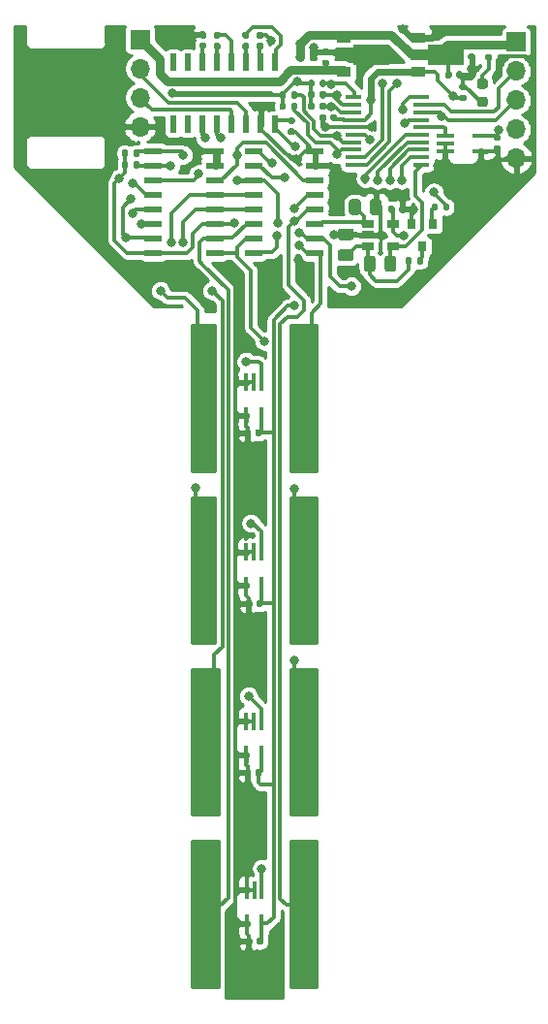
<source format=gbr>
G04 #@! TF.GenerationSoftware,KiCad,Pcbnew,(5.1.9)-1*
G04 #@! TF.CreationDate,2021-06-08T15:39:03+02:00*
G04 #@! TF.ProjectId,TempSpike,54656d70-5370-4696-9b65-2e6b69636164,rev?*
G04 #@! TF.SameCoordinates,Original*
G04 #@! TF.FileFunction,Copper,L1,Top*
G04 #@! TF.FilePolarity,Positive*
%FSLAX46Y46*%
G04 Gerber Fmt 4.6, Leading zero omitted, Abs format (unit mm)*
G04 Created by KiCad (PCBNEW (5.1.9)-1) date 2021-06-08 15:39:03*
%MOMM*%
%LPD*%
G01*
G04 APERTURE LIST*
G04 #@! TA.AperFunction,SMDPad,CuDef*
%ADD10R,1.500000X0.600000*%
G04 #@! TD*
G04 #@! TA.AperFunction,ComponentPad*
%ADD11R,1.700000X1.700000*%
G04 #@! TD*
G04 #@! TA.AperFunction,ComponentPad*
%ADD12O,1.700000X1.700000*%
G04 #@! TD*
G04 #@! TA.AperFunction,SMDPad,CuDef*
%ADD13R,1.500000X0.400000*%
G04 #@! TD*
G04 #@! TA.AperFunction,SMDPad,CuDef*
%ADD14R,1.300000X0.900000*%
G04 #@! TD*
G04 #@! TA.AperFunction,SMDPad,CuDef*
%ADD15C,0.100000*%
G04 #@! TD*
G04 #@! TA.AperFunction,SMDPad,CuDef*
%ADD16R,0.600000X1.500000*%
G04 #@! TD*
G04 #@! TA.AperFunction,SMDPad,CuDef*
%ADD17R,1.450000X0.450000*%
G04 #@! TD*
G04 #@! TA.AperFunction,SMDPad,CuDef*
%ADD18R,2.000000X2.000000*%
G04 #@! TD*
G04 #@! TA.AperFunction,SMDPad,CuDef*
%ADD19R,0.400000X1.500000*%
G04 #@! TD*
G04 #@! TA.AperFunction,SMDPad,CuDef*
%ADD20R,0.800000X0.900000*%
G04 #@! TD*
G04 #@! TA.AperFunction,SMDPad,CuDef*
%ADD21R,1.060000X0.650000*%
G04 #@! TD*
G04 #@! TA.AperFunction,ViaPad*
%ADD22C,0.800000*%
G04 #@! TD*
G04 #@! TA.AperFunction,Conductor*
%ADD23C,0.300000*%
G04 #@! TD*
G04 #@! TA.AperFunction,Conductor*
%ADD24C,0.350000*%
G04 #@! TD*
G04 #@! TA.AperFunction,Conductor*
%ADD25C,0.600000*%
G04 #@! TD*
G04 #@! TA.AperFunction,Conductor*
%ADD26C,0.400000*%
G04 #@! TD*
G04 #@! TA.AperFunction,Conductor*
%ADD27C,0.800000*%
G04 #@! TD*
G04 #@! TA.AperFunction,Conductor*
%ADD28C,0.254000*%
G04 #@! TD*
G04 #@! TA.AperFunction,Conductor*
%ADD29C,0.100000*%
G04 #@! TD*
G04 APERTURE END LIST*
G04 #@! TA.AperFunction,SMDPad,CuDef*
G36*
G01*
X142430000Y-52285000D02*
X142430000Y-51915000D01*
G75*
G02*
X142565000Y-51780000I135000J0D01*
G01*
X142835000Y-51780000D01*
G75*
G02*
X142970000Y-51915000I0J-135000D01*
G01*
X142970000Y-52285000D01*
G75*
G02*
X142835000Y-52420000I-135000J0D01*
G01*
X142565000Y-52420000D01*
G75*
G02*
X142430000Y-52285000I0J135000D01*
G01*
G37*
G04 #@! TD.AperFunction*
G04 #@! TA.AperFunction,SMDPad,CuDef*
G36*
G01*
X141410000Y-52285000D02*
X141410000Y-51915000D01*
G75*
G02*
X141545000Y-51780000I135000J0D01*
G01*
X141815000Y-51780000D01*
G75*
G02*
X141950000Y-51915000I0J-135000D01*
G01*
X141950000Y-52285000D01*
G75*
G02*
X141815000Y-52420000I-135000J0D01*
G01*
X141545000Y-52420000D01*
G75*
G02*
X141410000Y-52285000I0J135000D01*
G01*
G37*
G04 #@! TD.AperFunction*
G04 #@! TA.AperFunction,SMDPad,CuDef*
G36*
G01*
X157710000Y-46185000D02*
X157710000Y-45815000D01*
G75*
G02*
X157845000Y-45680000I135000J0D01*
G01*
X158115000Y-45680000D01*
G75*
G02*
X158250000Y-45815000I0J-135000D01*
G01*
X158250000Y-46185000D01*
G75*
G02*
X158115000Y-46320000I-135000J0D01*
G01*
X157845000Y-46320000D01*
G75*
G02*
X157710000Y-46185000I0J135000D01*
G01*
G37*
G04 #@! TD.AperFunction*
G04 #@! TA.AperFunction,SMDPad,CuDef*
G36*
G01*
X158730000Y-46185000D02*
X158730000Y-45815000D01*
G75*
G02*
X158865000Y-45680000I135000J0D01*
G01*
X159135000Y-45680000D01*
G75*
G02*
X159270000Y-45815000I0J-135000D01*
G01*
X159270000Y-46185000D01*
G75*
G02*
X159135000Y-46320000I-135000J0D01*
G01*
X158865000Y-46320000D01*
G75*
G02*
X158730000Y-46185000I0J135000D01*
G01*
G37*
G04 #@! TD.AperFunction*
G04 #@! TA.AperFunction,SMDPad,CuDef*
G36*
G01*
X158740000Y-48185000D02*
X158740000Y-47815000D01*
G75*
G02*
X158875000Y-47680000I135000J0D01*
G01*
X159145000Y-47680000D01*
G75*
G02*
X159280000Y-47815000I0J-135000D01*
G01*
X159280000Y-48185000D01*
G75*
G02*
X159145000Y-48320000I-135000J0D01*
G01*
X158875000Y-48320000D01*
G75*
G02*
X158740000Y-48185000I0J135000D01*
G01*
G37*
G04 #@! TD.AperFunction*
G04 #@! TA.AperFunction,SMDPad,CuDef*
G36*
G01*
X157720000Y-48185000D02*
X157720000Y-47815000D01*
G75*
G02*
X157855000Y-47680000I135000J0D01*
G01*
X158125000Y-47680000D01*
G75*
G02*
X158260000Y-47815000I0J-135000D01*
G01*
X158260000Y-48185000D01*
G75*
G02*
X158125000Y-48320000I-135000J0D01*
G01*
X157855000Y-48320000D01*
G75*
G02*
X157720000Y-48185000I0J135000D01*
G01*
G37*
G04 #@! TD.AperFunction*
G04 #@! TA.AperFunction,SMDPad,CuDef*
G36*
G01*
X141430000Y-53285000D02*
X141430000Y-52915000D01*
G75*
G02*
X141565000Y-52780000I135000J0D01*
G01*
X141835000Y-52780000D01*
G75*
G02*
X141970000Y-52915000I0J-135000D01*
G01*
X141970000Y-53285000D01*
G75*
G02*
X141835000Y-53420000I-135000J0D01*
G01*
X141565000Y-53420000D01*
G75*
G02*
X141430000Y-53285000I0J135000D01*
G01*
G37*
G04 #@! TD.AperFunction*
G04 #@! TA.AperFunction,SMDPad,CuDef*
G36*
G01*
X142450000Y-53285000D02*
X142450000Y-52915000D01*
G75*
G02*
X142585000Y-52780000I135000J0D01*
G01*
X142855000Y-52780000D01*
G75*
G02*
X142990000Y-52915000I0J-135000D01*
G01*
X142990000Y-53285000D01*
G75*
G02*
X142855000Y-53420000I-135000J0D01*
G01*
X142585000Y-53420000D01*
G75*
G02*
X142450000Y-53285000I0J135000D01*
G01*
G37*
G04 #@! TD.AperFunction*
G04 #@! TA.AperFunction,SMDPad,CuDef*
G36*
G01*
X156230000Y-48185000D02*
X156230000Y-47815000D01*
G75*
G02*
X156365000Y-47680000I135000J0D01*
G01*
X156635000Y-47680000D01*
G75*
G02*
X156770000Y-47815000I0J-135000D01*
G01*
X156770000Y-48185000D01*
G75*
G02*
X156635000Y-48320000I-135000J0D01*
G01*
X156365000Y-48320000D01*
G75*
G02*
X156230000Y-48185000I0J135000D01*
G01*
G37*
G04 #@! TD.AperFunction*
G04 #@! TA.AperFunction,SMDPad,CuDef*
G36*
G01*
X155210000Y-48185000D02*
X155210000Y-47815000D01*
G75*
G02*
X155345000Y-47680000I135000J0D01*
G01*
X155615000Y-47680000D01*
G75*
G02*
X155750000Y-47815000I0J-135000D01*
G01*
X155750000Y-48185000D01*
G75*
G02*
X155615000Y-48320000I-135000J0D01*
G01*
X155345000Y-48320000D01*
G75*
G02*
X155210000Y-48185000I0J135000D01*
G01*
G37*
G04 #@! TD.AperFunction*
G04 #@! TA.AperFunction,SMDPad,CuDef*
G36*
G01*
X158740000Y-47185000D02*
X158740000Y-46815000D01*
G75*
G02*
X158875000Y-46680000I135000J0D01*
G01*
X159145000Y-46680000D01*
G75*
G02*
X159280000Y-46815000I0J-135000D01*
G01*
X159280000Y-47185000D01*
G75*
G02*
X159145000Y-47320000I-135000J0D01*
G01*
X158875000Y-47320000D01*
G75*
G02*
X158740000Y-47185000I0J135000D01*
G01*
G37*
G04 #@! TD.AperFunction*
G04 #@! TA.AperFunction,SMDPad,CuDef*
G36*
G01*
X157720000Y-47185000D02*
X157720000Y-46815000D01*
G75*
G02*
X157855000Y-46680000I135000J0D01*
G01*
X158125000Y-46680000D01*
G75*
G02*
X158260000Y-46815000I0J-135000D01*
G01*
X158260000Y-47185000D01*
G75*
G02*
X158125000Y-47320000I-135000J0D01*
G01*
X157855000Y-47320000D01*
G75*
G02*
X157720000Y-47185000I0J135000D01*
G01*
G37*
G04 #@! TD.AperFunction*
G04 #@! TA.AperFunction,SMDPad,CuDef*
G36*
G01*
X155210000Y-47185000D02*
X155210000Y-46815000D01*
G75*
G02*
X155345000Y-46680000I135000J0D01*
G01*
X155615000Y-46680000D01*
G75*
G02*
X155750000Y-46815000I0J-135000D01*
G01*
X155750000Y-47185000D01*
G75*
G02*
X155615000Y-47320000I-135000J0D01*
G01*
X155345000Y-47320000D01*
G75*
G02*
X155210000Y-47185000I0J135000D01*
G01*
G37*
G04 #@! TD.AperFunction*
G04 #@! TA.AperFunction,SMDPad,CuDef*
G36*
G01*
X156230000Y-47185000D02*
X156230000Y-46815000D01*
G75*
G02*
X156365000Y-46680000I135000J0D01*
G01*
X156635000Y-46680000D01*
G75*
G02*
X156770000Y-46815000I0J-135000D01*
G01*
X156770000Y-47185000D01*
G75*
G02*
X156635000Y-47320000I-135000J0D01*
G01*
X156365000Y-47320000D01*
G75*
G02*
X156230000Y-47185000I0J135000D01*
G01*
G37*
G04 #@! TD.AperFunction*
D10*
X149570000Y-60815000D03*
X149570000Y-59545000D03*
X149570000Y-58275000D03*
X149570000Y-57005000D03*
X149570000Y-55735000D03*
X149570000Y-54465000D03*
X149570000Y-53195000D03*
X149570000Y-51925000D03*
X144170000Y-51925000D03*
X144170000Y-53195000D03*
X144170000Y-54465000D03*
X144170000Y-55735000D03*
X144170000Y-57005000D03*
X144170000Y-58275000D03*
X144170000Y-59545000D03*
X144170000Y-60815000D03*
X158320000Y-60815000D03*
X158320000Y-59545000D03*
X158320000Y-58275000D03*
X158320000Y-57005000D03*
X158320000Y-55735000D03*
X158320000Y-54465000D03*
X158320000Y-53195000D03*
X158320000Y-51925000D03*
X152920000Y-51925000D03*
X152920000Y-53195000D03*
X152920000Y-54465000D03*
X152920000Y-55735000D03*
X152920000Y-57005000D03*
X152920000Y-58275000D03*
X152920000Y-59545000D03*
X152920000Y-60815000D03*
D11*
X143002000Y-42156000D03*
D12*
X143002000Y-44696000D03*
X143002000Y-47236000D03*
X143002000Y-49776000D03*
D11*
X175895000Y-42394000D03*
D12*
X175895000Y-44934000D03*
X175895000Y-47474000D03*
X175895000Y-50014000D03*
X175895000Y-52554000D03*
D13*
X172813040Y-51900240D03*
X169686960Y-51250000D03*
X172813040Y-50599760D03*
X169686960Y-50600000D03*
X169686960Y-51900240D03*
G04 #@! TA.AperFunction,SMDPad,CuDef*
G36*
G01*
X171420000Y-46597500D02*
X171080000Y-46597500D01*
G75*
G02*
X170940000Y-46457500I0J140000D01*
G01*
X170940000Y-46177500D01*
G75*
G02*
X171080000Y-46037500I140000J0D01*
G01*
X171420000Y-46037500D01*
G75*
G02*
X171560000Y-46177500I0J-140000D01*
G01*
X171560000Y-46457500D01*
G75*
G02*
X171420000Y-46597500I-140000J0D01*
G01*
G37*
G04 #@! TD.AperFunction*
G04 #@! TA.AperFunction,SMDPad,CuDef*
G36*
G01*
X171420000Y-47557500D02*
X171080000Y-47557500D01*
G75*
G02*
X170940000Y-47417500I0J140000D01*
G01*
X170940000Y-47137500D01*
G75*
G02*
X171080000Y-46997500I140000J0D01*
G01*
X171420000Y-46997500D01*
G75*
G02*
X171560000Y-47137500I0J-140000D01*
G01*
X171560000Y-47417500D01*
G75*
G02*
X171420000Y-47557500I-140000J0D01*
G01*
G37*
G04 #@! TD.AperFunction*
G04 #@! TA.AperFunction,SMDPad,CuDef*
G36*
G01*
X173685000Y-42974000D02*
X173315000Y-42974000D01*
G75*
G02*
X173180000Y-42839000I0J135000D01*
G01*
X173180000Y-42569000D01*
G75*
G02*
X173315000Y-42434000I135000J0D01*
G01*
X173685000Y-42434000D01*
G75*
G02*
X173820000Y-42569000I0J-135000D01*
G01*
X173820000Y-42839000D01*
G75*
G02*
X173685000Y-42974000I-135000J0D01*
G01*
G37*
G04 #@! TD.AperFunction*
G04 #@! TA.AperFunction,SMDPad,CuDef*
G36*
G01*
X173685000Y-43994000D02*
X173315000Y-43994000D01*
G75*
G02*
X173180000Y-43859000I0J135000D01*
G01*
X173180000Y-43589000D01*
G75*
G02*
X173315000Y-43454000I135000J0D01*
G01*
X173685000Y-43454000D01*
G75*
G02*
X173820000Y-43589000I0J-135000D01*
G01*
X173820000Y-43859000D01*
G75*
G02*
X173685000Y-43994000I-135000J0D01*
G01*
G37*
G04 #@! TD.AperFunction*
G04 #@! TA.AperFunction,SMDPad,CuDef*
G36*
G01*
X167770000Y-61315000D02*
X167770000Y-61685000D01*
G75*
G02*
X167635000Y-61820000I-135000J0D01*
G01*
X167365000Y-61820000D01*
G75*
G02*
X167230000Y-61685000I0J135000D01*
G01*
X167230000Y-61315000D01*
G75*
G02*
X167365000Y-61180000I135000J0D01*
G01*
X167635000Y-61180000D01*
G75*
G02*
X167770000Y-61315000I0J-135000D01*
G01*
G37*
G04 #@! TD.AperFunction*
G04 #@! TA.AperFunction,SMDPad,CuDef*
G36*
G01*
X166750000Y-61315000D02*
X166750000Y-61685000D01*
G75*
G02*
X166615000Y-61820000I-135000J0D01*
G01*
X166345000Y-61820000D01*
G75*
G02*
X166210000Y-61685000I0J135000D01*
G01*
X166210000Y-61315000D01*
G75*
G02*
X166345000Y-61180000I135000J0D01*
G01*
X166615000Y-61180000D01*
G75*
G02*
X166750000Y-61315000I0J-135000D01*
G01*
G37*
G04 #@! TD.AperFunction*
G04 #@! TA.AperFunction,SMDPad,CuDef*
G36*
G01*
X173201250Y-48049000D02*
X172688750Y-48049000D01*
G75*
G02*
X172470000Y-47830250I0J218750D01*
G01*
X172470000Y-47392750D01*
G75*
G02*
X172688750Y-47174000I218750J0D01*
G01*
X173201250Y-47174000D01*
G75*
G02*
X173420000Y-47392750I0J-218750D01*
G01*
X173420000Y-47830250D01*
G75*
G02*
X173201250Y-48049000I-218750J0D01*
G01*
G37*
G04 #@! TD.AperFunction*
G04 #@! TA.AperFunction,SMDPad,CuDef*
G36*
G01*
X173201250Y-46474000D02*
X172688750Y-46474000D01*
G75*
G02*
X172470000Y-46255250I0J218750D01*
G01*
X172470000Y-45817750D01*
G75*
G02*
X172688750Y-45599000I218750J0D01*
G01*
X173201250Y-45599000D01*
G75*
G02*
X173420000Y-45817750I0J-218750D01*
G01*
X173420000Y-46255250D01*
G75*
G02*
X173201250Y-46474000I-218750J0D01*
G01*
G37*
G04 #@! TD.AperFunction*
G04 #@! TA.AperFunction,SMDPad,CuDef*
G36*
G01*
X174080000Y-51430000D02*
X174420000Y-51430000D01*
G75*
G02*
X174560000Y-51570000I0J-140000D01*
G01*
X174560000Y-51850000D01*
G75*
G02*
X174420000Y-51990000I-140000J0D01*
G01*
X174080000Y-51990000D01*
G75*
G02*
X173940000Y-51850000I0J140000D01*
G01*
X173940000Y-51570000D01*
G75*
G02*
X174080000Y-51430000I140000J0D01*
G01*
G37*
G04 #@! TD.AperFunction*
G04 #@! TA.AperFunction,SMDPad,CuDef*
G36*
G01*
X174080000Y-50470000D02*
X174420000Y-50470000D01*
G75*
G02*
X174560000Y-50610000I0J-140000D01*
G01*
X174560000Y-50890000D01*
G75*
G02*
X174420000Y-51030000I-140000J0D01*
G01*
X174080000Y-51030000D01*
G75*
G02*
X173940000Y-50890000I0J140000D01*
G01*
X173940000Y-50610000D01*
G75*
G02*
X174080000Y-50470000I140000J0D01*
G01*
G37*
G04 #@! TD.AperFunction*
D14*
X160850000Y-42000000D03*
X160850000Y-45000000D03*
G04 #@! TA.AperFunction,SMDPad,CuDef*
D15*
G36*
X164800000Y-44366500D02*
G01*
X161675000Y-44366500D01*
X161675000Y-43950000D01*
X160200000Y-43950000D01*
X160200000Y-43050000D01*
X161675000Y-43050000D01*
X161675000Y-42633500D01*
X164800000Y-42633500D01*
X164800000Y-44366500D01*
G37*
G04 #@! TD.AperFunction*
G04 #@! TA.AperFunction,SMDPad,CuDef*
G36*
G01*
X148670000Y-42030000D02*
X148330000Y-42030000D01*
G75*
G02*
X148190000Y-41890000I0J140000D01*
G01*
X148190000Y-41610000D01*
G75*
G02*
X148330000Y-41470000I140000J0D01*
G01*
X148670000Y-41470000D01*
G75*
G02*
X148810000Y-41610000I0J-140000D01*
G01*
X148810000Y-41890000D01*
G75*
G02*
X148670000Y-42030000I-140000J0D01*
G01*
G37*
G04 #@! TD.AperFunction*
G04 #@! TA.AperFunction,SMDPad,CuDef*
G36*
G01*
X148670000Y-42990000D02*
X148330000Y-42990000D01*
G75*
G02*
X148190000Y-42850000I0J140000D01*
G01*
X148190000Y-42570000D01*
G75*
G02*
X148330000Y-42430000I140000J0D01*
G01*
X148670000Y-42430000D01*
G75*
G02*
X148810000Y-42570000I0J-140000D01*
G01*
X148810000Y-42850000D01*
G75*
G02*
X148670000Y-42990000I-140000J0D01*
G01*
G37*
G04 #@! TD.AperFunction*
G04 #@! TA.AperFunction,SMDPad,CuDef*
G36*
G01*
X165680000Y-57170000D02*
X165680000Y-56830000D01*
G75*
G02*
X165820000Y-56690000I140000J0D01*
G01*
X166100000Y-56690000D01*
G75*
G02*
X166240000Y-56830000I0J-140000D01*
G01*
X166240000Y-57170000D01*
G75*
G02*
X166100000Y-57310000I-140000J0D01*
G01*
X165820000Y-57310000D01*
G75*
G02*
X165680000Y-57170000I0J140000D01*
G01*
G37*
G04 #@! TD.AperFunction*
G04 #@! TA.AperFunction,SMDPad,CuDef*
G36*
G01*
X164720000Y-57170000D02*
X164720000Y-56830000D01*
G75*
G02*
X164860000Y-56690000I140000J0D01*
G01*
X165140000Y-56690000D01*
G75*
G02*
X165280000Y-56830000I0J-140000D01*
G01*
X165280000Y-57170000D01*
G75*
G02*
X165140000Y-57310000I-140000J0D01*
G01*
X164860000Y-57310000D01*
G75*
G02*
X164720000Y-57170000I0J140000D01*
G01*
G37*
G04 #@! TD.AperFunction*
D16*
X154825000Y-49570000D03*
X153555000Y-49570000D03*
X152285000Y-49570000D03*
X151015000Y-49570000D03*
X149745000Y-49570000D03*
X148475000Y-49570000D03*
X147205000Y-49570000D03*
X145935000Y-49570000D03*
X145935000Y-44170000D03*
X147205000Y-44170000D03*
X148475000Y-44170000D03*
X149745000Y-44170000D03*
X151015000Y-44170000D03*
X152285000Y-44170000D03*
X153555000Y-44170000D03*
X154825000Y-44170000D03*
D17*
X161690000Y-47230000D03*
X161690000Y-47880000D03*
X161690000Y-48530000D03*
X161690000Y-49180000D03*
X161690000Y-49830000D03*
X161690000Y-50480000D03*
X161690000Y-51130000D03*
X161690000Y-51780000D03*
X161690000Y-52430000D03*
X161690000Y-53080000D03*
X167590000Y-53080000D03*
X167590000Y-52430000D03*
X167590000Y-51780000D03*
X167590000Y-51130000D03*
X167590000Y-50480000D03*
X167590000Y-49830000D03*
X167590000Y-49180000D03*
X167590000Y-48530000D03*
X167590000Y-47880000D03*
X167590000Y-47230000D03*
G04 #@! TA.AperFunction,SMDPad,CuDef*
G36*
G01*
X153670000Y-43030000D02*
X153330000Y-43030000D01*
G75*
G02*
X153190000Y-42890000I0J140000D01*
G01*
X153190000Y-42610000D01*
G75*
G02*
X153330000Y-42470000I140000J0D01*
G01*
X153670000Y-42470000D01*
G75*
G02*
X153810000Y-42610000I0J-140000D01*
G01*
X153810000Y-42890000D01*
G75*
G02*
X153670000Y-43030000I-140000J0D01*
G01*
G37*
G04 #@! TD.AperFunction*
G04 #@! TA.AperFunction,SMDPad,CuDef*
G36*
G01*
X153670000Y-42070000D02*
X153330000Y-42070000D01*
G75*
G02*
X153190000Y-41930000I0J140000D01*
G01*
X153190000Y-41650000D01*
G75*
G02*
X153330000Y-41510000I140000J0D01*
G01*
X153670000Y-41510000D01*
G75*
G02*
X153810000Y-41650000I0J-140000D01*
G01*
X153810000Y-41930000D01*
G75*
G02*
X153670000Y-42070000I-140000J0D01*
G01*
G37*
G04 #@! TD.AperFunction*
G04 #@! TA.AperFunction,SMDPad,CuDef*
G36*
G01*
X152080000Y-41510000D02*
X152420000Y-41510000D01*
G75*
G02*
X152560000Y-41650000I0J-140000D01*
G01*
X152560000Y-41930000D01*
G75*
G02*
X152420000Y-42070000I-140000J0D01*
G01*
X152080000Y-42070000D01*
G75*
G02*
X151940000Y-41930000I0J140000D01*
G01*
X151940000Y-41650000D01*
G75*
G02*
X152080000Y-41510000I140000J0D01*
G01*
G37*
G04 #@! TD.AperFunction*
G04 #@! TA.AperFunction,SMDPad,CuDef*
G36*
G01*
X152080000Y-42470000D02*
X152420000Y-42470000D01*
G75*
G02*
X152560000Y-42610000I0J-140000D01*
G01*
X152560000Y-42890000D01*
G75*
G02*
X152420000Y-43030000I-140000J0D01*
G01*
X152080000Y-43030000D01*
G75*
G02*
X151940000Y-42890000I0J140000D01*
G01*
X151940000Y-42610000D01*
G75*
G02*
X152080000Y-42470000I140000J0D01*
G01*
G37*
G04 #@! TD.AperFunction*
G04 #@! TA.AperFunction,SMDPad,CuDef*
G36*
G01*
X171830000Y-43404500D02*
X172170000Y-43404500D01*
G75*
G02*
X172310000Y-43544500I0J-140000D01*
G01*
X172310000Y-43824500D01*
G75*
G02*
X172170000Y-43964500I-140000J0D01*
G01*
X171830000Y-43964500D01*
G75*
G02*
X171690000Y-43824500I0J140000D01*
G01*
X171690000Y-43544500D01*
G75*
G02*
X171830000Y-43404500I140000J0D01*
G01*
G37*
G04 #@! TD.AperFunction*
G04 #@! TA.AperFunction,SMDPad,CuDef*
G36*
G01*
X171830000Y-42444500D02*
X172170000Y-42444500D01*
G75*
G02*
X172310000Y-42584500I0J-140000D01*
G01*
X172310000Y-42864500D01*
G75*
G02*
X172170000Y-43004500I-140000J0D01*
G01*
X171830000Y-43004500D01*
G75*
G02*
X171690000Y-42864500I0J140000D01*
G01*
X171690000Y-42584500D01*
G75*
G02*
X171830000Y-42444500I140000J0D01*
G01*
G37*
G04 #@! TD.AperFunction*
G04 #@! TA.AperFunction,SMDPad,CuDef*
G36*
G01*
X149580000Y-42470000D02*
X149920000Y-42470000D01*
G75*
G02*
X150060000Y-42610000I0J-140000D01*
G01*
X150060000Y-42890000D01*
G75*
G02*
X149920000Y-43030000I-140000J0D01*
G01*
X149580000Y-43030000D01*
G75*
G02*
X149440000Y-42890000I0J140000D01*
G01*
X149440000Y-42610000D01*
G75*
G02*
X149580000Y-42470000I140000J0D01*
G01*
G37*
G04 #@! TD.AperFunction*
G04 #@! TA.AperFunction,SMDPad,CuDef*
G36*
G01*
X149580000Y-41510000D02*
X149920000Y-41510000D01*
G75*
G02*
X150060000Y-41650000I0J-140000D01*
G01*
X150060000Y-41930000D01*
G75*
G02*
X149920000Y-42070000I-140000J0D01*
G01*
X149580000Y-42070000D01*
G75*
G02*
X149440000Y-41930000I0J140000D01*
G01*
X149440000Y-41650000D01*
G75*
G02*
X149580000Y-41510000I140000J0D01*
G01*
G37*
G04 #@! TD.AperFunction*
G04 #@! TA.AperFunction,SMDPad,CuDef*
G36*
G01*
X156080000Y-48970000D02*
X156420000Y-48970000D01*
G75*
G02*
X156560000Y-49110000I0J-140000D01*
G01*
X156560000Y-49390000D01*
G75*
G02*
X156420000Y-49530000I-140000J0D01*
G01*
X156080000Y-49530000D01*
G75*
G02*
X155940000Y-49390000I0J140000D01*
G01*
X155940000Y-49110000D01*
G75*
G02*
X156080000Y-48970000I140000J0D01*
G01*
G37*
G04 #@! TD.AperFunction*
G04 #@! TA.AperFunction,SMDPad,CuDef*
G36*
G01*
X156080000Y-49930000D02*
X156420000Y-49930000D01*
G75*
G02*
X156560000Y-50070000I0J-140000D01*
G01*
X156560000Y-50350000D01*
G75*
G02*
X156420000Y-50490000I-140000J0D01*
G01*
X156080000Y-50490000D01*
G75*
G02*
X155940000Y-50350000I0J140000D01*
G01*
X155940000Y-50070000D01*
G75*
G02*
X156080000Y-49930000I140000J0D01*
G01*
G37*
G04 #@! TD.AperFunction*
G04 #@! TA.AperFunction,SMDPad,CuDef*
G36*
G01*
X160240000Y-48830000D02*
X160240000Y-49170000D01*
G75*
G02*
X160100000Y-49310000I-140000J0D01*
G01*
X159820000Y-49310000D01*
G75*
G02*
X159680000Y-49170000I0J140000D01*
G01*
X159680000Y-48830000D01*
G75*
G02*
X159820000Y-48690000I140000J0D01*
G01*
X160100000Y-48690000D01*
G75*
G02*
X160240000Y-48830000I0J-140000D01*
G01*
G37*
G04 #@! TD.AperFunction*
G04 #@! TA.AperFunction,SMDPad,CuDef*
G36*
G01*
X159280000Y-48830000D02*
X159280000Y-49170000D01*
G75*
G02*
X159140000Y-49310000I-140000J0D01*
G01*
X158860000Y-49310000D01*
G75*
G02*
X158720000Y-49170000I0J140000D01*
G01*
X158720000Y-48830000D01*
G75*
G02*
X158860000Y-48690000I140000J0D01*
G01*
X159140000Y-48690000D01*
G75*
G02*
X159280000Y-48830000I0J-140000D01*
G01*
G37*
G04 #@! TD.AperFunction*
D18*
X148500000Y-103500000D03*
X148717000Y-117820000D03*
X157510000Y-88500000D03*
X148500000Y-88500000D03*
X157226000Y-117729000D03*
X157099000Y-103500000D03*
X157400000Y-73500000D03*
X148700000Y-73500000D03*
D19*
X152349760Y-119363040D03*
X153000000Y-116436960D03*
X153650240Y-119363040D03*
X153650000Y-116436960D03*
X152349760Y-116436960D03*
X152299760Y-86896960D03*
X153600000Y-86896960D03*
X153600240Y-89823040D03*
X152950000Y-86896960D03*
X152299760Y-89823040D03*
X152305260Y-75023040D03*
X152955500Y-72096960D03*
X153605740Y-75023040D03*
X153605500Y-72096960D03*
X152305260Y-72096960D03*
X152309760Y-101696960D03*
X153610000Y-101696960D03*
X153610240Y-104623040D03*
X152960000Y-101696960D03*
X152309760Y-104623040D03*
G04 #@! TA.AperFunction,SMDPad,CuDef*
G36*
G01*
X153760000Y-120730000D02*
X153760000Y-121070000D01*
G75*
G02*
X153620000Y-121210000I-140000J0D01*
G01*
X153340000Y-121210000D01*
G75*
G02*
X153200000Y-121070000I0J140000D01*
G01*
X153200000Y-120730000D01*
G75*
G02*
X153340000Y-120590000I140000J0D01*
G01*
X153620000Y-120590000D01*
G75*
G02*
X153760000Y-120730000I0J-140000D01*
G01*
G37*
G04 #@! TD.AperFunction*
G04 #@! TA.AperFunction,SMDPad,CuDef*
G36*
G01*
X152800000Y-120730000D02*
X152800000Y-121070000D01*
G75*
G02*
X152660000Y-121210000I-140000J0D01*
G01*
X152380000Y-121210000D01*
G75*
G02*
X152240000Y-121070000I0J140000D01*
G01*
X152240000Y-120730000D01*
G75*
G02*
X152380000Y-120590000I140000J0D01*
G01*
X152660000Y-120590000D01*
G75*
G02*
X152800000Y-120730000I0J-140000D01*
G01*
G37*
G04 #@! TD.AperFunction*
G04 #@! TA.AperFunction,SMDPad,CuDef*
G36*
G01*
X153760000Y-91230000D02*
X153760000Y-91570000D01*
G75*
G02*
X153620000Y-91710000I-140000J0D01*
G01*
X153340000Y-91710000D01*
G75*
G02*
X153200000Y-91570000I0J140000D01*
G01*
X153200000Y-91230000D01*
G75*
G02*
X153340000Y-91090000I140000J0D01*
G01*
X153620000Y-91090000D01*
G75*
G02*
X153760000Y-91230000I0J-140000D01*
G01*
G37*
G04 #@! TD.AperFunction*
G04 #@! TA.AperFunction,SMDPad,CuDef*
G36*
G01*
X152800000Y-91230000D02*
X152800000Y-91570000D01*
G75*
G02*
X152660000Y-91710000I-140000J0D01*
G01*
X152380000Y-91710000D01*
G75*
G02*
X152240000Y-91570000I0J140000D01*
G01*
X152240000Y-91230000D01*
G75*
G02*
X152380000Y-91090000I140000J0D01*
G01*
X152660000Y-91090000D01*
G75*
G02*
X152800000Y-91230000I0J-140000D01*
G01*
G37*
G04 #@! TD.AperFunction*
G04 #@! TA.AperFunction,SMDPad,CuDef*
G36*
G01*
X153660000Y-76330000D02*
X153660000Y-76670000D01*
G75*
G02*
X153520000Y-76810000I-140000J0D01*
G01*
X153240000Y-76810000D01*
G75*
G02*
X153100000Y-76670000I0J140000D01*
G01*
X153100000Y-76330000D01*
G75*
G02*
X153240000Y-76190000I140000J0D01*
G01*
X153520000Y-76190000D01*
G75*
G02*
X153660000Y-76330000I0J-140000D01*
G01*
G37*
G04 #@! TD.AperFunction*
G04 #@! TA.AperFunction,SMDPad,CuDef*
G36*
G01*
X152700000Y-76330000D02*
X152700000Y-76670000D01*
G75*
G02*
X152560000Y-76810000I-140000J0D01*
G01*
X152280000Y-76810000D01*
G75*
G02*
X152140000Y-76670000I0J140000D01*
G01*
X152140000Y-76330000D01*
G75*
G02*
X152280000Y-76190000I140000J0D01*
G01*
X152560000Y-76190000D01*
G75*
G02*
X152700000Y-76330000I0J-140000D01*
G01*
G37*
G04 #@! TD.AperFunction*
G04 #@! TA.AperFunction,SMDPad,CuDef*
G36*
G01*
X152700000Y-106030000D02*
X152700000Y-106370000D01*
G75*
G02*
X152560000Y-106510000I-140000J0D01*
G01*
X152280000Y-106510000D01*
G75*
G02*
X152140000Y-106370000I0J140000D01*
G01*
X152140000Y-106030000D01*
G75*
G02*
X152280000Y-105890000I140000J0D01*
G01*
X152560000Y-105890000D01*
G75*
G02*
X152700000Y-106030000I0J-140000D01*
G01*
G37*
G04 #@! TD.AperFunction*
G04 #@! TA.AperFunction,SMDPad,CuDef*
G36*
G01*
X153660000Y-106030000D02*
X153660000Y-106370000D01*
G75*
G02*
X153520000Y-106510000I-140000J0D01*
G01*
X153240000Y-106510000D01*
G75*
G02*
X153100000Y-106370000I0J140000D01*
G01*
X153100000Y-106030000D01*
G75*
G02*
X153240000Y-105890000I140000J0D01*
G01*
X153520000Y-105890000D01*
G75*
G02*
X153660000Y-106030000I0J-140000D01*
G01*
G37*
G04 #@! TD.AperFunction*
G04 #@! TA.AperFunction,SMDPad,CuDef*
G36*
G01*
X159420000Y-43530000D02*
X159080000Y-43530000D01*
G75*
G02*
X158940000Y-43390000I0J140000D01*
G01*
X158940000Y-43110000D01*
G75*
G02*
X159080000Y-42970000I140000J0D01*
G01*
X159420000Y-42970000D01*
G75*
G02*
X159560000Y-43110000I0J-140000D01*
G01*
X159560000Y-43390000D01*
G75*
G02*
X159420000Y-43530000I-140000J0D01*
G01*
G37*
G04 #@! TD.AperFunction*
G04 #@! TA.AperFunction,SMDPad,CuDef*
G36*
G01*
X159420000Y-44490000D02*
X159080000Y-44490000D01*
G75*
G02*
X158940000Y-44350000I0J140000D01*
G01*
X158940000Y-44070000D01*
G75*
G02*
X159080000Y-43930000I140000J0D01*
G01*
X159420000Y-43930000D01*
G75*
G02*
X159560000Y-44070000I0J-140000D01*
G01*
X159560000Y-44350000D01*
G75*
G02*
X159420000Y-44490000I-140000J0D01*
G01*
G37*
G04 #@! TD.AperFunction*
G04 #@! TA.AperFunction,SMDPad,CuDef*
G36*
G01*
X169720000Y-45420000D02*
X169720000Y-45080000D01*
G75*
G02*
X169860000Y-44940000I140000J0D01*
G01*
X170140000Y-44940000D01*
G75*
G02*
X170280000Y-45080000I0J-140000D01*
G01*
X170280000Y-45420000D01*
G75*
G02*
X170140000Y-45560000I-140000J0D01*
G01*
X169860000Y-45560000D01*
G75*
G02*
X169720000Y-45420000I0J140000D01*
G01*
G37*
G04 #@! TD.AperFunction*
G04 #@! TA.AperFunction,SMDPad,CuDef*
G36*
G01*
X170680000Y-45420000D02*
X170680000Y-45080000D01*
G75*
G02*
X170820000Y-44940000I140000J0D01*
G01*
X171100000Y-44940000D01*
G75*
G02*
X171240000Y-45080000I0J-140000D01*
G01*
X171240000Y-45420000D01*
G75*
G02*
X171100000Y-45560000I-140000J0D01*
G01*
X170820000Y-45560000D01*
G75*
G02*
X170680000Y-45420000I0J140000D01*
G01*
G37*
G04 #@! TD.AperFunction*
D20*
X168650000Y-58250000D03*
X166750000Y-58250000D03*
X167700000Y-60250000D03*
D21*
X162900000Y-58300000D03*
X162900000Y-59250000D03*
X162900000Y-60200000D03*
X165100000Y-60200000D03*
X165100000Y-58300000D03*
D14*
X167350000Y-42000000D03*
X167350000Y-45000000D03*
G04 #@! TA.AperFunction,SMDPad,CuDef*
D15*
G36*
X171300000Y-44366500D02*
G01*
X168175000Y-44366500D01*
X168175000Y-43950000D01*
X166700000Y-43950000D01*
X166700000Y-43050000D01*
X168175000Y-43050000D01*
X168175000Y-42633500D01*
X171300000Y-42633500D01*
X171300000Y-44366500D01*
G37*
G04 #@! TD.AperFunction*
G04 #@! TA.AperFunction,SMDPad,CuDef*
G36*
G01*
X170070000Y-56615000D02*
X170070000Y-56985000D01*
G75*
G02*
X169935000Y-57120000I-135000J0D01*
G01*
X169665000Y-57120000D01*
G75*
G02*
X169530000Y-56985000I0J135000D01*
G01*
X169530000Y-56615000D01*
G75*
G02*
X169665000Y-56480000I135000J0D01*
G01*
X169935000Y-56480000D01*
G75*
G02*
X170070000Y-56615000I0J-135000D01*
G01*
G37*
G04 #@! TD.AperFunction*
G04 #@! TA.AperFunction,SMDPad,CuDef*
G36*
G01*
X169050000Y-56615000D02*
X169050000Y-56985000D01*
G75*
G02*
X168915000Y-57120000I-135000J0D01*
G01*
X168645000Y-57120000D01*
G75*
G02*
X168510000Y-56985000I0J135000D01*
G01*
X168510000Y-56615000D01*
G75*
G02*
X168645000Y-56480000I135000J0D01*
G01*
X168915000Y-56480000D01*
G75*
G02*
X169050000Y-56615000I0J-135000D01*
G01*
G37*
G04 #@! TD.AperFunction*
G04 #@! TA.AperFunction,SMDPad,CuDef*
G36*
G01*
X164137500Y-56349999D02*
X164137500Y-57250001D01*
G75*
G02*
X163887501Y-57500000I-249999J0D01*
G01*
X163362499Y-57500000D01*
G75*
G02*
X163112500Y-57250001I0J249999D01*
G01*
X163112500Y-56349999D01*
G75*
G02*
X163362499Y-56100000I249999J0D01*
G01*
X163887501Y-56100000D01*
G75*
G02*
X164137500Y-56349999I0J-249999D01*
G01*
G37*
G04 #@! TD.AperFunction*
G04 #@! TA.AperFunction,SMDPad,CuDef*
G36*
G01*
X162312500Y-56349999D02*
X162312500Y-57250001D01*
G75*
G02*
X162062501Y-57500000I-249999J0D01*
G01*
X161537499Y-57500000D01*
G75*
G02*
X161287500Y-57250001I0J249999D01*
G01*
X161287500Y-56349999D01*
G75*
G02*
X161537499Y-56100000I249999J0D01*
G01*
X162062501Y-56100000D01*
G75*
G02*
X162312500Y-56349999I0J-249999D01*
G01*
G37*
G04 #@! TD.AperFunction*
G04 #@! TA.AperFunction,SMDPad,CuDef*
G36*
G01*
X164400000Y-62200001D02*
X164400000Y-61299999D01*
G75*
G02*
X164649999Y-61050000I249999J0D01*
G01*
X165175001Y-61050000D01*
G75*
G02*
X165425000Y-61299999I0J-249999D01*
G01*
X165425000Y-62200001D01*
G75*
G02*
X165175001Y-62450000I-249999J0D01*
G01*
X164649999Y-62450000D01*
G75*
G02*
X164400000Y-62200001I0J249999D01*
G01*
G37*
G04 #@! TD.AperFunction*
G04 #@! TA.AperFunction,SMDPad,CuDef*
G36*
G01*
X162575000Y-62200001D02*
X162575000Y-61299999D01*
G75*
G02*
X162824999Y-61050000I249999J0D01*
G01*
X163350001Y-61050000D01*
G75*
G02*
X163600000Y-61299999I0J-249999D01*
G01*
X163600000Y-62200001D01*
G75*
G02*
X163350001Y-62450000I-249999J0D01*
G01*
X162824999Y-62450000D01*
G75*
G02*
X162575000Y-62200001I0J249999D01*
G01*
G37*
G04 #@! TD.AperFunction*
G04 #@! TA.AperFunction,SMDPad,CuDef*
G36*
G01*
X160549999Y-58662500D02*
X161450001Y-58662500D01*
G75*
G02*
X161700000Y-58912499I0J-249999D01*
G01*
X161700000Y-59437501D01*
G75*
G02*
X161450001Y-59687500I-249999J0D01*
G01*
X160549999Y-59687500D01*
G75*
G02*
X160300000Y-59437501I0J249999D01*
G01*
X160300000Y-58912499D01*
G75*
G02*
X160549999Y-58662500I249999J0D01*
G01*
G37*
G04 #@! TD.AperFunction*
G04 #@! TA.AperFunction,SMDPad,CuDef*
G36*
G01*
X160549999Y-60487500D02*
X161450001Y-60487500D01*
G75*
G02*
X161700000Y-60737499I0J-249999D01*
G01*
X161700000Y-61262501D01*
G75*
G02*
X161450001Y-61512500I-249999J0D01*
G01*
X160549999Y-61512500D01*
G75*
G02*
X160300000Y-61262501I0J249999D01*
G01*
X160300000Y-60737499D01*
G75*
G02*
X160549999Y-60487500I249999J0D01*
G01*
G37*
G04 #@! TD.AperFunction*
D22*
X162000000Y-43400000D03*
X152300000Y-110600000D03*
X152300000Y-109100000D03*
X152500000Y-124500000D03*
X152500000Y-123000000D03*
X152500000Y-80900000D03*
X152500000Y-79400000D03*
X152900000Y-77989000D03*
X152400000Y-93400000D03*
X152400000Y-94900000D03*
X153150000Y-48050000D03*
X169000000Y-41500000D03*
X166000000Y-41250000D03*
X172000000Y-44750000D03*
X154500000Y-42250000D03*
X147500000Y-42250000D03*
X148325000Y-51925000D03*
X160000000Y-59200000D03*
X166899990Y-57000000D03*
X163300000Y-49800000D03*
X156700000Y-52600000D03*
X159230000Y-49799990D03*
X158200000Y-42900000D03*
X161125000Y-55050000D03*
X152500000Y-121800000D03*
X151600000Y-63600000D03*
X147200000Y-62300000D03*
X148200000Y-63300000D03*
X139000000Y-58000000D03*
X156825000Y-61450000D03*
X153800000Y-62000000D03*
X143300000Y-63000000D03*
X164100000Y-64800000D03*
X165400000Y-64800000D03*
X169000000Y-53200000D03*
X168400000Y-54300000D03*
X165500000Y-43900000D03*
X159900000Y-57200000D03*
X177150000Y-46250000D03*
X177200000Y-43900000D03*
X174250000Y-45250000D03*
X173500000Y-41350000D03*
X171900000Y-41350000D03*
X170450000Y-41350000D03*
X154350000Y-48000000D03*
X142400000Y-62000000D03*
X137500000Y-58000000D03*
X137500000Y-55000000D03*
X134500000Y-55000000D03*
X173500000Y-54000000D03*
X172000000Y-55500000D03*
X173500000Y-55500000D03*
X172000000Y-57000000D03*
X150975000Y-62325000D03*
X170375000Y-47125000D03*
X174340310Y-50044763D03*
X166059302Y-59281387D03*
X156600000Y-51500000D03*
X163199990Y-47400010D03*
X156500000Y-65400000D03*
X151250000Y-58175021D03*
X145816727Y-46850000D03*
X157000000Y-42521008D03*
X156999984Y-43750000D03*
X155000000Y-59274990D03*
X141200000Y-54300000D03*
X156738014Y-45852771D03*
X169400000Y-48900000D03*
X168700000Y-55500000D03*
X163100000Y-50900000D03*
X148000000Y-102000000D03*
X148000000Y-100500000D03*
X148000000Y-99000000D03*
X148000000Y-97500000D03*
X148000000Y-103500000D03*
X149300000Y-64100000D03*
X148000000Y-109500000D03*
X148000000Y-108000000D03*
X148000000Y-106500000D03*
X148000000Y-105000000D03*
X146775000Y-59875000D03*
X148000000Y-117000000D03*
X148000000Y-118500000D03*
X148000000Y-124500000D03*
X148000000Y-123000000D03*
X148000000Y-121500000D03*
X148000000Y-120000000D03*
X148000000Y-115500000D03*
X148000000Y-114000000D03*
X148000000Y-112500000D03*
X158000000Y-88500000D03*
X156500000Y-81400000D03*
X143100000Y-58275002D03*
X161500000Y-63700000D03*
X156900000Y-59000000D03*
X158000000Y-94500000D03*
X158000000Y-93000000D03*
X158000000Y-91500000D03*
X158000000Y-90000000D03*
X158000000Y-87000000D03*
X158000000Y-85500000D03*
X158000000Y-84000000D03*
X158000000Y-82500000D03*
X148000000Y-82500000D03*
X148000000Y-88500000D03*
X147892000Y-81300000D03*
X148000000Y-94500000D03*
X148000000Y-93000000D03*
X148000000Y-91500000D03*
X148000000Y-90000000D03*
X148000000Y-87000000D03*
X148000000Y-85500000D03*
X148000000Y-84000000D03*
X145725000Y-59850000D03*
X158000000Y-117000000D03*
X158000000Y-118500000D03*
X156500000Y-58000034D03*
X158000000Y-124500000D03*
X158000000Y-123000000D03*
X158000000Y-121500000D03*
X158000000Y-120000000D03*
X158000000Y-115500000D03*
X158000000Y-114000000D03*
X158000000Y-112500000D03*
X142325010Y-57329173D03*
X158000000Y-103500000D03*
X156500000Y-96400000D03*
X153875000Y-68500000D03*
X158000000Y-109500000D03*
X158000000Y-108000000D03*
X158000000Y-106500000D03*
X158000000Y-105000000D03*
X158000000Y-102000000D03*
X158000000Y-100500000D03*
X158000000Y-99000000D03*
X158000000Y-97500000D03*
X158000000Y-73500000D03*
X156900000Y-60100000D03*
X158000000Y-79500000D03*
X158000000Y-78000000D03*
X158000000Y-76500000D03*
X158000000Y-75000000D03*
X158000000Y-72000000D03*
X158000000Y-70500000D03*
X158000000Y-69000000D03*
X158000000Y-67500000D03*
X142382416Y-54750010D03*
X148000000Y-73500000D03*
X141800000Y-59500000D03*
X156500000Y-56950021D03*
X144800000Y-64100000D03*
X148000000Y-67500000D03*
X148000000Y-69000000D03*
X148000000Y-70500000D03*
X148000000Y-72000000D03*
X148000000Y-75000000D03*
X148000000Y-76500000D03*
X148000000Y-78000000D03*
X148000000Y-79500000D03*
X142229804Y-56069363D03*
X159750000Y-46050000D03*
X151500000Y-52250000D03*
X146800000Y-52250000D03*
X166000000Y-48317068D03*
X159727624Y-48022376D03*
X154550000Y-52950000D03*
X166200000Y-49500000D03*
X145695001Y-53195001D03*
X160200000Y-50600000D03*
X155690423Y-54219320D03*
X160250000Y-47000000D03*
X148100000Y-53900000D03*
X155034977Y-58175021D03*
X160200000Y-52200000D03*
X151484984Y-54465000D03*
X152500000Y-99500000D03*
X162700000Y-54274998D03*
X163800000Y-54450000D03*
X152700000Y-84400000D03*
X164850003Y-54450000D03*
X152300000Y-70300000D03*
X165900006Y-54450000D03*
X153650000Y-114550000D03*
X165500000Y-46000000D03*
X150038697Y-50761309D03*
X164250000Y-46000000D03*
X148711361Y-50749568D03*
D23*
X149750000Y-42750000D02*
X149750000Y-44250000D01*
X150500000Y-41750000D02*
X149823692Y-41750000D01*
X151015000Y-42265000D02*
X150500000Y-41750000D01*
X151015000Y-44170000D02*
X151015000Y-42265000D01*
D24*
X153555000Y-48312000D02*
X153309000Y-48066000D01*
X153555000Y-49570000D02*
X153555000Y-48312000D01*
X149870000Y-53195000D02*
X149870000Y-51925000D01*
D25*
X167350000Y-42000000D02*
X168500000Y-42000000D01*
X168500000Y-42000000D02*
X169000000Y-41500000D01*
X166750000Y-42000000D02*
X166000000Y-41250000D01*
X167350000Y-42000000D02*
X166750000Y-42000000D01*
D23*
X172000000Y-43684500D02*
X172000000Y-44750000D01*
X154040000Y-41790000D02*
X154500000Y-42250000D01*
X153500000Y-41790000D02*
X154040000Y-41790000D01*
X148500000Y-41750000D02*
X148386308Y-41750000D01*
X148000000Y-41750000D02*
X147500000Y-42250000D01*
X148386308Y-41750000D02*
X148000000Y-41750000D01*
D24*
X159250000Y-43250000D02*
X159750000Y-43250000D01*
X159750000Y-43250000D02*
X160000000Y-43500000D01*
X160000000Y-43500000D02*
X161000000Y-43500000D01*
D23*
X149870000Y-51925000D02*
X148325000Y-51925000D01*
X161500000Y-59240000D02*
X162990000Y-59240000D01*
X162990000Y-59240000D02*
X162980000Y-59250000D01*
X172813040Y-51900240D02*
X174099760Y-51900240D01*
X174099760Y-51900240D02*
X174250000Y-51750000D01*
X160030002Y-59240000D02*
X160020002Y-59250000D01*
X160750000Y-59240000D02*
X160030002Y-59240000D01*
D24*
X166750000Y-58250000D02*
X166750000Y-57149990D01*
X166750000Y-57149990D02*
X166899990Y-57000000D01*
D23*
X163270000Y-49830000D02*
X163300000Y-49800000D01*
X161690000Y-49830000D02*
X163270000Y-49830000D01*
X170960000Y-45250000D02*
X170960000Y-45360000D01*
X170960000Y-45360000D02*
X171200000Y-45600000D01*
X171200000Y-45600000D02*
X171200000Y-46300000D01*
X172945000Y-47611500D02*
X172811500Y-47611500D01*
X172811500Y-47611500D02*
X171500000Y-46300000D01*
X171500000Y-46300000D02*
X171200000Y-46300000D01*
X172000000Y-44750000D02*
X172000000Y-45400000D01*
X171800000Y-45600000D02*
X171200000Y-45600000D01*
X172000000Y-45400000D02*
X171800000Y-45600000D01*
D24*
X159120000Y-53195000D02*
X159115590Y-53190590D01*
X160559998Y-49774998D02*
X159074998Y-49774998D01*
X161690000Y-49830000D02*
X160615000Y-49830000D01*
D26*
X159000000Y-49569990D02*
X159230000Y-49799990D01*
X159000000Y-49000000D02*
X159000000Y-49569990D01*
D24*
X159074998Y-49774998D02*
X159000000Y-49700000D01*
X160615000Y-49830000D02*
X160559998Y-49774998D01*
D23*
X158550000Y-43250000D02*
X158200000Y-42900000D01*
X159250000Y-43250000D02*
X158550000Y-43250000D01*
D24*
X152520000Y-120900000D02*
X152520000Y-120420000D01*
X152349760Y-120249760D02*
X152520000Y-120420000D01*
X152349760Y-119363040D02*
X152349760Y-120249760D01*
X152520000Y-121780000D02*
X152500000Y-121800000D01*
X152520000Y-120900000D02*
X152520000Y-121780000D01*
D23*
X153000000Y-116436960D02*
X152436960Y-116436960D01*
X152436960Y-116436960D02*
X152400000Y-116400000D01*
X152349760Y-116436960D02*
X152349760Y-114849760D01*
X152960000Y-101696960D02*
X152303040Y-101696960D01*
X151849760Y-119363040D02*
X151339990Y-118853270D01*
X152349760Y-119363040D02*
X151849760Y-119363040D01*
X152950000Y-86896960D02*
X152303040Y-86896960D01*
X152955500Y-72096960D02*
X152303040Y-72096960D01*
X152420000Y-106200000D02*
X152420000Y-105620000D01*
X152420000Y-105620000D02*
X152300000Y-105500000D01*
X152300000Y-105500000D02*
X152300000Y-104800000D01*
X152520000Y-91400000D02*
X152520000Y-90920000D01*
X152520000Y-90920000D02*
X152300000Y-90700000D01*
X152300000Y-90700000D02*
X152300000Y-89800000D01*
X152300000Y-75960000D02*
X152300000Y-75300000D01*
X152420000Y-76080000D02*
X152300000Y-75960000D01*
X152420000Y-76500000D02*
X152420000Y-76080000D01*
X151752790Y-101639990D02*
X151339990Y-101639990D01*
X151809760Y-101696960D02*
X151752790Y-101639990D01*
X152309760Y-101696960D02*
X151809760Y-101696960D01*
X151339990Y-118853270D02*
X151339990Y-101639990D01*
X151403040Y-72096960D02*
X151339990Y-72160010D01*
X152305260Y-72096960D02*
X151403040Y-72096960D01*
X151339990Y-72160010D02*
X151339990Y-69160010D01*
X151339990Y-72460010D02*
X151339990Y-72160010D01*
X152305260Y-75023040D02*
X151456940Y-75023040D01*
X151456940Y-75023040D02*
X151339990Y-75139990D01*
X151339990Y-75139990D02*
X151339990Y-72460010D01*
X151339990Y-101639990D02*
X151339990Y-75139990D01*
X151339990Y-69160010D02*
X151339990Y-68660010D01*
X151339990Y-63860010D02*
X151600000Y-63600000D01*
X151339990Y-64060010D02*
X151339990Y-63860010D01*
X151339990Y-68660010D02*
X151339990Y-64060010D01*
D24*
X169686960Y-51250000D02*
X169686960Y-52086960D01*
D23*
X177000000Y-43900000D02*
X177200000Y-43900000D01*
X176750000Y-43650000D02*
X177000000Y-43900000D01*
X174325000Y-43975000D02*
X174650000Y-43650000D01*
X174250000Y-45250000D02*
X174325000Y-43975000D01*
X174650000Y-43650000D02*
X176750000Y-43650000D01*
X156800000Y-52600000D02*
X156700000Y-52600000D01*
X157475000Y-51925000D02*
X156800000Y-52600000D01*
X158620000Y-51925000D02*
X157475000Y-51925000D01*
X157900000Y-51550000D02*
X157900000Y-51900000D01*
X156250000Y-50210000D02*
X156560000Y-50210000D01*
X157675000Y-51325000D02*
X157675000Y-51875000D01*
X156560000Y-50210000D02*
X157675000Y-51325000D01*
X157675000Y-51325000D02*
X157900000Y-51550000D01*
X157675000Y-51875000D02*
X157700000Y-51900000D01*
X163775000Y-59250000D02*
X164025000Y-59000000D01*
X162900000Y-59250000D02*
X163775000Y-59250000D01*
X164025000Y-59000000D02*
X164025000Y-56725000D01*
X151339990Y-62689990D02*
X150975000Y-62325000D01*
X151339990Y-64060010D02*
X151339990Y-62689990D01*
X153555000Y-49943165D02*
X153555000Y-49570000D01*
X156700000Y-52600000D02*
X156211835Y-52600000D01*
X156211835Y-52600000D02*
X153555000Y-49943165D01*
X153500000Y-42750000D02*
X153500000Y-44250000D01*
X148475000Y-44170000D02*
X148475000Y-42775000D01*
D24*
X171250000Y-47277500D02*
X170527500Y-47277500D01*
X165100000Y-58300000D02*
X165100000Y-57100000D01*
X165100000Y-57100000D02*
X165000000Y-57000000D01*
D23*
X170527500Y-47277500D02*
X170375000Y-47125000D01*
D24*
X168750000Y-45000000D02*
X167250000Y-45000000D01*
X169000000Y-45250000D02*
X168750000Y-45000000D01*
X169000000Y-45750000D02*
X169000000Y-45250000D01*
X170375000Y-47125000D02*
X169000000Y-45750000D01*
D23*
X172813040Y-50599760D02*
X174099760Y-50599760D01*
X174099760Y-50599760D02*
X174250000Y-50750000D01*
X174250000Y-50135073D02*
X174340310Y-50044763D01*
X174250000Y-50750000D02*
X174250000Y-50135073D01*
X165100000Y-58300000D02*
X165100000Y-58925000D01*
X165456387Y-59281387D02*
X166059302Y-59281387D01*
X165100000Y-58925000D02*
X165456387Y-59281387D01*
X156250000Y-49250000D02*
X154850000Y-49250000D01*
X154850000Y-49250000D02*
X154800000Y-49300000D01*
D24*
X160104987Y-49174987D02*
X160000000Y-49070000D01*
X160844534Y-49174987D02*
X160104987Y-49174987D01*
X160849547Y-49180000D02*
X160844534Y-49174987D01*
X161690000Y-49180000D02*
X160849547Y-49180000D01*
X163199990Y-48665675D02*
X163199990Y-47400010D01*
X162685665Y-49180000D02*
X163199990Y-48665675D01*
D25*
X163750000Y-45000000D02*
X163199990Y-45550010D01*
X163199990Y-45550010D02*
X163199990Y-47400010D01*
X167350000Y-45000000D02*
X163750000Y-45000000D01*
D24*
X161690000Y-49180000D02*
X162685665Y-49180000D01*
D23*
X153650240Y-119363040D02*
X153650240Y-120649760D01*
X153650240Y-120649760D02*
X153400000Y-120900000D01*
D24*
X153610240Y-104623040D02*
X153610240Y-105989760D01*
X153610240Y-105989760D02*
X153400000Y-106200000D01*
X153600240Y-89823040D02*
X153600240Y-91299760D01*
X154136960Y-119363040D02*
X153636960Y-119363040D01*
X154700000Y-118800000D02*
X154136960Y-119363040D01*
X154700000Y-107208483D02*
X154700000Y-118800000D01*
X153568483Y-107208483D02*
X154700000Y-107208483D01*
X153380000Y-107020000D02*
X153568483Y-107208483D01*
X153380000Y-106200000D02*
X153380000Y-107020000D01*
X154700000Y-91400000D02*
X154700000Y-107208483D01*
X153480000Y-91400000D02*
X154700000Y-91400000D01*
X154700000Y-91400000D02*
X154700000Y-76500000D01*
D23*
X153380000Y-76500000D02*
X154700000Y-76500000D01*
X153605740Y-76494260D02*
X153600000Y-76500000D01*
X153605740Y-75023040D02*
X153605740Y-76494260D01*
D24*
X154700000Y-66634315D02*
X155934315Y-65400000D01*
X154700000Y-76500000D02*
X154700000Y-66634315D01*
X155934315Y-65400000D02*
X156500000Y-65400000D01*
D23*
X154900000Y-50000000D02*
X154900000Y-49600000D01*
X156400000Y-51500000D02*
X154900000Y-50000000D01*
X156600000Y-51500000D02*
X156400000Y-51500000D01*
X154884001Y-44115999D02*
X154750000Y-44250000D01*
X155300001Y-42634001D02*
X154884001Y-43050001D01*
X155300001Y-41865999D02*
X155300001Y-42634001D01*
X154543992Y-41109990D02*
X155300001Y-41865999D01*
X152860010Y-41109990D02*
X154543992Y-41109990D01*
X152250000Y-41720000D02*
X152860010Y-41109990D01*
X154884001Y-43050001D02*
X154884001Y-44115999D01*
X152250000Y-41790000D02*
X152250000Y-41720000D01*
X152285000Y-44170000D02*
X152285000Y-42785000D01*
D24*
X153220000Y-60815000D02*
X152770000Y-60815000D01*
X170000000Y-45250000D02*
X170000000Y-43500000D01*
D23*
X157980000Y-46000000D02*
X157980000Y-47980000D01*
X157980000Y-47980000D02*
X158000000Y-48000000D01*
X149870000Y-58275000D02*
X151150021Y-58275000D01*
X151150021Y-58275000D02*
X151250000Y-58175021D01*
D24*
X145900000Y-47000000D02*
X145700000Y-46800000D01*
X155480000Y-47000000D02*
X145900000Y-47000000D01*
X145766727Y-46800000D02*
X145816727Y-46850000D01*
X145700000Y-46800000D02*
X145766727Y-46800000D01*
X154450000Y-46850000D02*
X154600000Y-47000000D01*
X145816727Y-46850000D02*
X154450000Y-46850000D01*
D27*
X157000000Y-43749984D02*
X156999984Y-43750000D01*
X157000000Y-42521008D02*
X157000000Y-43749984D01*
D23*
X155000000Y-60300000D02*
X155000000Y-59274990D01*
X154550000Y-60750000D02*
X155000000Y-60300000D01*
X153250000Y-60750000D02*
X154550000Y-60750000D01*
D24*
X141700000Y-53100000D02*
X141700000Y-53800000D01*
X140800001Y-59700001D02*
X140800001Y-54699999D01*
X141900000Y-60800000D02*
X140800001Y-59700001D01*
X140800001Y-54699999D02*
X141200000Y-54300000D01*
X141700000Y-53800000D02*
X141200000Y-54300000D01*
X144600000Y-60800000D02*
X141900000Y-60800000D01*
D23*
X141700000Y-53100000D02*
X141700000Y-52100000D01*
D27*
X157771008Y-41750000D02*
X157000000Y-42521008D01*
X165000000Y-41750000D02*
X157771008Y-41750000D01*
X169000000Y-43500000D02*
X166750000Y-43500000D01*
X169900000Y-42600000D02*
X169000000Y-43500000D01*
X175689000Y-42600000D02*
X169900000Y-42600000D01*
X166750000Y-43500000D02*
X165000000Y-41750000D01*
X175895000Y-42394000D02*
X175689000Y-42600000D01*
D23*
X155480000Y-46943380D02*
X156570609Y-45852771D01*
X155480000Y-48000000D02*
X155480000Y-46943380D01*
X157980000Y-46000000D02*
X156885243Y-46000000D01*
X156885243Y-46000000D02*
X156738014Y-45852771D01*
X156570609Y-45852771D02*
X156738014Y-45852771D01*
D24*
X148425000Y-58275000D02*
X149870000Y-58275000D01*
X147600000Y-59100000D02*
X148425000Y-58275000D01*
X147600000Y-60325000D02*
X147600000Y-59100000D01*
X147110000Y-60815000D02*
X147600000Y-60325000D01*
X144470000Y-60815000D02*
X147110000Y-60815000D01*
X173500000Y-44750000D02*
X173500000Y-43750000D01*
X172945000Y-45305000D02*
X173500000Y-44750000D01*
X172945000Y-46036500D02*
X172945000Y-45305000D01*
X175260000Y-47474000D02*
X175895000Y-47474000D01*
X174119000Y-49250000D02*
X175895000Y-47474000D01*
X170000000Y-49250000D02*
X174119000Y-49250000D01*
X167590000Y-48530000D02*
X169280000Y-48530000D01*
X175895000Y-47474000D02*
X176121000Y-47700000D01*
D23*
X169475000Y-48825000D02*
X169400000Y-48900000D01*
X169475000Y-48725000D02*
X169475000Y-48825000D01*
D24*
X169280000Y-48530000D02*
X169475000Y-48725000D01*
X169475000Y-48725000D02*
X170000000Y-49250000D01*
D23*
X168700000Y-55600000D02*
X168700000Y-55500000D01*
X169800000Y-56700000D02*
X168700000Y-55600000D01*
D24*
X175045001Y-45783999D02*
X175895000Y-44934000D01*
X174371000Y-46458000D02*
X175045001Y-45783999D01*
X174371000Y-48109000D02*
X174371000Y-46458000D01*
X173980000Y-48500000D02*
X174371000Y-48109000D01*
X170250000Y-48500000D02*
X173980000Y-48500000D01*
X169630000Y-47880000D02*
X170250000Y-48500000D01*
X167590000Y-47880000D02*
X169630000Y-47880000D01*
D23*
X161690000Y-50480000D02*
X162680000Y-50480000D01*
X162680000Y-50480000D02*
X163100000Y-50900000D01*
X150200000Y-95200000D02*
X150200000Y-94149990D01*
X149500000Y-95900000D02*
X150200000Y-95200000D01*
X149500000Y-97600000D02*
X149500000Y-95900000D01*
X148500000Y-98600000D02*
X149500000Y-97600000D01*
X148500000Y-103500000D02*
X148500000Y-98600000D01*
X150200000Y-94149990D02*
X150200001Y-75700000D01*
X153220000Y-57005000D02*
X152170000Y-57005000D01*
X153420000Y-57005000D02*
X149870000Y-57005000D01*
X150200001Y-75700000D02*
X150200001Y-70399999D01*
X150200001Y-70399999D02*
X150200001Y-70200000D01*
X150200001Y-65000001D02*
X149300000Y-64100000D01*
X150200001Y-70399999D02*
X150200001Y-65000001D01*
D24*
X146775000Y-58125000D02*
X146775000Y-59875000D01*
X147895000Y-57005000D02*
X146775000Y-58125000D01*
X149870000Y-57005000D02*
X147895000Y-57005000D01*
X149870000Y-59545000D02*
X148955000Y-59545000D01*
D23*
X151100000Y-59500000D02*
X149750000Y-59500000D01*
X152325000Y-58275000D02*
X151100000Y-59500000D01*
X153220000Y-58275000D02*
X152325000Y-58275000D01*
X150017000Y-117820000D02*
X148717000Y-117820000D01*
X150750011Y-117086989D02*
X150017000Y-117820000D01*
X148500010Y-61800010D02*
X150750011Y-64050011D01*
X150750011Y-64050011D02*
X150750011Y-117086989D01*
X148555000Y-59545000D02*
X148175010Y-59924990D01*
X148755000Y-59545000D02*
X148555000Y-59545000D01*
X148175010Y-61475010D02*
X148500010Y-61800010D01*
X148175010Y-59924990D02*
X148175010Y-61475010D01*
X156500000Y-87490000D02*
X156500000Y-81400000D01*
X157510000Y-88500000D02*
X156500000Y-87490000D01*
D24*
X144470000Y-58275000D02*
X143100002Y-58275000D01*
X143100002Y-58275000D02*
X143100000Y-58275002D01*
X160450000Y-63700000D02*
X161500000Y-63700000D01*
X159624990Y-60124990D02*
X159624990Y-62874990D01*
X159045000Y-59545000D02*
X159624990Y-60124990D01*
X157645000Y-59545000D02*
X159045000Y-59545000D01*
X159624990Y-62874990D02*
X160450000Y-63700000D01*
X157100000Y-59000000D02*
X157645000Y-59545000D01*
X156900000Y-59000000D02*
X157100000Y-59000000D01*
X147900000Y-81873685D02*
X147900000Y-82800000D01*
X147892000Y-81300000D02*
X147900000Y-81308000D01*
X147900000Y-81308000D02*
X147900000Y-81873685D01*
D23*
X149670000Y-55735000D02*
X153220000Y-55735000D01*
X149870000Y-55735000D02*
X150920000Y-55735000D01*
D24*
X145725000Y-57375000D02*
X145725000Y-59850000D01*
X147365000Y-55735000D02*
X145725000Y-57375000D01*
X149870000Y-55735000D02*
X147365000Y-55735000D01*
X155974998Y-58525036D02*
X156500000Y-58000034D01*
X155974998Y-60525002D02*
X155974998Y-58525036D01*
D23*
X157346000Y-65846000D02*
X157346000Y-64946000D01*
X156792001Y-66400000D02*
X157346000Y-65846000D01*
X155900000Y-66400000D02*
X156792001Y-66400000D01*
X155275010Y-67024990D02*
X155900000Y-66400000D01*
X155275010Y-117175010D02*
X155275010Y-67024990D01*
X155974998Y-63574998D02*
X155974998Y-60525002D01*
X155829000Y-117729000D02*
X155275010Y-117175010D01*
X157346000Y-64946000D02*
X155974998Y-63574998D01*
X157226000Y-117729000D02*
X155829000Y-117729000D01*
D24*
X142649183Y-57005000D02*
X142325010Y-57329173D01*
X144470000Y-57005000D02*
X142649183Y-57005000D01*
X156699966Y-58000034D02*
X156500000Y-58000034D01*
X157695000Y-57005000D02*
X156699966Y-58000034D01*
X158620000Y-57005000D02*
X157695000Y-57005000D01*
D23*
X150405000Y-60815000D02*
X149670000Y-60815000D01*
X150920000Y-60815000D02*
X149870000Y-60815000D01*
X157099000Y-103500000D02*
X156500000Y-102901000D01*
X156500000Y-102901000D02*
X156500000Y-96400000D01*
X151515000Y-60815000D02*
X150920000Y-60815000D01*
X150985000Y-60815000D02*
X150920000Y-60815000D01*
X153220000Y-59545000D02*
X152255000Y-59545000D01*
X151515000Y-60815000D02*
X151515000Y-60315000D01*
X151515000Y-60315000D02*
X151500000Y-60300000D01*
X152255000Y-59545000D02*
X151500000Y-60300000D01*
X151515000Y-61140000D02*
X151515000Y-60815000D01*
X152375000Y-62000000D02*
X151515000Y-61140000D01*
X152700000Y-62325000D02*
X152375000Y-62000000D01*
X152700000Y-67325000D02*
X152700000Y-62325000D01*
X153875000Y-68500000D02*
X152700000Y-67325000D01*
D24*
X158620000Y-60815000D02*
X157615000Y-60815000D01*
X157615000Y-60815000D02*
X156900000Y-60100000D01*
X158000000Y-72900000D02*
X157400000Y-73500000D01*
X158800000Y-65252595D02*
X158000000Y-66052595D01*
X158000000Y-66052595D02*
X158000000Y-67500000D01*
X158800000Y-60800000D02*
X158800000Y-65252595D01*
X158000000Y-72000000D02*
X158000000Y-72900000D01*
X158000000Y-70500000D02*
X158000000Y-72000000D01*
X158000000Y-69000000D02*
X158000000Y-70500000D01*
X158000000Y-67500000D02*
X158000000Y-69000000D01*
X142550010Y-54750010D02*
X142382416Y-54750010D01*
X143550000Y-55750000D02*
X142550010Y-54750010D01*
X144500000Y-55750000D02*
X143550000Y-55750000D01*
X141800000Y-59500000D02*
X144500000Y-59500000D01*
X157715021Y-55735000D02*
X156500000Y-56950021D01*
X158620000Y-55735000D02*
X157715021Y-55735000D01*
X146900000Y-64700000D02*
X146700000Y-64700000D01*
X148000000Y-65800000D02*
X146900000Y-64700000D01*
X148000000Y-72490000D02*
X148000000Y-72000000D01*
X149010000Y-73500000D02*
X148000000Y-72490000D01*
D23*
X145400000Y-64700000D02*
X146700000Y-64700000D01*
X144800000Y-64100000D02*
X145400000Y-64700000D01*
D24*
X148000000Y-67500000D02*
X148000000Y-65800000D01*
X148000000Y-69000000D02*
X148000000Y-67500000D01*
X148000000Y-70500000D02*
X148000000Y-69000000D01*
X148000000Y-72000000D02*
X148000000Y-70500000D01*
X141500000Y-56799167D02*
X142229804Y-56069363D01*
X141500000Y-59200000D02*
X141500000Y-56799167D01*
X141800000Y-59500000D02*
X141500000Y-59200000D01*
D23*
X162900000Y-58300000D02*
X162750000Y-58150000D01*
X162975000Y-58275000D02*
X163000000Y-58250000D01*
X162575000Y-58300000D02*
X162600000Y-58300000D01*
X162575000Y-57575000D02*
X162575000Y-58300000D01*
X161800000Y-56800000D02*
X162575000Y-57575000D01*
X162350000Y-58150000D02*
X162475000Y-58275000D01*
X158995000Y-58150000D02*
X162350000Y-58150000D01*
X158870000Y-58275000D02*
X158995000Y-58150000D01*
X167590000Y-53080000D02*
X167570000Y-53100000D01*
X167300000Y-53100000D02*
X167200000Y-53200000D01*
X167570000Y-53100000D02*
X167300000Y-53100000D01*
X165250000Y-62000000D02*
X165250000Y-61500000D01*
X165000000Y-62250000D02*
X165250000Y-62000000D01*
X164912500Y-61750000D02*
X164912500Y-60337500D01*
X164912500Y-60337500D02*
X165000000Y-60250000D01*
X167100000Y-55784006D02*
X167100000Y-53700000D01*
X167700000Y-56384006D02*
X167100000Y-55784006D01*
X167700000Y-58784002D02*
X167700000Y-56384006D01*
X166284002Y-60200000D02*
X167700000Y-58784002D01*
X165100000Y-60200000D02*
X166284002Y-60200000D01*
X167100000Y-53700000D02*
X167700000Y-53100000D01*
X163000000Y-61500000D02*
X163000000Y-62035000D01*
X162900000Y-60200000D02*
X162900000Y-61650000D01*
X162900000Y-61650000D02*
X163000000Y-61750000D01*
X163087500Y-61750000D02*
X163087500Y-62712500D01*
X163087500Y-62712500D02*
X163625000Y-63250000D01*
X163625000Y-63250000D02*
X165475000Y-63250000D01*
X165475000Y-63250000D02*
X166475000Y-62250000D01*
X166475000Y-62250000D02*
X166475000Y-61525000D01*
X161925000Y-60250000D02*
X163000000Y-60250000D01*
X161175000Y-61000000D02*
X161925000Y-60250000D01*
X161000000Y-61000000D02*
X161175000Y-61000000D01*
D24*
X161729999Y-46729999D02*
X161729999Y-47229999D01*
X161000000Y-46000000D02*
X161729999Y-46729999D01*
X159750000Y-46000000D02*
X161000000Y-46000000D01*
D23*
X159750000Y-46000000D02*
X159000000Y-46000000D01*
X159750000Y-46000000D02*
X159750000Y-46050000D01*
D24*
X151500000Y-53075000D02*
X150075000Y-54500000D01*
X150075000Y-54500000D02*
X149750000Y-54500000D01*
X151500000Y-52250000D02*
X151500000Y-53075000D01*
D23*
X151500000Y-51684315D02*
X151500000Y-52250000D01*
X151984315Y-51200000D02*
X151500000Y-51684315D01*
X158620000Y-54465000D02*
X157299002Y-54465000D01*
X157299002Y-54465000D02*
X154034002Y-51200000D01*
X154034002Y-51200000D02*
X151984315Y-51200000D01*
X146675000Y-51925000D02*
X147000000Y-52250000D01*
X144470000Y-51925000D02*
X146675000Y-51925000D01*
X144470000Y-51925000D02*
X142875000Y-51925000D01*
X142875000Y-51925000D02*
X142700000Y-52100000D01*
X166565000Y-47230000D02*
X166000000Y-47795000D01*
X166000000Y-47795000D02*
X166000000Y-48317068D01*
X167590000Y-47230000D02*
X166565000Y-47230000D01*
X160563692Y-48530000D02*
X160033692Y-48000000D01*
X161690000Y-48530000D02*
X160563692Y-48530000D01*
X159750000Y-48000000D02*
X159727624Y-48022376D01*
X159010000Y-48000000D02*
X159750000Y-48000000D01*
X159750000Y-48000000D02*
X160033692Y-48000000D01*
D24*
X153370000Y-51925000D02*
X154260693Y-52815693D01*
D23*
X167590000Y-49180000D02*
X166520000Y-49180000D01*
X166520000Y-49180000D02*
X166200000Y-49500000D01*
X144470000Y-53195000D02*
X142795000Y-53195000D01*
X144470000Y-53195000D02*
X145520001Y-53195001D01*
X145520001Y-53195001D02*
X145895001Y-53195001D01*
D24*
X161690000Y-51130000D02*
X160730000Y-51130000D01*
X160730000Y-51130000D02*
X160200000Y-50600000D01*
D23*
X158815998Y-50600000D02*
X160200000Y-50600000D01*
X158200001Y-49984003D02*
X158815998Y-50600000D01*
X157634689Y-48720010D02*
X158200001Y-49285322D01*
X157100000Y-47000000D02*
X157319990Y-47219990D01*
X157319990Y-48406610D02*
X157633390Y-48720010D01*
X156500000Y-47000000D02*
X157100000Y-47000000D01*
X157633390Y-48720010D02*
X157634689Y-48720010D01*
X158200001Y-49285322D02*
X158200001Y-49984003D01*
X157319990Y-47219990D02*
X157319990Y-48406610D01*
D24*
X154519320Y-54219320D02*
X155690423Y-54219320D01*
X153495000Y-53195000D02*
X154519320Y-54219320D01*
X153220000Y-53195000D02*
X153495000Y-53195000D01*
D23*
X161690000Y-47880000D02*
X160716620Y-47880000D01*
X159836620Y-47000000D02*
X159000000Y-47000000D01*
X159836620Y-47000000D02*
X160250000Y-47000000D01*
X147735000Y-54465000D02*
X148300000Y-53900000D01*
X144470000Y-54465000D02*
X147735000Y-54465000D01*
X160250000Y-47413380D02*
X160268310Y-47431690D01*
X160250000Y-47000000D02*
X160250000Y-47413380D01*
X160268310Y-47431690D02*
X159836620Y-47000000D01*
X160716620Y-47880000D02*
X160268310Y-47431690D01*
D24*
X152770000Y-54465000D02*
X153220000Y-54465000D01*
X160620000Y-51780000D02*
X160200000Y-52200000D01*
X161690000Y-51780000D02*
X160620000Y-51780000D01*
D23*
X158400000Y-51200000D02*
X159665002Y-51200000D01*
X159665002Y-51200000D02*
X160432501Y-51967499D01*
X157649990Y-50449990D02*
X158400000Y-51200000D01*
X157649990Y-49514443D02*
X157649990Y-50449990D01*
X156500000Y-48364453D02*
X157649990Y-49514443D01*
X160432501Y-51967499D02*
X160200000Y-52200000D01*
X156500000Y-48000000D02*
X156500000Y-48364453D01*
D24*
X155034977Y-55634977D02*
X155034977Y-58175021D01*
X153865000Y-54465000D02*
X155034977Y-55634977D01*
X153220000Y-54465000D02*
X153865000Y-54465000D01*
D26*
X152920000Y-54465000D02*
X151484984Y-54465000D01*
D23*
X162700000Y-54022168D02*
X162700000Y-54600000D01*
X166242168Y-50480000D02*
X162700000Y-54022168D01*
X167590000Y-50480000D02*
X166242168Y-50480000D01*
X153610000Y-101696960D02*
X153610000Y-100610000D01*
X153610000Y-100610000D02*
X152500000Y-99500000D01*
X162700000Y-54050000D02*
X162700000Y-54274998D01*
X152900000Y-84400000D02*
X152700000Y-84400000D01*
X153600000Y-85100000D02*
X152900000Y-84400000D01*
X153600000Y-86896960D02*
X153600000Y-85100000D01*
X166370000Y-51130000D02*
X167590000Y-51130000D01*
X163800000Y-53700000D02*
X166370000Y-51130000D01*
X163800000Y-54450000D02*
X163800000Y-53700000D01*
X153400000Y-70300000D02*
X152300000Y-70300000D01*
X153605500Y-70505500D02*
X153400000Y-70300000D01*
X153605500Y-72096960D02*
X153605500Y-70505500D01*
X164850000Y-54449997D02*
X164850003Y-54450000D01*
X164850000Y-53427830D02*
X164850000Y-54449997D01*
X166497830Y-51780000D02*
X164850000Y-53427830D01*
X167590000Y-51780000D02*
X166497830Y-51780000D01*
X166670000Y-52430000D02*
X165900006Y-53199994D01*
X167590000Y-52430000D02*
X166670000Y-52430000D01*
X153650000Y-116436960D02*
X153650000Y-114550000D01*
X165900006Y-53199994D02*
X165900006Y-54450000D01*
X167590000Y-49830000D02*
X169580000Y-49830000D01*
X169686960Y-49936960D02*
X169580000Y-49830000D01*
X169686960Y-50600000D02*
X169686960Y-49936960D01*
D26*
X159250000Y-45000000D02*
X160750000Y-45000000D01*
D24*
X159250000Y-44210000D02*
X159250000Y-45000000D01*
D27*
X145425000Y-45800000D02*
X155195996Y-45800000D01*
X144750000Y-45125000D02*
X145425000Y-45800000D01*
X155195996Y-45800000D02*
X156195995Y-44800001D01*
X143002000Y-42156000D02*
X144750000Y-43904000D01*
X156195995Y-44800001D02*
X160800001Y-44800001D01*
X160800001Y-44800001D02*
X161000000Y-45000000D01*
X144750000Y-43904000D02*
X144750000Y-45125000D01*
D24*
X152285000Y-48470000D02*
X152285000Y-49570000D01*
X151515000Y-47700000D02*
X152285000Y-48470000D01*
X145500000Y-47700000D02*
X151515000Y-47700000D01*
X143002000Y-45202000D02*
X145500000Y-47700000D01*
X143002000Y-44696000D02*
X143002000Y-45202000D01*
X144050000Y-48300000D02*
X143000000Y-47250000D01*
X150876000Y-48300000D02*
X144050000Y-48300000D01*
X151015000Y-48439000D02*
X150876000Y-48300000D01*
X151015000Y-49570000D02*
X151015000Y-48439000D01*
D23*
X167700000Y-61200000D02*
X167700000Y-60200000D01*
X167400000Y-61500000D02*
X167700000Y-61200000D01*
X164800000Y-46700000D02*
X165500000Y-46000000D01*
X164800000Y-51122830D02*
X164800000Y-46700000D01*
X162842830Y-53080000D02*
X164800000Y-51122830D01*
X161690000Y-53080000D02*
X162842830Y-53080000D01*
X149745000Y-49570000D02*
X149745000Y-50467612D01*
X149745000Y-50467612D02*
X150038697Y-50761309D01*
D24*
X148475000Y-49570000D02*
X148475000Y-50020000D01*
D23*
X164250000Y-50895000D02*
X164250000Y-46000000D01*
X161690000Y-52430000D02*
X162715000Y-52430000D01*
X162715000Y-52430000D02*
X164250000Y-50895000D01*
X148475000Y-49570000D02*
X148475000Y-50513207D01*
X148475000Y-50513207D02*
X148711361Y-50749568D01*
D24*
X168500000Y-58000000D02*
X168750000Y-58250000D01*
X168500000Y-57050000D02*
X168500000Y-58000000D01*
X168800000Y-56750000D02*
X168500000Y-57050000D01*
D28*
X149873000Y-124873000D02*
X147537000Y-124873000D01*
X147537000Y-112127000D01*
X149873000Y-112127000D01*
X149873000Y-124873000D01*
G04 #@! TA.AperFunction,Conductor*
D29*
G36*
X149873000Y-124873000D02*
G01*
X147537000Y-124873000D01*
X147537000Y-112127000D01*
X149873000Y-112127000D01*
X149873000Y-124873000D01*
G37*
G04 #@! TD.AperFunction*
D28*
X149873000Y-109873000D02*
X147537000Y-109873000D01*
X147537000Y-97127000D01*
X149873000Y-97127000D01*
X149873000Y-109873000D01*
G04 #@! TA.AperFunction,Conductor*
D29*
G36*
X149873000Y-109873000D02*
G01*
X147537000Y-109873000D01*
X147537000Y-97127000D01*
X149873000Y-97127000D01*
X149873000Y-109873000D01*
G37*
G04 #@! TD.AperFunction*
D28*
X149523000Y-94183241D02*
X149523001Y-94183251D01*
X149523000Y-94873000D01*
X147537000Y-94873000D01*
X147537000Y-82127000D01*
X149523001Y-82127000D01*
X149523000Y-94183241D01*
G04 #@! TA.AperFunction,Conductor*
D29*
G36*
X149523000Y-94183241D02*
G01*
X149523001Y-94183251D01*
X149523000Y-94873000D01*
X147537000Y-94873000D01*
X147537000Y-82127000D01*
X149523001Y-82127000D01*
X149523000Y-94183241D01*
G37*
G04 #@! TD.AperFunction*
D28*
X149523001Y-70166748D02*
X149523001Y-70433250D01*
X149523002Y-70433260D01*
X149523001Y-75733251D01*
X149523002Y-75733261D01*
X149523002Y-79873000D01*
X147537000Y-79873000D01*
X147537000Y-67127000D01*
X149523002Y-67127000D01*
X149523001Y-70166748D01*
G04 #@! TA.AperFunction,Conductor*
D29*
G36*
X149523001Y-70166748D02*
G01*
X149523001Y-70433250D01*
X149523002Y-70433260D01*
X149523001Y-75733251D01*
X149523002Y-75733261D01*
X149523002Y-79873000D01*
X147537000Y-79873000D01*
X147537000Y-67127000D01*
X149523002Y-67127000D01*
X149523001Y-70166748D01*
G37*
G04 #@! TD.AperFunction*
D28*
X158463000Y-124873000D02*
X156127000Y-124873000D01*
X156127000Y-112127000D01*
X158463000Y-112127000D01*
X158463000Y-124873000D01*
G04 #@! TA.AperFunction,Conductor*
D29*
G36*
X158463000Y-124873000D02*
G01*
X156127000Y-124873000D01*
X156127000Y-112127000D01*
X158463000Y-112127000D01*
X158463000Y-124873000D01*
G37*
G04 #@! TD.AperFunction*
D28*
X158463001Y-94873000D02*
X156127000Y-94873000D01*
X156127000Y-82127000D01*
X158463001Y-82127000D01*
X158463001Y-94873000D01*
G04 #@! TA.AperFunction,Conductor*
D29*
G36*
X158463001Y-94873000D02*
G01*
X156127000Y-94873000D01*
X156127000Y-82127000D01*
X158463001Y-82127000D01*
X158463001Y-94873000D01*
G37*
G04 #@! TD.AperFunction*
D28*
X158463001Y-79873000D02*
X156127000Y-79873000D01*
X156127000Y-67130422D01*
X156130422Y-67127000D01*
X158463001Y-67127000D01*
X158463001Y-79873000D01*
G04 #@! TA.AperFunction,Conductor*
D29*
G36*
X158463001Y-79873000D02*
G01*
X156127000Y-79873000D01*
X156127000Y-67130422D01*
X156130422Y-67127000D01*
X158463001Y-67127000D01*
X158463001Y-79873000D01*
G37*
G04 #@! TD.AperFunction*
D28*
X155297998Y-63541753D02*
X155294724Y-63574998D01*
X155297998Y-63608243D01*
X155297998Y-63608249D01*
X155307794Y-63707712D01*
X155346506Y-63835327D01*
X155409370Y-63952938D01*
X155466869Y-64023000D01*
X155493971Y-64056024D01*
X155519798Y-64077220D01*
X156037031Y-64594453D01*
X155909072Y-64679952D01*
X155890061Y-64698963D01*
X155796699Y-64708158D01*
X155664372Y-64748299D01*
X155542418Y-64813485D01*
X155435525Y-64901210D01*
X155413543Y-64927995D01*
X154468538Y-65873000D01*
X153377000Y-65873000D01*
X153377000Y-62358241D01*
X153380274Y-62324999D01*
X153377000Y-62291757D01*
X153377000Y-62291748D01*
X153367204Y-62192285D01*
X153328492Y-62064670D01*
X153265628Y-61947059D01*
X153181027Y-61843973D01*
X153155191Y-61822770D01*
X152976971Y-61644549D01*
X153670000Y-61644549D01*
X153773310Y-61634374D01*
X153872650Y-61604239D01*
X153964202Y-61555304D01*
X154044448Y-61489448D01*
X154095698Y-61427000D01*
X154516755Y-61427000D01*
X154550000Y-61430274D01*
X154583245Y-61427000D01*
X154583252Y-61427000D01*
X154682715Y-61417204D01*
X154810330Y-61378492D01*
X154927941Y-61315628D01*
X155031027Y-61231027D01*
X155052227Y-61205195D01*
X155297999Y-60959423D01*
X155297998Y-63541753D01*
G04 #@! TA.AperFunction,Conductor*
D29*
G36*
X155297998Y-63541753D02*
G01*
X155294724Y-63574998D01*
X155297998Y-63608243D01*
X155297998Y-63608249D01*
X155307794Y-63707712D01*
X155346506Y-63835327D01*
X155409370Y-63952938D01*
X155466869Y-64023000D01*
X155493971Y-64056024D01*
X155519798Y-64077220D01*
X156037031Y-64594453D01*
X155909072Y-64679952D01*
X155890061Y-64698963D01*
X155796699Y-64708158D01*
X155664372Y-64748299D01*
X155542418Y-64813485D01*
X155435525Y-64901210D01*
X155413543Y-64927995D01*
X154468538Y-65873000D01*
X153377000Y-65873000D01*
X153377000Y-62358241D01*
X153380274Y-62324999D01*
X153377000Y-62291757D01*
X153377000Y-62291748D01*
X153367204Y-62192285D01*
X153328492Y-62064670D01*
X153265628Y-61947059D01*
X153181027Y-61843973D01*
X153155191Y-61822770D01*
X152976971Y-61644549D01*
X153670000Y-61644549D01*
X153773310Y-61634374D01*
X153872650Y-61604239D01*
X153964202Y-61555304D01*
X154044448Y-61489448D01*
X154095698Y-61427000D01*
X154516755Y-61427000D01*
X154550000Y-61430274D01*
X154583245Y-61427000D01*
X154583252Y-61427000D01*
X154682715Y-61417204D01*
X154810330Y-61378492D01*
X154927941Y-61315628D01*
X155031027Y-61231027D01*
X155052227Y-61205195D01*
X155297999Y-60959423D01*
X155297998Y-63541753D01*
G37*
G04 #@! TD.AperFunction*
D28*
X150949372Y-61517940D02*
X151033973Y-61621026D01*
X151059800Y-61642222D01*
X151919801Y-62502224D01*
X151919807Y-62502229D01*
X152023001Y-62605423D01*
X152023000Y-65873000D01*
X151427011Y-65873000D01*
X151427011Y-64083256D01*
X151430285Y-64050011D01*
X151427011Y-64016766D01*
X151427011Y-64016759D01*
X151417215Y-63917296D01*
X151378503Y-63789681D01*
X151315639Y-63672070D01*
X151272063Y-63618973D01*
X151252235Y-63594812D01*
X151252229Y-63594806D01*
X151231037Y-63568984D01*
X151205217Y-63547794D01*
X149301971Y-61644549D01*
X150320000Y-61644549D01*
X150423310Y-61634374D01*
X150522650Y-61604239D01*
X150614202Y-61555304D01*
X150691338Y-61492000D01*
X150935507Y-61492000D01*
X150949372Y-61517940D01*
G04 #@! TA.AperFunction,Conductor*
D29*
G36*
X150949372Y-61517940D02*
G01*
X151033973Y-61621026D01*
X151059800Y-61642222D01*
X151919801Y-62502224D01*
X151919807Y-62502229D01*
X152023001Y-62605423D01*
X152023000Y-65873000D01*
X151427011Y-65873000D01*
X151427011Y-64083256D01*
X151430285Y-64050011D01*
X151427011Y-64016766D01*
X151427011Y-64016759D01*
X151417215Y-63917296D01*
X151378503Y-63789681D01*
X151315639Y-63672070D01*
X151272063Y-63618973D01*
X151252235Y-63594812D01*
X151252229Y-63594806D01*
X151231037Y-63568984D01*
X151205217Y-63547794D01*
X149301971Y-61644549D01*
X150320000Y-61644549D01*
X150423310Y-61634374D01*
X150522650Y-61604239D01*
X150614202Y-61555304D01*
X150691338Y-61492000D01*
X150935507Y-61492000D01*
X150949372Y-61517940D01*
G37*
G04 #@! TD.AperFunction*
D28*
X132963001Y-42473612D02*
X132960402Y-42500000D01*
X132970770Y-42605270D01*
X133001476Y-42706495D01*
X133051341Y-42799785D01*
X133118447Y-42881553D01*
X133200215Y-42948659D01*
X133293505Y-42998524D01*
X133394730Y-43029230D01*
X133473622Y-43037000D01*
X133500000Y-43039598D01*
X133526378Y-43037000D01*
X139473622Y-43037000D01*
X139500000Y-43039598D01*
X139526378Y-43037000D01*
X139605270Y-43029230D01*
X139706495Y-42998524D01*
X139799785Y-42948659D01*
X139881553Y-42881553D01*
X139948659Y-42799785D01*
X139998524Y-42706495D01*
X140029230Y-42605270D01*
X140039598Y-42500000D01*
X140037000Y-42473622D01*
X140037000Y-41037000D01*
X141698225Y-41037000D01*
X141662761Y-41103350D01*
X141632626Y-41202690D01*
X141622451Y-41306000D01*
X141622451Y-43006000D01*
X141632626Y-43109310D01*
X141662761Y-43208650D01*
X141711696Y-43300202D01*
X141777552Y-43380448D01*
X141857798Y-43446304D01*
X141949350Y-43495239D01*
X142048690Y-43525374D01*
X142152000Y-43535549D01*
X142260202Y-43535549D01*
X142124213Y-43626414D01*
X141932414Y-43818213D01*
X141781718Y-44043746D01*
X141677917Y-44294344D01*
X141625000Y-44560377D01*
X141625000Y-44831623D01*
X141677917Y-45097656D01*
X141781718Y-45348254D01*
X141932414Y-45573787D01*
X142124213Y-45765586D01*
X142349746Y-45916282D01*
X142469776Y-45966000D01*
X142349746Y-46015718D01*
X142124213Y-46166414D01*
X141932414Y-46358213D01*
X141781718Y-46583746D01*
X141677917Y-46834344D01*
X141625000Y-47100377D01*
X141625000Y-47371623D01*
X141677917Y-47637656D01*
X141781718Y-47888254D01*
X141932414Y-48113787D01*
X142124213Y-48305586D01*
X142340308Y-48449975D01*
X142120645Y-48580822D01*
X141904412Y-48775731D01*
X141730359Y-49009080D01*
X141605175Y-49271901D01*
X141560524Y-49419110D01*
X141681845Y-49649000D01*
X142875000Y-49649000D01*
X142875000Y-49629000D01*
X143129000Y-49629000D01*
X143129000Y-49649000D01*
X144322155Y-49649000D01*
X144443476Y-49419110D01*
X144398825Y-49271901D01*
X144273641Y-49009080D01*
X144268360Y-49002000D01*
X145105451Y-49002000D01*
X145105451Y-50320000D01*
X145115626Y-50423310D01*
X145145761Y-50522650D01*
X145194696Y-50614202D01*
X145260552Y-50694448D01*
X145340798Y-50760304D01*
X145432350Y-50809239D01*
X145531690Y-50839374D01*
X145635000Y-50849549D01*
X146235000Y-50849549D01*
X146338310Y-50839374D01*
X146437650Y-50809239D01*
X146529202Y-50760304D01*
X146570000Y-50726822D01*
X146610798Y-50760304D01*
X146702350Y-50809239D01*
X146801690Y-50839374D01*
X146905000Y-50849549D01*
X147505000Y-50849549D01*
X147608310Y-50839374D01*
X147707650Y-50809239D01*
X147784361Y-50768237D01*
X147784361Y-50840869D01*
X147819985Y-51019964D01*
X147889865Y-51188667D01*
X147991313Y-51340496D01*
X148120433Y-51469616D01*
X148192490Y-51517762D01*
X148181928Y-51625000D01*
X148185000Y-51639250D01*
X148343750Y-51798000D01*
X149443000Y-51798000D01*
X149443000Y-51778000D01*
X149697000Y-51778000D01*
X149697000Y-51798000D01*
X149717000Y-51798000D01*
X149717000Y-52052000D01*
X149697000Y-52052000D01*
X149697000Y-53068000D01*
X149717000Y-53068000D01*
X149717000Y-53322000D01*
X149697000Y-53322000D01*
X149697000Y-53342000D01*
X149443000Y-53342000D01*
X149443000Y-53322000D01*
X149423000Y-53322000D01*
X149423000Y-53068000D01*
X149443000Y-53068000D01*
X149443000Y-52052000D01*
X148343750Y-52052000D01*
X148185000Y-52210750D01*
X148181928Y-52225000D01*
X148194188Y-52349482D01*
X148230498Y-52469180D01*
X148279043Y-52560000D01*
X148230498Y-52650820D01*
X148194188Y-52770518D01*
X148181928Y-52895000D01*
X148185000Y-52909250D01*
X148263015Y-52987265D01*
X148191301Y-52973000D01*
X148008699Y-52973000D01*
X147829604Y-53008624D01*
X147660901Y-53078504D01*
X147509072Y-53179952D01*
X147379952Y-53309072D01*
X147278504Y-53460901D01*
X147208624Y-53629604D01*
X147177117Y-53788000D01*
X146412978Y-53788000D01*
X146415049Y-53785929D01*
X146516497Y-53634100D01*
X146586377Y-53465397D01*
X146622001Y-53286302D01*
X146622001Y-53159755D01*
X146708699Y-53177000D01*
X146891301Y-53177000D01*
X147070396Y-53141376D01*
X147239099Y-53071496D01*
X147390928Y-52970048D01*
X147520048Y-52840928D01*
X147621496Y-52689099D01*
X147691376Y-52520396D01*
X147727000Y-52341301D01*
X147727000Y-52158699D01*
X147691376Y-51979604D01*
X147621496Y-51810901D01*
X147520048Y-51659072D01*
X147390928Y-51529952D01*
X147239099Y-51428504D01*
X147070396Y-51358624D01*
X147040366Y-51352651D01*
X146935330Y-51296508D01*
X146807715Y-51257796D01*
X146708252Y-51248000D01*
X146708245Y-51248000D01*
X146675000Y-51244726D01*
X146641755Y-51248000D01*
X145291338Y-51248000D01*
X145214202Y-51184696D01*
X145122650Y-51135761D01*
X145023310Y-51105626D01*
X144920000Y-51095451D01*
X143674728Y-51095451D01*
X143883355Y-50971178D01*
X144099588Y-50776269D01*
X144273641Y-50542920D01*
X144398825Y-50280099D01*
X144443476Y-50132890D01*
X144322155Y-49903000D01*
X143129000Y-49903000D01*
X143129000Y-49923000D01*
X142875000Y-49923000D01*
X142875000Y-49903000D01*
X141681845Y-49903000D01*
X141560524Y-50132890D01*
X141605175Y-50280099D01*
X141730359Y-50542920D01*
X141904412Y-50776269D01*
X142120645Y-50971178D01*
X142370748Y-51120157D01*
X142645109Y-51217481D01*
X142874998Y-51096815D01*
X142874998Y-51244726D01*
X142841757Y-51248000D01*
X142841748Y-51248000D01*
X142816862Y-51250451D01*
X142565000Y-51250451D01*
X142435353Y-51263220D01*
X142310688Y-51301037D01*
X142195796Y-51362448D01*
X142190000Y-51367205D01*
X142184204Y-51362448D01*
X142069312Y-51301037D01*
X141944647Y-51263220D01*
X141815000Y-51250451D01*
X141545000Y-51250451D01*
X141415353Y-51263220D01*
X141290688Y-51301037D01*
X141175796Y-51362448D01*
X141075093Y-51445093D01*
X140992448Y-51545796D01*
X140931037Y-51660688D01*
X140893220Y-51785353D01*
X140880451Y-51915000D01*
X140880451Y-52285000D01*
X140893220Y-52414647D01*
X140931037Y-52539312D01*
X140973475Y-52618709D01*
X140951037Y-52660688D01*
X140913220Y-52785353D01*
X140900451Y-52915000D01*
X140900451Y-53285000D01*
X140913220Y-53414647D01*
X140913426Y-53415325D01*
X140760901Y-53478504D01*
X140609072Y-53579952D01*
X140479952Y-53709072D01*
X140378504Y-53860901D01*
X140308624Y-54029604D01*
X140273000Y-54208699D01*
X140273000Y-54235585D01*
X140213486Y-54308103D01*
X140160244Y-54407712D01*
X140148301Y-54430056D01*
X140108160Y-54562383D01*
X140099241Y-54652939D01*
X140094606Y-54699999D01*
X140098002Y-54734479D01*
X140098001Y-59665531D01*
X140094606Y-59700001D01*
X140098001Y-59734471D01*
X140098001Y-59734480D01*
X140108159Y-59837616D01*
X140148300Y-59969943D01*
X140199445Y-60065628D01*
X140213486Y-60091897D01*
X140279231Y-60172008D01*
X140279234Y-60172011D01*
X140301211Y-60198790D01*
X140327991Y-60220768D01*
X141379233Y-61272011D01*
X141401210Y-61298790D01*
X141427989Y-61320767D01*
X141427992Y-61320770D01*
X141508103Y-61386515D01*
X141630056Y-61451701D01*
X141730612Y-61482204D01*
X141762384Y-61491842D01*
X141865520Y-61502000D01*
X141865527Y-61502000D01*
X141900000Y-61505395D01*
X141934473Y-61502000D01*
X143060847Y-61502000D01*
X143125798Y-61555304D01*
X143217350Y-61604239D01*
X143316690Y-61634374D01*
X143420000Y-61644549D01*
X144920000Y-61644549D01*
X145023310Y-61634374D01*
X145122650Y-61604239D01*
X145214202Y-61555304D01*
X145260876Y-61517000D01*
X147075530Y-61517000D01*
X147110000Y-61520395D01*
X147144470Y-61517000D01*
X147144480Y-61517000D01*
X147247616Y-61506842D01*
X147379943Y-61466701D01*
X147498011Y-61403592D01*
X147498011Y-61441756D01*
X147494736Y-61475010D01*
X147507806Y-61607724D01*
X147546518Y-61735339D01*
X147609382Y-61852950D01*
X147672786Y-61930208D01*
X147672789Y-61930211D01*
X147693984Y-61956037D01*
X147719811Y-61977232D01*
X147997782Y-62255203D01*
X147997786Y-62255208D01*
X148974165Y-63231588D01*
X148860901Y-63278504D01*
X148709072Y-63379952D01*
X148579952Y-63509072D01*
X148478504Y-63660901D01*
X148408624Y-63829604D01*
X148373000Y-64008699D01*
X148373000Y-64191301D01*
X148408624Y-64370396D01*
X148478504Y-64539099D01*
X148579952Y-64690928D01*
X148709072Y-64820048D01*
X148860901Y-64921496D01*
X149029604Y-64991376D01*
X149208699Y-65027000D01*
X149269578Y-65027000D01*
X149523002Y-65280425D01*
X149523002Y-65873000D01*
X148702000Y-65873000D01*
X148702000Y-65834470D01*
X148705395Y-65800000D01*
X148702000Y-65765530D01*
X148702000Y-65765520D01*
X148691842Y-65662384D01*
X148651701Y-65530057D01*
X148586515Y-65408103D01*
X148573170Y-65391842D01*
X148520770Y-65327992D01*
X148520767Y-65327989D01*
X148498790Y-65301210D01*
X148472011Y-65279233D01*
X147420771Y-64227994D01*
X147398790Y-64201210D01*
X147291897Y-64113485D01*
X147169943Y-64048299D01*
X147037616Y-64008158D01*
X146934480Y-63998000D01*
X146934470Y-63998000D01*
X146900000Y-63994605D01*
X146865530Y-63998000D01*
X146665520Y-63998000D01*
X146562384Y-64008158D01*
X146513457Y-64023000D01*
X145727000Y-64023000D01*
X145727000Y-64008699D01*
X145691376Y-63829604D01*
X145621496Y-63660901D01*
X145520048Y-63509072D01*
X145390928Y-63379952D01*
X145239099Y-63278504D01*
X145070396Y-63208624D01*
X144891301Y-63173000D01*
X144708699Y-63173000D01*
X144529604Y-63208624D01*
X144360901Y-63278504D01*
X144209072Y-63379952D01*
X144079952Y-63509072D01*
X143978504Y-63660901D01*
X143908624Y-63829604D01*
X143873000Y-64008699D01*
X143873000Y-64191301D01*
X143908624Y-64370396D01*
X143978504Y-64539099D01*
X144079952Y-64690928D01*
X144209072Y-64820048D01*
X144360901Y-64921496D01*
X144529604Y-64991376D01*
X144708699Y-65027000D01*
X144769578Y-65027000D01*
X144897774Y-65155196D01*
X144918973Y-65181027D01*
X145022059Y-65265628D01*
X145139670Y-65328492D01*
X145267285Y-65367204D01*
X145366748Y-65377000D01*
X145366757Y-65377000D01*
X145399999Y-65380274D01*
X145433241Y-65377000D01*
X146513457Y-65377000D01*
X146562384Y-65391842D01*
X146603072Y-65395849D01*
X146670223Y-65463000D01*
X144222432Y-65463000D01*
X132037000Y-53277568D01*
X132037000Y-51000000D01*
X132960402Y-51000000D01*
X132963001Y-51026388D01*
X132963000Y-52973621D01*
X132960402Y-53000000D01*
X132970770Y-53105270D01*
X133001476Y-53206495D01*
X133040354Y-53279230D01*
X133051341Y-53299785D01*
X133118447Y-53381553D01*
X133200215Y-53448659D01*
X133293505Y-53498524D01*
X133394730Y-53529230D01*
X133500000Y-53539598D01*
X133526378Y-53537000D01*
X139473622Y-53537000D01*
X139500000Y-53539598D01*
X139526378Y-53537000D01*
X139544675Y-53535198D01*
X139605270Y-53529230D01*
X139706495Y-53498524D01*
X139799785Y-53448659D01*
X139881553Y-53381553D01*
X139948659Y-53299785D01*
X139998524Y-53206495D01*
X140029230Y-53105270D01*
X140037000Y-53026378D01*
X140037000Y-53026377D01*
X140039598Y-53000000D01*
X140037000Y-52973622D01*
X140037000Y-51026378D01*
X140039598Y-51000000D01*
X140029230Y-50894730D01*
X139998524Y-50793505D01*
X139948659Y-50700215D01*
X139881553Y-50618447D01*
X139799785Y-50551341D01*
X139706495Y-50501476D01*
X139605270Y-50470770D01*
X139526378Y-50463000D01*
X139500000Y-50460402D01*
X139473622Y-50463000D01*
X133526378Y-50463000D01*
X133500000Y-50460402D01*
X133473622Y-50463000D01*
X133394730Y-50470770D01*
X133293505Y-50501476D01*
X133200215Y-50551341D01*
X133118447Y-50618447D01*
X133051341Y-50700215D01*
X133001476Y-50793505D01*
X132970770Y-50894730D01*
X132960402Y-51000000D01*
X132037000Y-51000000D01*
X132037000Y-41037000D01*
X132963000Y-41037000D01*
X132963001Y-42473612D01*
G04 #@! TA.AperFunction,Conductor*
D29*
G36*
X132963001Y-42473612D02*
G01*
X132960402Y-42500000D01*
X132970770Y-42605270D01*
X133001476Y-42706495D01*
X133051341Y-42799785D01*
X133118447Y-42881553D01*
X133200215Y-42948659D01*
X133293505Y-42998524D01*
X133394730Y-43029230D01*
X133473622Y-43037000D01*
X133500000Y-43039598D01*
X133526378Y-43037000D01*
X139473622Y-43037000D01*
X139500000Y-43039598D01*
X139526378Y-43037000D01*
X139605270Y-43029230D01*
X139706495Y-42998524D01*
X139799785Y-42948659D01*
X139881553Y-42881553D01*
X139948659Y-42799785D01*
X139998524Y-42706495D01*
X140029230Y-42605270D01*
X140039598Y-42500000D01*
X140037000Y-42473622D01*
X140037000Y-41037000D01*
X141698225Y-41037000D01*
X141662761Y-41103350D01*
X141632626Y-41202690D01*
X141622451Y-41306000D01*
X141622451Y-43006000D01*
X141632626Y-43109310D01*
X141662761Y-43208650D01*
X141711696Y-43300202D01*
X141777552Y-43380448D01*
X141857798Y-43446304D01*
X141949350Y-43495239D01*
X142048690Y-43525374D01*
X142152000Y-43535549D01*
X142260202Y-43535549D01*
X142124213Y-43626414D01*
X141932414Y-43818213D01*
X141781718Y-44043746D01*
X141677917Y-44294344D01*
X141625000Y-44560377D01*
X141625000Y-44831623D01*
X141677917Y-45097656D01*
X141781718Y-45348254D01*
X141932414Y-45573787D01*
X142124213Y-45765586D01*
X142349746Y-45916282D01*
X142469776Y-45966000D01*
X142349746Y-46015718D01*
X142124213Y-46166414D01*
X141932414Y-46358213D01*
X141781718Y-46583746D01*
X141677917Y-46834344D01*
X141625000Y-47100377D01*
X141625000Y-47371623D01*
X141677917Y-47637656D01*
X141781718Y-47888254D01*
X141932414Y-48113787D01*
X142124213Y-48305586D01*
X142340308Y-48449975D01*
X142120645Y-48580822D01*
X141904412Y-48775731D01*
X141730359Y-49009080D01*
X141605175Y-49271901D01*
X141560524Y-49419110D01*
X141681845Y-49649000D01*
X142875000Y-49649000D01*
X142875000Y-49629000D01*
X143129000Y-49629000D01*
X143129000Y-49649000D01*
X144322155Y-49649000D01*
X144443476Y-49419110D01*
X144398825Y-49271901D01*
X144273641Y-49009080D01*
X144268360Y-49002000D01*
X145105451Y-49002000D01*
X145105451Y-50320000D01*
X145115626Y-50423310D01*
X145145761Y-50522650D01*
X145194696Y-50614202D01*
X145260552Y-50694448D01*
X145340798Y-50760304D01*
X145432350Y-50809239D01*
X145531690Y-50839374D01*
X145635000Y-50849549D01*
X146235000Y-50849549D01*
X146338310Y-50839374D01*
X146437650Y-50809239D01*
X146529202Y-50760304D01*
X146570000Y-50726822D01*
X146610798Y-50760304D01*
X146702350Y-50809239D01*
X146801690Y-50839374D01*
X146905000Y-50849549D01*
X147505000Y-50849549D01*
X147608310Y-50839374D01*
X147707650Y-50809239D01*
X147784361Y-50768237D01*
X147784361Y-50840869D01*
X147819985Y-51019964D01*
X147889865Y-51188667D01*
X147991313Y-51340496D01*
X148120433Y-51469616D01*
X148192490Y-51517762D01*
X148181928Y-51625000D01*
X148185000Y-51639250D01*
X148343750Y-51798000D01*
X149443000Y-51798000D01*
X149443000Y-51778000D01*
X149697000Y-51778000D01*
X149697000Y-51798000D01*
X149717000Y-51798000D01*
X149717000Y-52052000D01*
X149697000Y-52052000D01*
X149697000Y-53068000D01*
X149717000Y-53068000D01*
X149717000Y-53322000D01*
X149697000Y-53322000D01*
X149697000Y-53342000D01*
X149443000Y-53342000D01*
X149443000Y-53322000D01*
X149423000Y-53322000D01*
X149423000Y-53068000D01*
X149443000Y-53068000D01*
X149443000Y-52052000D01*
X148343750Y-52052000D01*
X148185000Y-52210750D01*
X148181928Y-52225000D01*
X148194188Y-52349482D01*
X148230498Y-52469180D01*
X148279043Y-52560000D01*
X148230498Y-52650820D01*
X148194188Y-52770518D01*
X148181928Y-52895000D01*
X148185000Y-52909250D01*
X148263015Y-52987265D01*
X148191301Y-52973000D01*
X148008699Y-52973000D01*
X147829604Y-53008624D01*
X147660901Y-53078504D01*
X147509072Y-53179952D01*
X147379952Y-53309072D01*
X147278504Y-53460901D01*
X147208624Y-53629604D01*
X147177117Y-53788000D01*
X146412978Y-53788000D01*
X146415049Y-53785929D01*
X146516497Y-53634100D01*
X146586377Y-53465397D01*
X146622001Y-53286302D01*
X146622001Y-53159755D01*
X146708699Y-53177000D01*
X146891301Y-53177000D01*
X147070396Y-53141376D01*
X147239099Y-53071496D01*
X147390928Y-52970048D01*
X147520048Y-52840928D01*
X147621496Y-52689099D01*
X147691376Y-52520396D01*
X147727000Y-52341301D01*
X147727000Y-52158699D01*
X147691376Y-51979604D01*
X147621496Y-51810901D01*
X147520048Y-51659072D01*
X147390928Y-51529952D01*
X147239099Y-51428504D01*
X147070396Y-51358624D01*
X147040366Y-51352651D01*
X146935330Y-51296508D01*
X146807715Y-51257796D01*
X146708252Y-51248000D01*
X146708245Y-51248000D01*
X146675000Y-51244726D01*
X146641755Y-51248000D01*
X145291338Y-51248000D01*
X145214202Y-51184696D01*
X145122650Y-51135761D01*
X145023310Y-51105626D01*
X144920000Y-51095451D01*
X143674728Y-51095451D01*
X143883355Y-50971178D01*
X144099588Y-50776269D01*
X144273641Y-50542920D01*
X144398825Y-50280099D01*
X144443476Y-50132890D01*
X144322155Y-49903000D01*
X143129000Y-49903000D01*
X143129000Y-49923000D01*
X142875000Y-49923000D01*
X142875000Y-49903000D01*
X141681845Y-49903000D01*
X141560524Y-50132890D01*
X141605175Y-50280099D01*
X141730359Y-50542920D01*
X141904412Y-50776269D01*
X142120645Y-50971178D01*
X142370748Y-51120157D01*
X142645109Y-51217481D01*
X142874998Y-51096815D01*
X142874998Y-51244726D01*
X142841757Y-51248000D01*
X142841748Y-51248000D01*
X142816862Y-51250451D01*
X142565000Y-51250451D01*
X142435353Y-51263220D01*
X142310688Y-51301037D01*
X142195796Y-51362448D01*
X142190000Y-51367205D01*
X142184204Y-51362448D01*
X142069312Y-51301037D01*
X141944647Y-51263220D01*
X141815000Y-51250451D01*
X141545000Y-51250451D01*
X141415353Y-51263220D01*
X141290688Y-51301037D01*
X141175796Y-51362448D01*
X141075093Y-51445093D01*
X140992448Y-51545796D01*
X140931037Y-51660688D01*
X140893220Y-51785353D01*
X140880451Y-51915000D01*
X140880451Y-52285000D01*
X140893220Y-52414647D01*
X140931037Y-52539312D01*
X140973475Y-52618709D01*
X140951037Y-52660688D01*
X140913220Y-52785353D01*
X140900451Y-52915000D01*
X140900451Y-53285000D01*
X140913220Y-53414647D01*
X140913426Y-53415325D01*
X140760901Y-53478504D01*
X140609072Y-53579952D01*
X140479952Y-53709072D01*
X140378504Y-53860901D01*
X140308624Y-54029604D01*
X140273000Y-54208699D01*
X140273000Y-54235585D01*
X140213486Y-54308103D01*
X140160244Y-54407712D01*
X140148301Y-54430056D01*
X140108160Y-54562383D01*
X140099241Y-54652939D01*
X140094606Y-54699999D01*
X140098002Y-54734479D01*
X140098001Y-59665531D01*
X140094606Y-59700001D01*
X140098001Y-59734471D01*
X140098001Y-59734480D01*
X140108159Y-59837616D01*
X140148300Y-59969943D01*
X140199445Y-60065628D01*
X140213486Y-60091897D01*
X140279231Y-60172008D01*
X140279234Y-60172011D01*
X140301211Y-60198790D01*
X140327991Y-60220768D01*
X141379233Y-61272011D01*
X141401210Y-61298790D01*
X141427989Y-61320767D01*
X141427992Y-61320770D01*
X141508103Y-61386515D01*
X141630056Y-61451701D01*
X141730612Y-61482204D01*
X141762384Y-61491842D01*
X141865520Y-61502000D01*
X141865527Y-61502000D01*
X141900000Y-61505395D01*
X141934473Y-61502000D01*
X143060847Y-61502000D01*
X143125798Y-61555304D01*
X143217350Y-61604239D01*
X143316690Y-61634374D01*
X143420000Y-61644549D01*
X144920000Y-61644549D01*
X145023310Y-61634374D01*
X145122650Y-61604239D01*
X145214202Y-61555304D01*
X145260876Y-61517000D01*
X147075530Y-61517000D01*
X147110000Y-61520395D01*
X147144470Y-61517000D01*
X147144480Y-61517000D01*
X147247616Y-61506842D01*
X147379943Y-61466701D01*
X147498011Y-61403592D01*
X147498011Y-61441756D01*
X147494736Y-61475010D01*
X147507806Y-61607724D01*
X147546518Y-61735339D01*
X147609382Y-61852950D01*
X147672786Y-61930208D01*
X147672789Y-61930211D01*
X147693984Y-61956037D01*
X147719811Y-61977232D01*
X147997782Y-62255203D01*
X147997786Y-62255208D01*
X148974165Y-63231588D01*
X148860901Y-63278504D01*
X148709072Y-63379952D01*
X148579952Y-63509072D01*
X148478504Y-63660901D01*
X148408624Y-63829604D01*
X148373000Y-64008699D01*
X148373000Y-64191301D01*
X148408624Y-64370396D01*
X148478504Y-64539099D01*
X148579952Y-64690928D01*
X148709072Y-64820048D01*
X148860901Y-64921496D01*
X149029604Y-64991376D01*
X149208699Y-65027000D01*
X149269578Y-65027000D01*
X149523002Y-65280425D01*
X149523002Y-65873000D01*
X148702000Y-65873000D01*
X148702000Y-65834470D01*
X148705395Y-65800000D01*
X148702000Y-65765530D01*
X148702000Y-65765520D01*
X148691842Y-65662384D01*
X148651701Y-65530057D01*
X148586515Y-65408103D01*
X148573170Y-65391842D01*
X148520770Y-65327992D01*
X148520767Y-65327989D01*
X148498790Y-65301210D01*
X148472011Y-65279233D01*
X147420771Y-64227994D01*
X147398790Y-64201210D01*
X147291897Y-64113485D01*
X147169943Y-64048299D01*
X147037616Y-64008158D01*
X146934480Y-63998000D01*
X146934470Y-63998000D01*
X146900000Y-63994605D01*
X146865530Y-63998000D01*
X146665520Y-63998000D01*
X146562384Y-64008158D01*
X146513457Y-64023000D01*
X145727000Y-64023000D01*
X145727000Y-64008699D01*
X145691376Y-63829604D01*
X145621496Y-63660901D01*
X145520048Y-63509072D01*
X145390928Y-63379952D01*
X145239099Y-63278504D01*
X145070396Y-63208624D01*
X144891301Y-63173000D01*
X144708699Y-63173000D01*
X144529604Y-63208624D01*
X144360901Y-63278504D01*
X144209072Y-63379952D01*
X144079952Y-63509072D01*
X143978504Y-63660901D01*
X143908624Y-63829604D01*
X143873000Y-64008699D01*
X143873000Y-64191301D01*
X143908624Y-64370396D01*
X143978504Y-64539099D01*
X144079952Y-64690928D01*
X144209072Y-64820048D01*
X144360901Y-64921496D01*
X144529604Y-64991376D01*
X144708699Y-65027000D01*
X144769578Y-65027000D01*
X144897774Y-65155196D01*
X144918973Y-65181027D01*
X145022059Y-65265628D01*
X145139670Y-65328492D01*
X145267285Y-65367204D01*
X145366748Y-65377000D01*
X145366757Y-65377000D01*
X145399999Y-65380274D01*
X145433241Y-65377000D01*
X146513457Y-65377000D01*
X146562384Y-65391842D01*
X146603072Y-65395849D01*
X146670223Y-65463000D01*
X144222432Y-65463000D01*
X132037000Y-53277568D01*
X132037000Y-51000000D01*
X132960402Y-51000000D01*
X132963001Y-51026388D01*
X132963000Y-52973621D01*
X132960402Y-53000000D01*
X132970770Y-53105270D01*
X133001476Y-53206495D01*
X133040354Y-53279230D01*
X133051341Y-53299785D01*
X133118447Y-53381553D01*
X133200215Y-53448659D01*
X133293505Y-53498524D01*
X133394730Y-53529230D01*
X133500000Y-53539598D01*
X133526378Y-53537000D01*
X139473622Y-53537000D01*
X139500000Y-53539598D01*
X139526378Y-53537000D01*
X139544675Y-53535198D01*
X139605270Y-53529230D01*
X139706495Y-53498524D01*
X139799785Y-53448659D01*
X139881553Y-53381553D01*
X139948659Y-53299785D01*
X139998524Y-53206495D01*
X140029230Y-53105270D01*
X140037000Y-53026378D01*
X140037000Y-53026377D01*
X140039598Y-53000000D01*
X140037000Y-52973622D01*
X140037000Y-51026378D01*
X140039598Y-51000000D01*
X140029230Y-50894730D01*
X139998524Y-50793505D01*
X139948659Y-50700215D01*
X139881553Y-50618447D01*
X139799785Y-50551341D01*
X139706495Y-50501476D01*
X139605270Y-50470770D01*
X139526378Y-50463000D01*
X139500000Y-50460402D01*
X139473622Y-50463000D01*
X133526378Y-50463000D01*
X133500000Y-50460402D01*
X133473622Y-50463000D01*
X133394730Y-50470770D01*
X133293505Y-50501476D01*
X133200215Y-50551341D01*
X133118447Y-50618447D01*
X133051341Y-50700215D01*
X133001476Y-50793505D01*
X132970770Y-50894730D01*
X132960402Y-51000000D01*
X132037000Y-51000000D01*
X132037000Y-41037000D01*
X132963000Y-41037000D01*
X132963001Y-42473612D01*
G37*
G04 #@! TD.AperFunction*
D28*
X177463001Y-53777566D02*
X165777568Y-65463000D01*
X159469762Y-65463000D01*
X159491842Y-65390211D01*
X159502000Y-65287075D01*
X159502000Y-65287065D01*
X159505395Y-65252595D01*
X159502000Y-65218125D01*
X159502000Y-63744777D01*
X159929233Y-64172011D01*
X159951210Y-64198790D01*
X159977989Y-64220767D01*
X159977991Y-64220769D01*
X160058102Y-64286515D01*
X160098491Y-64308103D01*
X160180057Y-64351701D01*
X160312384Y-64391842D01*
X160415520Y-64402000D01*
X160415529Y-64402000D01*
X160449999Y-64405395D01*
X160484469Y-64402000D01*
X160891024Y-64402000D01*
X160909072Y-64420048D01*
X161060901Y-64521496D01*
X161229604Y-64591376D01*
X161408699Y-64627000D01*
X161591301Y-64627000D01*
X161770396Y-64591376D01*
X161939099Y-64521496D01*
X162090928Y-64420048D01*
X162220048Y-64290928D01*
X162321496Y-64139099D01*
X162391376Y-63970396D01*
X162427000Y-63791301D01*
X162427000Y-63608699D01*
X162391376Y-63429604D01*
X162321496Y-63260901D01*
X162220048Y-63109072D01*
X162090928Y-62979952D01*
X161939099Y-62878504D01*
X161770396Y-62808624D01*
X161591301Y-62773000D01*
X161408699Y-62773000D01*
X161229604Y-62808624D01*
X161060901Y-62878504D01*
X160909072Y-62979952D01*
X160891024Y-62998000D01*
X160740778Y-62998000D01*
X160326990Y-62584213D01*
X160326990Y-62005554D01*
X160397917Y-62027070D01*
X160549999Y-62042049D01*
X161450001Y-62042049D01*
X161602083Y-62027070D01*
X161748321Y-61982709D01*
X161883095Y-61910671D01*
X162001225Y-61813725D01*
X162045451Y-61759835D01*
X162045451Y-62200001D01*
X162060430Y-62352083D01*
X162104791Y-62498321D01*
X162176829Y-62633095D01*
X162273775Y-62751225D01*
X162391905Y-62848171D01*
X162426861Y-62866855D01*
X162459008Y-62972829D01*
X162521872Y-63090440D01*
X162585276Y-63167698D01*
X162585279Y-63167701D01*
X162606474Y-63193527D01*
X162632299Y-63214722D01*
X163122778Y-63705201D01*
X163143973Y-63731027D01*
X163169799Y-63752222D01*
X163169801Y-63752224D01*
X163247059Y-63815628D01*
X163364670Y-63878492D01*
X163492285Y-63917204D01*
X163625000Y-63930275D01*
X163658252Y-63927000D01*
X165441755Y-63927000D01*
X165475000Y-63930274D01*
X165508245Y-63927000D01*
X165508252Y-63927000D01*
X165607715Y-63917204D01*
X165735330Y-63878492D01*
X165852941Y-63815628D01*
X165956027Y-63731027D01*
X165977226Y-63705196D01*
X166930205Y-62752218D01*
X166956026Y-62731027D01*
X166977218Y-62705205D01*
X166977224Y-62705199D01*
X167040628Y-62627941D01*
X167103492Y-62510330D01*
X167142204Y-62382715D01*
X167149299Y-62310676D01*
X167235353Y-62336780D01*
X167365000Y-62349549D01*
X167635000Y-62349549D01*
X167764647Y-62336780D01*
X167889312Y-62298963D01*
X168004204Y-62237552D01*
X168104907Y-62154907D01*
X168187552Y-62054204D01*
X168248963Y-61939312D01*
X168286780Y-61814647D01*
X168299549Y-61685000D01*
X168299549Y-61514479D01*
X168328492Y-61460330D01*
X168367204Y-61332715D01*
X168377000Y-61233252D01*
X168377000Y-61233243D01*
X168380274Y-61200001D01*
X168377000Y-61166759D01*
X168377000Y-61149499D01*
X168394202Y-61140304D01*
X168474448Y-61074448D01*
X168540304Y-60994202D01*
X168589239Y-60902650D01*
X168619374Y-60803310D01*
X168629549Y-60700000D01*
X168629549Y-59800000D01*
X168619374Y-59696690D01*
X168589239Y-59597350D01*
X168540304Y-59505798D01*
X168474448Y-59425552D01*
X168394202Y-59359696D01*
X168302650Y-59310761D01*
X168203310Y-59280626D01*
X168166445Y-59276995D01*
X168181026Y-59265029D01*
X168202218Y-59239207D01*
X168202224Y-59239201D01*
X168213126Y-59225917D01*
X168250000Y-59229549D01*
X169050000Y-59229549D01*
X169153310Y-59219374D01*
X169252650Y-59189239D01*
X169344202Y-59140304D01*
X169424448Y-59074448D01*
X169490304Y-58994202D01*
X169539239Y-58902650D01*
X169569374Y-58803310D01*
X169579549Y-58700000D01*
X169579549Y-57800000D01*
X169569374Y-57696690D01*
X169551688Y-57638389D01*
X169665000Y-57649549D01*
X169935000Y-57649549D01*
X170064647Y-57636780D01*
X170189312Y-57598963D01*
X170304204Y-57537552D01*
X170404907Y-57454907D01*
X170487552Y-57354204D01*
X170548963Y-57239312D01*
X170586780Y-57114647D01*
X170599549Y-56985000D01*
X170599549Y-56615000D01*
X170586780Y-56485353D01*
X170548963Y-56360688D01*
X170487552Y-56245796D01*
X170404907Y-56145093D01*
X170304204Y-56062448D01*
X170189312Y-56001037D01*
X170064647Y-55963220D01*
X170015835Y-55958413D01*
X169627000Y-55569578D01*
X169627000Y-55408699D01*
X169591376Y-55229604D01*
X169521496Y-55060901D01*
X169420048Y-54909072D01*
X169290928Y-54779952D01*
X169139099Y-54678504D01*
X168970396Y-54608624D01*
X168791301Y-54573000D01*
X168608699Y-54573000D01*
X168429604Y-54608624D01*
X168260901Y-54678504D01*
X168109072Y-54779952D01*
X167979952Y-54909072D01*
X167878504Y-55060901D01*
X167808624Y-55229604D01*
X167777000Y-55388590D01*
X167777000Y-53980422D01*
X167922873Y-53834549D01*
X168315000Y-53834549D01*
X168418310Y-53824374D01*
X168517650Y-53794239D01*
X168609202Y-53745304D01*
X168689448Y-53679448D01*
X168755304Y-53599202D01*
X168804239Y-53507650D01*
X168834374Y-53408310D01*
X168844549Y-53305000D01*
X168844549Y-52855000D01*
X168834700Y-52755000D01*
X168837249Y-52729123D01*
X168946448Y-52738241D01*
X169401210Y-52735240D01*
X169559960Y-52576490D01*
X169559960Y-51973240D01*
X169539960Y-51973240D01*
X169539960Y-51946250D01*
X169559960Y-51926250D01*
X169559960Y-51753240D01*
X169813960Y-51753240D01*
X169813960Y-51926250D01*
X169860950Y-51973240D01*
X169813960Y-51973240D01*
X169813960Y-52576490D01*
X169932975Y-52695505D01*
X169951476Y-52756495D01*
X169985244Y-52819670D01*
X170001341Y-52849785D01*
X170068447Y-52931553D01*
X170150215Y-52998659D01*
X170243505Y-53048524D01*
X170344730Y-53079230D01*
X170450000Y-53089598D01*
X170476378Y-53087000D01*
X172023622Y-53087000D01*
X172050000Y-53089598D01*
X172076378Y-53087000D01*
X172090228Y-53085636D01*
X172155270Y-53079230D01*
X172256495Y-53048524D01*
X172349785Y-52998659D01*
X172431553Y-52931553D01*
X172448510Y-52910890D01*
X174453524Y-52910890D01*
X174498175Y-53058099D01*
X174623359Y-53320920D01*
X174797412Y-53554269D01*
X175013645Y-53749178D01*
X175263748Y-53898157D01*
X175538109Y-53995481D01*
X175768000Y-53874814D01*
X175768000Y-52681000D01*
X176022000Y-52681000D01*
X176022000Y-53874814D01*
X176251891Y-53995481D01*
X176526252Y-53898157D01*
X176776355Y-53749178D01*
X176992588Y-53554269D01*
X177166641Y-53320920D01*
X177291825Y-53058099D01*
X177336476Y-52910890D01*
X177215155Y-52681000D01*
X176022000Y-52681000D01*
X175768000Y-52681000D01*
X174574845Y-52681000D01*
X174453524Y-52910890D01*
X172448510Y-52910890D01*
X172498659Y-52849785D01*
X172548524Y-52756495D01*
X172567025Y-52695505D01*
X172686040Y-52576490D01*
X172686040Y-51973240D01*
X172587000Y-51973240D01*
X172587000Y-51827240D01*
X172686040Y-51827240D01*
X172686040Y-51753240D01*
X172940040Y-51753240D01*
X172940040Y-51827240D01*
X173305000Y-51827240D01*
X173305000Y-51837002D01*
X173463748Y-51837002D01*
X173327510Y-51973240D01*
X172940040Y-51973240D01*
X172940040Y-52576490D01*
X173098790Y-52735240D01*
X173553552Y-52738241D01*
X173678202Y-52727833D01*
X173798427Y-52693307D01*
X173909606Y-52635990D01*
X173922025Y-52626103D01*
X173942923Y-52628065D01*
X173964250Y-52625000D01*
X174123000Y-52466250D01*
X174123000Y-52399829D01*
X174148846Y-52353158D01*
X174186931Y-52234013D01*
X174198040Y-52131990D01*
X174123000Y-52056950D01*
X174123000Y-51837000D01*
X174103000Y-51837000D01*
X174103000Y-51763530D01*
X174198040Y-51668490D01*
X174186931Y-51566467D01*
X174185823Y-51563000D01*
X174377000Y-51563000D01*
X174377000Y-51583000D01*
X174397000Y-51583000D01*
X174397000Y-51837000D01*
X174377000Y-51837000D01*
X174377000Y-52466250D01*
X174535750Y-52625000D01*
X174557077Y-52628065D01*
X174681613Y-52616375D01*
X174801476Y-52580614D01*
X174912059Y-52522156D01*
X175009113Y-52443247D01*
X175022572Y-52427000D01*
X175768000Y-52427000D01*
X175768000Y-52407000D01*
X176022000Y-52407000D01*
X176022000Y-52427000D01*
X177215155Y-52427000D01*
X177336476Y-52197110D01*
X177291825Y-52049901D01*
X177166641Y-51787080D01*
X176992588Y-51553731D01*
X176776355Y-51358822D01*
X176556692Y-51227975D01*
X176772787Y-51083586D01*
X176964586Y-50891787D01*
X177115282Y-50666254D01*
X177219083Y-50415656D01*
X177272000Y-50149623D01*
X177272000Y-49878377D01*
X177219083Y-49612344D01*
X177115282Y-49361746D01*
X176964586Y-49136213D01*
X176772787Y-48944414D01*
X176547254Y-48793718D01*
X176427224Y-48744000D01*
X176547254Y-48694282D01*
X176772787Y-48543586D01*
X176964586Y-48351787D01*
X177115282Y-48126254D01*
X177219083Y-47875656D01*
X177272000Y-47609623D01*
X177272000Y-47338377D01*
X177219083Y-47072344D01*
X177115282Y-46821746D01*
X176964586Y-46596213D01*
X176772787Y-46404414D01*
X176547254Y-46253718D01*
X176427224Y-46204000D01*
X176547254Y-46154282D01*
X176772787Y-46003586D01*
X176964586Y-45811787D01*
X177115282Y-45586254D01*
X177219083Y-45335656D01*
X177272000Y-45069623D01*
X177272000Y-44798377D01*
X177219083Y-44532344D01*
X177115282Y-44281746D01*
X176964586Y-44056213D01*
X176772787Y-43864414D01*
X176636798Y-43773549D01*
X176745000Y-43773549D01*
X176848310Y-43763374D01*
X176947650Y-43733239D01*
X177039202Y-43684304D01*
X177119448Y-43618448D01*
X177185304Y-43538202D01*
X177234239Y-43446650D01*
X177264374Y-43347310D01*
X177274549Y-43244000D01*
X177274549Y-41544000D01*
X177264374Y-41440690D01*
X177234239Y-41341350D01*
X177185304Y-41249798D01*
X177119448Y-41169552D01*
X177039202Y-41103696D01*
X176947650Y-41054761D01*
X176889101Y-41037000D01*
X177463000Y-41037000D01*
X177463001Y-53777566D01*
G04 #@! TA.AperFunction,Conductor*
D29*
G36*
X177463001Y-53777566D02*
G01*
X165777568Y-65463000D01*
X159469762Y-65463000D01*
X159491842Y-65390211D01*
X159502000Y-65287075D01*
X159502000Y-65287065D01*
X159505395Y-65252595D01*
X159502000Y-65218125D01*
X159502000Y-63744777D01*
X159929233Y-64172011D01*
X159951210Y-64198790D01*
X159977989Y-64220767D01*
X159977991Y-64220769D01*
X160058102Y-64286515D01*
X160098491Y-64308103D01*
X160180057Y-64351701D01*
X160312384Y-64391842D01*
X160415520Y-64402000D01*
X160415529Y-64402000D01*
X160449999Y-64405395D01*
X160484469Y-64402000D01*
X160891024Y-64402000D01*
X160909072Y-64420048D01*
X161060901Y-64521496D01*
X161229604Y-64591376D01*
X161408699Y-64627000D01*
X161591301Y-64627000D01*
X161770396Y-64591376D01*
X161939099Y-64521496D01*
X162090928Y-64420048D01*
X162220048Y-64290928D01*
X162321496Y-64139099D01*
X162391376Y-63970396D01*
X162427000Y-63791301D01*
X162427000Y-63608699D01*
X162391376Y-63429604D01*
X162321496Y-63260901D01*
X162220048Y-63109072D01*
X162090928Y-62979952D01*
X161939099Y-62878504D01*
X161770396Y-62808624D01*
X161591301Y-62773000D01*
X161408699Y-62773000D01*
X161229604Y-62808624D01*
X161060901Y-62878504D01*
X160909072Y-62979952D01*
X160891024Y-62998000D01*
X160740778Y-62998000D01*
X160326990Y-62584213D01*
X160326990Y-62005554D01*
X160397917Y-62027070D01*
X160549999Y-62042049D01*
X161450001Y-62042049D01*
X161602083Y-62027070D01*
X161748321Y-61982709D01*
X161883095Y-61910671D01*
X162001225Y-61813725D01*
X162045451Y-61759835D01*
X162045451Y-62200001D01*
X162060430Y-62352083D01*
X162104791Y-62498321D01*
X162176829Y-62633095D01*
X162273775Y-62751225D01*
X162391905Y-62848171D01*
X162426861Y-62866855D01*
X162459008Y-62972829D01*
X162521872Y-63090440D01*
X162585276Y-63167698D01*
X162585279Y-63167701D01*
X162606474Y-63193527D01*
X162632299Y-63214722D01*
X163122778Y-63705201D01*
X163143973Y-63731027D01*
X163169799Y-63752222D01*
X163169801Y-63752224D01*
X163247059Y-63815628D01*
X163364670Y-63878492D01*
X163492285Y-63917204D01*
X163625000Y-63930275D01*
X163658252Y-63927000D01*
X165441755Y-63927000D01*
X165475000Y-63930274D01*
X165508245Y-63927000D01*
X165508252Y-63927000D01*
X165607715Y-63917204D01*
X165735330Y-63878492D01*
X165852941Y-63815628D01*
X165956027Y-63731027D01*
X165977226Y-63705196D01*
X166930205Y-62752218D01*
X166956026Y-62731027D01*
X166977218Y-62705205D01*
X166977224Y-62705199D01*
X167040628Y-62627941D01*
X167103492Y-62510330D01*
X167142204Y-62382715D01*
X167149299Y-62310676D01*
X167235353Y-62336780D01*
X167365000Y-62349549D01*
X167635000Y-62349549D01*
X167764647Y-62336780D01*
X167889312Y-62298963D01*
X168004204Y-62237552D01*
X168104907Y-62154907D01*
X168187552Y-62054204D01*
X168248963Y-61939312D01*
X168286780Y-61814647D01*
X168299549Y-61685000D01*
X168299549Y-61514479D01*
X168328492Y-61460330D01*
X168367204Y-61332715D01*
X168377000Y-61233252D01*
X168377000Y-61233243D01*
X168380274Y-61200001D01*
X168377000Y-61166759D01*
X168377000Y-61149499D01*
X168394202Y-61140304D01*
X168474448Y-61074448D01*
X168540304Y-60994202D01*
X168589239Y-60902650D01*
X168619374Y-60803310D01*
X168629549Y-60700000D01*
X168629549Y-59800000D01*
X168619374Y-59696690D01*
X168589239Y-59597350D01*
X168540304Y-59505798D01*
X168474448Y-59425552D01*
X168394202Y-59359696D01*
X168302650Y-59310761D01*
X168203310Y-59280626D01*
X168166445Y-59276995D01*
X168181026Y-59265029D01*
X168202218Y-59239207D01*
X168202224Y-59239201D01*
X168213126Y-59225917D01*
X168250000Y-59229549D01*
X169050000Y-59229549D01*
X169153310Y-59219374D01*
X169252650Y-59189239D01*
X169344202Y-59140304D01*
X169424448Y-59074448D01*
X169490304Y-58994202D01*
X169539239Y-58902650D01*
X169569374Y-58803310D01*
X169579549Y-58700000D01*
X169579549Y-57800000D01*
X169569374Y-57696690D01*
X169551688Y-57638389D01*
X169665000Y-57649549D01*
X169935000Y-57649549D01*
X170064647Y-57636780D01*
X170189312Y-57598963D01*
X170304204Y-57537552D01*
X170404907Y-57454907D01*
X170487552Y-57354204D01*
X170548963Y-57239312D01*
X170586780Y-57114647D01*
X170599549Y-56985000D01*
X170599549Y-56615000D01*
X170586780Y-56485353D01*
X170548963Y-56360688D01*
X170487552Y-56245796D01*
X170404907Y-56145093D01*
X170304204Y-56062448D01*
X170189312Y-56001037D01*
X170064647Y-55963220D01*
X170015835Y-55958413D01*
X169627000Y-55569578D01*
X169627000Y-55408699D01*
X169591376Y-55229604D01*
X169521496Y-55060901D01*
X169420048Y-54909072D01*
X169290928Y-54779952D01*
X169139099Y-54678504D01*
X168970396Y-54608624D01*
X168791301Y-54573000D01*
X168608699Y-54573000D01*
X168429604Y-54608624D01*
X168260901Y-54678504D01*
X168109072Y-54779952D01*
X167979952Y-54909072D01*
X167878504Y-55060901D01*
X167808624Y-55229604D01*
X167777000Y-55388590D01*
X167777000Y-53980422D01*
X167922873Y-53834549D01*
X168315000Y-53834549D01*
X168418310Y-53824374D01*
X168517650Y-53794239D01*
X168609202Y-53745304D01*
X168689448Y-53679448D01*
X168755304Y-53599202D01*
X168804239Y-53507650D01*
X168834374Y-53408310D01*
X168844549Y-53305000D01*
X168844549Y-52855000D01*
X168834700Y-52755000D01*
X168837249Y-52729123D01*
X168946448Y-52738241D01*
X169401210Y-52735240D01*
X169559960Y-52576490D01*
X169559960Y-51973240D01*
X169539960Y-51973240D01*
X169539960Y-51946250D01*
X169559960Y-51926250D01*
X169559960Y-51753240D01*
X169813960Y-51753240D01*
X169813960Y-51926250D01*
X169860950Y-51973240D01*
X169813960Y-51973240D01*
X169813960Y-52576490D01*
X169932975Y-52695505D01*
X169951476Y-52756495D01*
X169985244Y-52819670D01*
X170001341Y-52849785D01*
X170068447Y-52931553D01*
X170150215Y-52998659D01*
X170243505Y-53048524D01*
X170344730Y-53079230D01*
X170450000Y-53089598D01*
X170476378Y-53087000D01*
X172023622Y-53087000D01*
X172050000Y-53089598D01*
X172076378Y-53087000D01*
X172090228Y-53085636D01*
X172155270Y-53079230D01*
X172256495Y-53048524D01*
X172349785Y-52998659D01*
X172431553Y-52931553D01*
X172448510Y-52910890D01*
X174453524Y-52910890D01*
X174498175Y-53058099D01*
X174623359Y-53320920D01*
X174797412Y-53554269D01*
X175013645Y-53749178D01*
X175263748Y-53898157D01*
X175538109Y-53995481D01*
X175768000Y-53874814D01*
X175768000Y-52681000D01*
X176022000Y-52681000D01*
X176022000Y-53874814D01*
X176251891Y-53995481D01*
X176526252Y-53898157D01*
X176776355Y-53749178D01*
X176992588Y-53554269D01*
X177166641Y-53320920D01*
X177291825Y-53058099D01*
X177336476Y-52910890D01*
X177215155Y-52681000D01*
X176022000Y-52681000D01*
X175768000Y-52681000D01*
X174574845Y-52681000D01*
X174453524Y-52910890D01*
X172448510Y-52910890D01*
X172498659Y-52849785D01*
X172548524Y-52756495D01*
X172567025Y-52695505D01*
X172686040Y-52576490D01*
X172686040Y-51973240D01*
X172587000Y-51973240D01*
X172587000Y-51827240D01*
X172686040Y-51827240D01*
X172686040Y-51753240D01*
X172940040Y-51753240D01*
X172940040Y-51827240D01*
X173305000Y-51827240D01*
X173305000Y-51837002D01*
X173463748Y-51837002D01*
X173327510Y-51973240D01*
X172940040Y-51973240D01*
X172940040Y-52576490D01*
X173098790Y-52735240D01*
X173553552Y-52738241D01*
X173678202Y-52727833D01*
X173798427Y-52693307D01*
X173909606Y-52635990D01*
X173922025Y-52626103D01*
X173942923Y-52628065D01*
X173964250Y-52625000D01*
X174123000Y-52466250D01*
X174123000Y-52399829D01*
X174148846Y-52353158D01*
X174186931Y-52234013D01*
X174198040Y-52131990D01*
X174123000Y-52056950D01*
X174123000Y-51837000D01*
X174103000Y-51837000D01*
X174103000Y-51763530D01*
X174198040Y-51668490D01*
X174186931Y-51566467D01*
X174185823Y-51563000D01*
X174377000Y-51563000D01*
X174377000Y-51583000D01*
X174397000Y-51583000D01*
X174397000Y-51837000D01*
X174377000Y-51837000D01*
X174377000Y-52466250D01*
X174535750Y-52625000D01*
X174557077Y-52628065D01*
X174681613Y-52616375D01*
X174801476Y-52580614D01*
X174912059Y-52522156D01*
X175009113Y-52443247D01*
X175022572Y-52427000D01*
X175768000Y-52427000D01*
X175768000Y-52407000D01*
X176022000Y-52407000D01*
X176022000Y-52427000D01*
X177215155Y-52427000D01*
X177336476Y-52197110D01*
X177291825Y-52049901D01*
X177166641Y-51787080D01*
X176992588Y-51553731D01*
X176776355Y-51358822D01*
X176556692Y-51227975D01*
X176772787Y-51083586D01*
X176964586Y-50891787D01*
X177115282Y-50666254D01*
X177219083Y-50415656D01*
X177272000Y-50149623D01*
X177272000Y-49878377D01*
X177219083Y-49612344D01*
X177115282Y-49361746D01*
X176964586Y-49136213D01*
X176772787Y-48944414D01*
X176547254Y-48793718D01*
X176427224Y-48744000D01*
X176547254Y-48694282D01*
X176772787Y-48543586D01*
X176964586Y-48351787D01*
X177115282Y-48126254D01*
X177219083Y-47875656D01*
X177272000Y-47609623D01*
X177272000Y-47338377D01*
X177219083Y-47072344D01*
X177115282Y-46821746D01*
X176964586Y-46596213D01*
X176772787Y-46404414D01*
X176547254Y-46253718D01*
X176427224Y-46204000D01*
X176547254Y-46154282D01*
X176772787Y-46003586D01*
X176964586Y-45811787D01*
X177115282Y-45586254D01*
X177219083Y-45335656D01*
X177272000Y-45069623D01*
X177272000Y-44798377D01*
X177219083Y-44532344D01*
X177115282Y-44281746D01*
X176964586Y-44056213D01*
X176772787Y-43864414D01*
X176636798Y-43773549D01*
X176745000Y-43773549D01*
X176848310Y-43763374D01*
X176947650Y-43733239D01*
X177039202Y-43684304D01*
X177119448Y-43618448D01*
X177185304Y-43538202D01*
X177234239Y-43446650D01*
X177264374Y-43347310D01*
X177274549Y-43244000D01*
X177274549Y-41544000D01*
X177264374Y-41440690D01*
X177234239Y-41341350D01*
X177185304Y-41249798D01*
X177119448Y-41169552D01*
X177039202Y-41103696D01*
X176947650Y-41054761D01*
X176889101Y-41037000D01*
X177463000Y-41037000D01*
X177463001Y-53777566D01*
G37*
G04 #@! TD.AperFunction*
D28*
X156808699Y-61027000D02*
X156834222Y-61027000D01*
X157061553Y-61254331D01*
X157080761Y-61317650D01*
X157129696Y-61409202D01*
X157195552Y-61489448D01*
X157275798Y-61555304D01*
X157367350Y-61604239D01*
X157466690Y-61634374D01*
X157570000Y-61644549D01*
X158098000Y-61644549D01*
X158098001Y-64961816D01*
X158023000Y-65036817D01*
X158023000Y-64979252D01*
X158026275Y-64946000D01*
X158013204Y-64813285D01*
X157974492Y-64685670D01*
X157911628Y-64568059D01*
X157848224Y-64490801D01*
X157848222Y-64490799D01*
X157827027Y-64464973D01*
X157801201Y-64443778D01*
X156651998Y-63294576D01*
X156651998Y-60995830D01*
X156808699Y-61027000D01*
G04 #@! TA.AperFunction,Conductor*
D29*
G36*
X156808699Y-61027000D02*
G01*
X156834222Y-61027000D01*
X157061553Y-61254331D01*
X157080761Y-61317650D01*
X157129696Y-61409202D01*
X157195552Y-61489448D01*
X157275798Y-61555304D01*
X157367350Y-61604239D01*
X157466690Y-61634374D01*
X157570000Y-61644549D01*
X158098000Y-61644549D01*
X158098001Y-64961816D01*
X158023000Y-65036817D01*
X158023000Y-64979252D01*
X158026275Y-64946000D01*
X158013204Y-64813285D01*
X157974492Y-64685670D01*
X157911628Y-64568059D01*
X157848224Y-64490801D01*
X157848222Y-64490799D01*
X157827027Y-64464973D01*
X157801201Y-64443778D01*
X156651998Y-63294576D01*
X156651998Y-60995830D01*
X156808699Y-61027000D01*
G37*
G04 #@! TD.AperFunction*
D28*
X164040451Y-58136757D02*
X164040451Y-58625000D01*
X164050626Y-58728310D01*
X164080761Y-58827650D01*
X164129696Y-58919202D01*
X164195552Y-58999448D01*
X164275798Y-59065304D01*
X164367350Y-59114239D01*
X164458313Y-59141833D01*
X164471508Y-59185330D01*
X164499455Y-59237615D01*
X164534372Y-59302940D01*
X164569315Y-59345518D01*
X164466690Y-59355626D01*
X164367350Y-59385761D01*
X164275798Y-59434696D01*
X164195552Y-59500552D01*
X164129696Y-59580798D01*
X164080761Y-59672350D01*
X164050626Y-59771690D01*
X164040451Y-59875000D01*
X164040451Y-60525000D01*
X164050626Y-60628310D01*
X164080761Y-60727650D01*
X164094704Y-60753736D01*
X164001829Y-60866905D01*
X164000000Y-60870327D01*
X163998171Y-60866905D01*
X163905296Y-60753736D01*
X163919239Y-60727650D01*
X163949374Y-60628310D01*
X163959549Y-60525000D01*
X163959549Y-59930698D01*
X163960537Y-59929494D01*
X164019502Y-59819180D01*
X164055812Y-59699482D01*
X164068072Y-59575000D01*
X164065000Y-59535750D01*
X163906250Y-59377000D01*
X163603769Y-59377000D01*
X163533310Y-59355626D01*
X163430000Y-59345451D01*
X162370000Y-59345451D01*
X162266690Y-59355626D01*
X162238444Y-59364194D01*
X162176250Y-59302000D01*
X161127000Y-59302000D01*
X161127000Y-59322000D01*
X160873000Y-59322000D01*
X160873000Y-59302000D01*
X160853000Y-59302000D01*
X160853000Y-59048000D01*
X160873000Y-59048000D01*
X160873000Y-59028000D01*
X161127000Y-59028000D01*
X161127000Y-59048000D01*
X161818750Y-59048000D01*
X161893750Y-59123000D01*
X162196231Y-59123000D01*
X162266690Y-59144374D01*
X162370000Y-59154549D01*
X163430000Y-59154549D01*
X163533310Y-59144374D01*
X163603769Y-59123000D01*
X163906250Y-59123000D01*
X164065000Y-58964250D01*
X164068072Y-58925000D01*
X164055812Y-58800518D01*
X164019502Y-58680820D01*
X163960537Y-58570506D01*
X163959549Y-58569302D01*
X163959549Y-58135661D01*
X164040451Y-58136757D01*
G04 #@! TA.AperFunction,Conductor*
D29*
G36*
X164040451Y-58136757D02*
G01*
X164040451Y-58625000D01*
X164050626Y-58728310D01*
X164080761Y-58827650D01*
X164129696Y-58919202D01*
X164195552Y-58999448D01*
X164275798Y-59065304D01*
X164367350Y-59114239D01*
X164458313Y-59141833D01*
X164471508Y-59185330D01*
X164499455Y-59237615D01*
X164534372Y-59302940D01*
X164569315Y-59345518D01*
X164466690Y-59355626D01*
X164367350Y-59385761D01*
X164275798Y-59434696D01*
X164195552Y-59500552D01*
X164129696Y-59580798D01*
X164080761Y-59672350D01*
X164050626Y-59771690D01*
X164040451Y-59875000D01*
X164040451Y-60525000D01*
X164050626Y-60628310D01*
X164080761Y-60727650D01*
X164094704Y-60753736D01*
X164001829Y-60866905D01*
X164000000Y-60870327D01*
X163998171Y-60866905D01*
X163905296Y-60753736D01*
X163919239Y-60727650D01*
X163949374Y-60628310D01*
X163959549Y-60525000D01*
X163959549Y-59930698D01*
X163960537Y-59929494D01*
X164019502Y-59819180D01*
X164055812Y-59699482D01*
X164068072Y-59575000D01*
X164065000Y-59535750D01*
X163906250Y-59377000D01*
X163603769Y-59377000D01*
X163533310Y-59355626D01*
X163430000Y-59345451D01*
X162370000Y-59345451D01*
X162266690Y-59355626D01*
X162238444Y-59364194D01*
X162176250Y-59302000D01*
X161127000Y-59302000D01*
X161127000Y-59322000D01*
X160873000Y-59322000D01*
X160873000Y-59302000D01*
X160853000Y-59302000D01*
X160853000Y-59048000D01*
X160873000Y-59048000D01*
X160873000Y-59028000D01*
X161127000Y-59028000D01*
X161127000Y-59048000D01*
X161818750Y-59048000D01*
X161893750Y-59123000D01*
X162196231Y-59123000D01*
X162266690Y-59144374D01*
X162370000Y-59154549D01*
X163430000Y-59154549D01*
X163533310Y-59144374D01*
X163603769Y-59123000D01*
X163906250Y-59123000D01*
X164065000Y-58964250D01*
X164068072Y-58925000D01*
X164055812Y-58800518D01*
X164019502Y-58680820D01*
X163960537Y-58570506D01*
X163959549Y-58569302D01*
X163959549Y-58135661D01*
X164040451Y-58136757D01*
G37*
G04 #@! TD.AperFunction*
D28*
X166877000Y-58123000D02*
X166897000Y-58123000D01*
X166897000Y-58377000D01*
X166877000Y-58377000D01*
X166877000Y-58397000D01*
X166623000Y-58397000D01*
X166623000Y-58377000D01*
X166603000Y-58377000D01*
X166603000Y-58123000D01*
X166623000Y-58123000D01*
X166623000Y-58103000D01*
X166877000Y-58103000D01*
X166877000Y-58123000D01*
G04 #@! TA.AperFunction,Conductor*
D29*
G36*
X166877000Y-58123000D02*
G01*
X166897000Y-58123000D01*
X166897000Y-58377000D01*
X166877000Y-58377000D01*
X166877000Y-58397000D01*
X166623000Y-58397000D01*
X166623000Y-58377000D01*
X166603000Y-58377000D01*
X166603000Y-58123000D01*
X166623000Y-58123000D01*
X166623000Y-58103000D01*
X166877000Y-58103000D01*
X166877000Y-58123000D01*
G37*
G04 #@! TD.AperFunction*
D28*
X158267285Y-51867204D02*
X158366748Y-51877000D01*
X158366757Y-51877000D01*
X158399999Y-51880274D01*
X158433241Y-51877000D01*
X158467000Y-51877000D01*
X158467000Y-52052000D01*
X158447000Y-52052000D01*
X158447000Y-53068000D01*
X159546250Y-53068000D01*
X159660104Y-52954146D01*
X159760901Y-53021496D01*
X159929604Y-53091376D01*
X160108699Y-53127000D01*
X160291301Y-53127000D01*
X160435451Y-53098327D01*
X160435451Y-53305000D01*
X160445626Y-53408310D01*
X160475761Y-53507650D01*
X160524696Y-53599202D01*
X160590552Y-53679448D01*
X160670798Y-53745304D01*
X160762350Y-53794239D01*
X160861690Y-53824374D01*
X160965000Y-53834549D01*
X161879406Y-53834549D01*
X161878504Y-53835899D01*
X161808624Y-54004602D01*
X161773000Y-54183697D01*
X161773000Y-54366299D01*
X161808624Y-54545394D01*
X161878504Y-54714097D01*
X161979952Y-54865926D01*
X162109072Y-54995046D01*
X162196174Y-55053245D01*
X162218974Y-55081027D01*
X162322060Y-55165628D01*
X162439671Y-55228492D01*
X162567286Y-55267204D01*
X162700000Y-55280275D01*
X162832715Y-55267204D01*
X162960330Y-55228492D01*
X163077941Y-55165628D01*
X163147536Y-55108512D01*
X163209072Y-55170048D01*
X163360901Y-55271496D01*
X163529604Y-55341376D01*
X163708699Y-55377000D01*
X163891301Y-55377000D01*
X164070396Y-55341376D01*
X164239099Y-55271496D01*
X164325002Y-55214098D01*
X164410904Y-55271496D01*
X164579607Y-55341376D01*
X164758702Y-55377000D01*
X164941304Y-55377000D01*
X165120399Y-55341376D01*
X165289102Y-55271496D01*
X165375005Y-55214098D01*
X165460907Y-55271496D01*
X165629610Y-55341376D01*
X165808705Y-55377000D01*
X165991307Y-55377000D01*
X166170402Y-55341376D01*
X166339105Y-55271496D01*
X166423000Y-55215439D01*
X166423000Y-55750761D01*
X166419726Y-55784006D01*
X166423000Y-55817251D01*
X166423000Y-55817257D01*
X166429930Y-55887616D01*
X166432796Y-55916720D01*
X166471508Y-56044335D01*
X166508324Y-56113213D01*
X166486878Y-56101623D01*
X166367348Y-56064765D01*
X166245750Y-56055000D01*
X166087000Y-56213750D01*
X166087000Y-56873000D01*
X166716250Y-56873000D01*
X166875000Y-56714250D01*
X166878065Y-56692923D01*
X166866375Y-56568387D01*
X166840614Y-56482042D01*
X167023001Y-56664429D01*
X167023001Y-57177749D01*
X166877002Y-57323748D01*
X166877002Y-57318401D01*
X166878065Y-57307077D01*
X166877002Y-57299680D01*
X166877002Y-57165000D01*
X166754250Y-57165000D01*
X166716250Y-57127000D01*
X166087000Y-57127000D01*
X166087000Y-57147000D01*
X165833000Y-57147000D01*
X165833000Y-57127000D01*
X165813000Y-57127000D01*
X165813000Y-56873000D01*
X165833000Y-56873000D01*
X165833000Y-56213750D01*
X165674250Y-56055000D01*
X165552652Y-56064765D01*
X165433122Y-56101623D01*
X165323079Y-56161092D01*
X165298218Y-56181687D01*
X165270623Y-56173316D01*
X165140000Y-56160451D01*
X164860000Y-56160451D01*
X164775062Y-56168817D01*
X164775572Y-56100000D01*
X164763312Y-55975518D01*
X164727002Y-55855820D01*
X164668037Y-55745506D01*
X164588685Y-55648815D01*
X164491994Y-55569463D01*
X164381680Y-55510498D01*
X164261982Y-55474188D01*
X164137500Y-55461928D01*
X163910750Y-55465000D01*
X163752000Y-55623750D01*
X163752000Y-56673000D01*
X163772000Y-56673000D01*
X163772000Y-56927000D01*
X163752000Y-56927000D01*
X163752000Y-56947000D01*
X163498000Y-56947000D01*
X163498000Y-56927000D01*
X163478000Y-56927000D01*
X163478000Y-56673000D01*
X163498000Y-56673000D01*
X163498000Y-55623750D01*
X163339250Y-55465000D01*
X163112500Y-55461928D01*
X162988018Y-55474188D01*
X162868320Y-55510498D01*
X162758006Y-55569463D01*
X162661315Y-55648815D01*
X162581963Y-55745506D01*
X162571856Y-55764414D01*
X162495595Y-55701829D01*
X162360821Y-55629791D01*
X162214583Y-55585430D01*
X162062501Y-55570451D01*
X161537499Y-55570451D01*
X161385417Y-55585430D01*
X161239179Y-55629791D01*
X161104405Y-55701829D01*
X160986275Y-55798775D01*
X160889329Y-55916905D01*
X160817291Y-56051679D01*
X160772930Y-56197917D01*
X160757951Y-56349999D01*
X160757951Y-57250001D01*
X160772930Y-57402083D01*
X160794443Y-57473000D01*
X159569750Y-57473000D01*
X159589374Y-57408310D01*
X159599549Y-57305000D01*
X159599549Y-56705000D01*
X159589374Y-56601690D01*
X159559239Y-56502350D01*
X159510304Y-56410798D01*
X159476822Y-56370000D01*
X159510304Y-56329202D01*
X159559239Y-56237650D01*
X159589374Y-56138310D01*
X159599549Y-56035000D01*
X159599549Y-55435000D01*
X159589374Y-55331690D01*
X159559239Y-55232350D01*
X159510304Y-55140798D01*
X159476822Y-55100000D01*
X159510304Y-55059202D01*
X159559239Y-54967650D01*
X159589374Y-54868310D01*
X159599549Y-54765000D01*
X159599549Y-54165000D01*
X159589374Y-54061690D01*
X159559239Y-53962350D01*
X159538997Y-53924480D01*
X159600537Y-53849494D01*
X159659502Y-53739180D01*
X159695812Y-53619482D01*
X159708072Y-53495000D01*
X159705000Y-53480750D01*
X159546250Y-53322000D01*
X158447000Y-53322000D01*
X158447000Y-53342000D01*
X158193000Y-53342000D01*
X158193000Y-53322000D01*
X158173000Y-53322000D01*
X158173000Y-53068000D01*
X158193000Y-53068000D01*
X158193000Y-52052000D01*
X158173000Y-52052000D01*
X158173000Y-51838603D01*
X158267285Y-51867204D01*
G04 #@! TA.AperFunction,Conductor*
D29*
G36*
X158267285Y-51867204D02*
G01*
X158366748Y-51877000D01*
X158366757Y-51877000D01*
X158399999Y-51880274D01*
X158433241Y-51877000D01*
X158467000Y-51877000D01*
X158467000Y-52052000D01*
X158447000Y-52052000D01*
X158447000Y-53068000D01*
X159546250Y-53068000D01*
X159660104Y-52954146D01*
X159760901Y-53021496D01*
X159929604Y-53091376D01*
X160108699Y-53127000D01*
X160291301Y-53127000D01*
X160435451Y-53098327D01*
X160435451Y-53305000D01*
X160445626Y-53408310D01*
X160475761Y-53507650D01*
X160524696Y-53599202D01*
X160590552Y-53679448D01*
X160670798Y-53745304D01*
X160762350Y-53794239D01*
X160861690Y-53824374D01*
X160965000Y-53834549D01*
X161879406Y-53834549D01*
X161878504Y-53835899D01*
X161808624Y-54004602D01*
X161773000Y-54183697D01*
X161773000Y-54366299D01*
X161808624Y-54545394D01*
X161878504Y-54714097D01*
X161979952Y-54865926D01*
X162109072Y-54995046D01*
X162196174Y-55053245D01*
X162218974Y-55081027D01*
X162322060Y-55165628D01*
X162439671Y-55228492D01*
X162567286Y-55267204D01*
X162700000Y-55280275D01*
X162832715Y-55267204D01*
X162960330Y-55228492D01*
X163077941Y-55165628D01*
X163147536Y-55108512D01*
X163209072Y-55170048D01*
X163360901Y-55271496D01*
X163529604Y-55341376D01*
X163708699Y-55377000D01*
X163891301Y-55377000D01*
X164070396Y-55341376D01*
X164239099Y-55271496D01*
X164325002Y-55214098D01*
X164410904Y-55271496D01*
X164579607Y-55341376D01*
X164758702Y-55377000D01*
X164941304Y-55377000D01*
X165120399Y-55341376D01*
X165289102Y-55271496D01*
X165375005Y-55214098D01*
X165460907Y-55271496D01*
X165629610Y-55341376D01*
X165808705Y-55377000D01*
X165991307Y-55377000D01*
X166170402Y-55341376D01*
X166339105Y-55271496D01*
X166423000Y-55215439D01*
X166423000Y-55750761D01*
X166419726Y-55784006D01*
X166423000Y-55817251D01*
X166423000Y-55817257D01*
X166429930Y-55887616D01*
X166432796Y-55916720D01*
X166471508Y-56044335D01*
X166508324Y-56113213D01*
X166486878Y-56101623D01*
X166367348Y-56064765D01*
X166245750Y-56055000D01*
X166087000Y-56213750D01*
X166087000Y-56873000D01*
X166716250Y-56873000D01*
X166875000Y-56714250D01*
X166878065Y-56692923D01*
X166866375Y-56568387D01*
X166840614Y-56482042D01*
X167023001Y-56664429D01*
X167023001Y-57177749D01*
X166877002Y-57323748D01*
X166877002Y-57318401D01*
X166878065Y-57307077D01*
X166877002Y-57299680D01*
X166877002Y-57165000D01*
X166754250Y-57165000D01*
X166716250Y-57127000D01*
X166087000Y-57127000D01*
X166087000Y-57147000D01*
X165833000Y-57147000D01*
X165833000Y-57127000D01*
X165813000Y-57127000D01*
X165813000Y-56873000D01*
X165833000Y-56873000D01*
X165833000Y-56213750D01*
X165674250Y-56055000D01*
X165552652Y-56064765D01*
X165433122Y-56101623D01*
X165323079Y-56161092D01*
X165298218Y-56181687D01*
X165270623Y-56173316D01*
X165140000Y-56160451D01*
X164860000Y-56160451D01*
X164775062Y-56168817D01*
X164775572Y-56100000D01*
X164763312Y-55975518D01*
X164727002Y-55855820D01*
X164668037Y-55745506D01*
X164588685Y-55648815D01*
X164491994Y-55569463D01*
X164381680Y-55510498D01*
X164261982Y-55474188D01*
X164137500Y-55461928D01*
X163910750Y-55465000D01*
X163752000Y-55623750D01*
X163752000Y-56673000D01*
X163772000Y-56673000D01*
X163772000Y-56927000D01*
X163752000Y-56927000D01*
X163752000Y-56947000D01*
X163498000Y-56947000D01*
X163498000Y-56927000D01*
X163478000Y-56927000D01*
X163478000Y-56673000D01*
X163498000Y-56673000D01*
X163498000Y-55623750D01*
X163339250Y-55465000D01*
X163112500Y-55461928D01*
X162988018Y-55474188D01*
X162868320Y-55510498D01*
X162758006Y-55569463D01*
X162661315Y-55648815D01*
X162581963Y-55745506D01*
X162571856Y-55764414D01*
X162495595Y-55701829D01*
X162360821Y-55629791D01*
X162214583Y-55585430D01*
X162062501Y-55570451D01*
X161537499Y-55570451D01*
X161385417Y-55585430D01*
X161239179Y-55629791D01*
X161104405Y-55701829D01*
X160986275Y-55798775D01*
X160889329Y-55916905D01*
X160817291Y-56051679D01*
X160772930Y-56197917D01*
X160757951Y-56349999D01*
X160757951Y-57250001D01*
X160772930Y-57402083D01*
X160794443Y-57473000D01*
X159569750Y-57473000D01*
X159589374Y-57408310D01*
X159599549Y-57305000D01*
X159599549Y-56705000D01*
X159589374Y-56601690D01*
X159559239Y-56502350D01*
X159510304Y-56410798D01*
X159476822Y-56370000D01*
X159510304Y-56329202D01*
X159559239Y-56237650D01*
X159589374Y-56138310D01*
X159599549Y-56035000D01*
X159599549Y-55435000D01*
X159589374Y-55331690D01*
X159559239Y-55232350D01*
X159510304Y-55140798D01*
X159476822Y-55100000D01*
X159510304Y-55059202D01*
X159559239Y-54967650D01*
X159589374Y-54868310D01*
X159599549Y-54765000D01*
X159599549Y-54165000D01*
X159589374Y-54061690D01*
X159559239Y-53962350D01*
X159538997Y-53924480D01*
X159600537Y-53849494D01*
X159659502Y-53739180D01*
X159695812Y-53619482D01*
X159708072Y-53495000D01*
X159705000Y-53480750D01*
X159546250Y-53322000D01*
X158447000Y-53322000D01*
X158447000Y-53342000D01*
X158193000Y-53342000D01*
X158193000Y-53322000D01*
X158173000Y-53322000D01*
X158173000Y-53068000D01*
X158193000Y-53068000D01*
X158193000Y-52052000D01*
X158173000Y-52052000D01*
X158173000Y-51838603D01*
X158267285Y-51867204D01*
G37*
G04 #@! TD.AperFunction*
D28*
X156160901Y-52321496D02*
X156329604Y-52391376D01*
X156508699Y-52427000D01*
X156691301Y-52427000D01*
X156870396Y-52391376D01*
X156947241Y-52359545D01*
X156980498Y-52469180D01*
X157029043Y-52560000D01*
X156980498Y-52650820D01*
X156944188Y-52770518D01*
X156931928Y-52895000D01*
X156935000Y-52909250D01*
X157093748Y-53067998D01*
X156935000Y-53067998D01*
X156935000Y-53143576D01*
X156016305Y-52224881D01*
X156160901Y-52321496D01*
G04 #@! TA.AperFunction,Conductor*
D29*
G36*
X156160901Y-52321496D02*
G01*
X156329604Y-52391376D01*
X156508699Y-52427000D01*
X156691301Y-52427000D01*
X156870396Y-52391376D01*
X156947241Y-52359545D01*
X156980498Y-52469180D01*
X157029043Y-52560000D01*
X156980498Y-52650820D01*
X156944188Y-52770518D01*
X156931928Y-52895000D01*
X156935000Y-52909250D01*
X157093748Y-53067998D01*
X156935000Y-53067998D01*
X156935000Y-53143576D01*
X156016305Y-52224881D01*
X156160901Y-52321496D01*
G37*
G04 #@! TD.AperFunction*
D28*
X156377000Y-50083000D02*
X156397000Y-50083000D01*
X156397000Y-50337000D01*
X156377000Y-50337000D01*
X156377000Y-50357000D01*
X156214422Y-50357000D01*
X156103000Y-50245578D01*
X156103000Y-50083000D01*
X156123000Y-50083000D01*
X156123000Y-50063000D01*
X156377000Y-50063000D01*
X156377000Y-50083000D01*
G04 #@! TA.AperFunction,Conductor*
D29*
G36*
X156377000Y-50083000D02*
G01*
X156397000Y-50083000D01*
X156397000Y-50337000D01*
X156377000Y-50337000D01*
X156377000Y-50357000D01*
X156214422Y-50357000D01*
X156103000Y-50245578D01*
X156103000Y-50083000D01*
X156123000Y-50083000D01*
X156123000Y-50063000D01*
X156377000Y-50063000D01*
X156377000Y-50083000D01*
G37*
G04 #@! TD.AperFunction*
D28*
X163573000Y-50101156D02*
X163539099Y-50078504D01*
X163370396Y-50008624D01*
X163191301Y-49973000D01*
X163129379Y-49973000D01*
X163057941Y-49914372D01*
X162940330Y-49851508D01*
X162915322Y-49843922D01*
X162955608Y-49831701D01*
X163077562Y-49766515D01*
X163184455Y-49678790D01*
X163206436Y-49652006D01*
X163573000Y-49285442D01*
X163573000Y-50101156D01*
G04 #@! TA.AperFunction,Conductor*
D29*
G36*
X163573000Y-50101156D02*
G01*
X163539099Y-50078504D01*
X163370396Y-50008624D01*
X163191301Y-49973000D01*
X163129379Y-49973000D01*
X163057941Y-49914372D01*
X162940330Y-49851508D01*
X162915322Y-49843922D01*
X162955608Y-49831701D01*
X163077562Y-49766515D01*
X163184455Y-49678790D01*
X163206436Y-49652006D01*
X163573000Y-49285442D01*
X163573000Y-50101156D01*
G37*
G04 #@! TD.AperFunction*
D28*
X159263750Y-49923000D02*
X159127002Y-49923000D01*
X159127002Y-49786252D01*
X159263750Y-49923000D01*
G04 #@! TA.AperFunction,Conductor*
D29*
G36*
X159263750Y-49923000D02*
G01*
X159127002Y-49923000D01*
X159127002Y-49786252D01*
X159263750Y-49923000D01*
G37*
G04 #@! TD.AperFunction*
D28*
X154599999Y-47705395D02*
X154634469Y-47702000D01*
X154691580Y-47702000D01*
X154680451Y-47815000D01*
X154680451Y-48185000D01*
X154690837Y-48290451D01*
X154525000Y-48290451D01*
X154421690Y-48300626D01*
X154322350Y-48330761D01*
X154284480Y-48351003D01*
X154209494Y-48289463D01*
X154099180Y-48230498D01*
X153979482Y-48194188D01*
X153855000Y-48181928D01*
X153840750Y-48185000D01*
X153682000Y-48343750D01*
X153682000Y-49443000D01*
X153702000Y-49443000D01*
X153702000Y-49697000D01*
X153682000Y-49697000D01*
X153682000Y-49717000D01*
X153428000Y-49717000D01*
X153428000Y-49697000D01*
X153408000Y-49697000D01*
X153408000Y-49443000D01*
X153428000Y-49443000D01*
X153428000Y-48343750D01*
X153269250Y-48185000D01*
X153255000Y-48181928D01*
X153130518Y-48194188D01*
X153010820Y-48230498D01*
X152954988Y-48260341D01*
X152936701Y-48200057D01*
X152896957Y-48125701D01*
X152871515Y-48078102D01*
X152805769Y-47997991D01*
X152805763Y-47997985D01*
X152783789Y-47971210D01*
X152757015Y-47949237D01*
X152509778Y-47702000D01*
X154565529Y-47702000D01*
X154599999Y-47705395D01*
G04 #@! TA.AperFunction,Conductor*
D29*
G36*
X154599999Y-47705395D02*
G01*
X154634469Y-47702000D01*
X154691580Y-47702000D01*
X154680451Y-47815000D01*
X154680451Y-48185000D01*
X154690837Y-48290451D01*
X154525000Y-48290451D01*
X154421690Y-48300626D01*
X154322350Y-48330761D01*
X154284480Y-48351003D01*
X154209494Y-48289463D01*
X154099180Y-48230498D01*
X153979482Y-48194188D01*
X153855000Y-48181928D01*
X153840750Y-48185000D01*
X153682000Y-48343750D01*
X153682000Y-49443000D01*
X153702000Y-49443000D01*
X153702000Y-49697000D01*
X153682000Y-49697000D01*
X153682000Y-49717000D01*
X153428000Y-49717000D01*
X153428000Y-49697000D01*
X153408000Y-49697000D01*
X153408000Y-49443000D01*
X153428000Y-49443000D01*
X153428000Y-48343750D01*
X153269250Y-48185000D01*
X153255000Y-48181928D01*
X153130518Y-48194188D01*
X153010820Y-48230498D01*
X152954988Y-48260341D01*
X152936701Y-48200057D01*
X152896957Y-48125701D01*
X152871515Y-48078102D01*
X152805769Y-47997991D01*
X152805763Y-47997985D01*
X152783789Y-47971210D01*
X152757015Y-47949237D01*
X152509778Y-47702000D01*
X154565529Y-47702000D01*
X154599999Y-47705395D01*
G37*
G04 #@! TD.AperFunction*
D28*
X159127000Y-48873000D02*
X159147000Y-48873000D01*
X159147000Y-49127000D01*
X159127000Y-49127000D01*
X159127000Y-49147000D01*
X158873000Y-49147000D01*
X158873000Y-49127000D01*
X158859437Y-49127000D01*
X158853000Y-49105780D01*
X158853000Y-48873000D01*
X158873000Y-48873000D01*
X158873000Y-48853000D01*
X159127000Y-48853000D01*
X159127000Y-48873000D01*
G04 #@! TA.AperFunction,Conductor*
D29*
G36*
X159127000Y-48873000D02*
G01*
X159147000Y-48873000D01*
X159147000Y-49127000D01*
X159127000Y-49127000D01*
X159127000Y-49147000D01*
X158873000Y-49147000D01*
X158873000Y-49127000D01*
X158859437Y-49127000D01*
X158853000Y-49105780D01*
X158853000Y-48873000D01*
X158873000Y-48873000D01*
X158873000Y-48853000D01*
X159127000Y-48853000D01*
X159127000Y-48873000D01*
G37*
G04 #@! TD.AperFunction*
D28*
X173072000Y-47484500D02*
X173092000Y-47484500D01*
X173092000Y-47738500D01*
X173072000Y-47738500D01*
X173072000Y-47758500D01*
X172818000Y-47758500D01*
X172818000Y-47738500D01*
X172798000Y-47738500D01*
X172798000Y-47484500D01*
X172818000Y-47484500D01*
X172818000Y-47464500D01*
X173072000Y-47464500D01*
X173072000Y-47484500D01*
G04 #@! TA.AperFunction,Conductor*
D29*
G36*
X173072000Y-47484500D02*
G01*
X173092000Y-47484500D01*
X173092000Y-47738500D01*
X173072000Y-47738500D01*
X173072000Y-47758500D01*
X172818000Y-47758500D01*
X172818000Y-47738500D01*
X172798000Y-47738500D01*
X172798000Y-47484500D01*
X172818000Y-47484500D01*
X172818000Y-47464500D01*
X173072000Y-47464500D01*
X173072000Y-47484500D01*
G37*
G04 #@! TD.AperFunction*
D28*
X171245750Y-46195000D02*
X171367348Y-46185235D01*
X171377000Y-46182259D01*
X171377000Y-46190500D01*
X171397000Y-46190500D01*
X171397000Y-46444500D01*
X171377000Y-46444500D01*
X171377000Y-46464500D01*
X171123000Y-46464500D01*
X171123000Y-46444500D01*
X171103000Y-46444500D01*
X171103000Y-46190500D01*
X171123000Y-46190500D01*
X171123000Y-46170500D01*
X171221250Y-46170500D01*
X171245750Y-46195000D01*
G04 #@! TA.AperFunction,Conductor*
D29*
G36*
X171245750Y-46195000D02*
G01*
X171367348Y-46185235D01*
X171377000Y-46182259D01*
X171377000Y-46190500D01*
X171397000Y-46190500D01*
X171397000Y-46444500D01*
X171377000Y-46444500D01*
X171377000Y-46464500D01*
X171123000Y-46464500D01*
X171123000Y-46444500D01*
X171103000Y-46444500D01*
X171103000Y-46190500D01*
X171123000Y-46190500D01*
X171123000Y-46170500D01*
X171221250Y-46170500D01*
X171245750Y-46195000D01*
G37*
G04 #@! TD.AperFunction*
D28*
X158351623Y-42723122D02*
X158314765Y-42842652D01*
X158305000Y-42964250D01*
X158463750Y-43123000D01*
X159123000Y-43123000D01*
X159123000Y-43103000D01*
X159377000Y-43103000D01*
X159377000Y-43123000D01*
X160036250Y-43123000D01*
X160181521Y-42977729D01*
X160200000Y-42979549D01*
X161500000Y-42979549D01*
X161603310Y-42969374D01*
X161702650Y-42939239D01*
X161794202Y-42890304D01*
X161874448Y-42824448D01*
X161940304Y-42744202D01*
X161976224Y-42677000D01*
X164616025Y-42677000D01*
X166062316Y-44123292D01*
X166091341Y-44158659D01*
X166108816Y-44173000D01*
X163790614Y-44173000D01*
X163750000Y-44169000D01*
X163709386Y-44173000D01*
X163709376Y-44173000D01*
X163587880Y-44184966D01*
X163479278Y-44217910D01*
X163431989Y-44232255D01*
X163288320Y-44309048D01*
X163193949Y-44386497D01*
X163162394Y-44412394D01*
X163136499Y-44443947D01*
X162643942Y-44936505D01*
X162612384Y-44962404D01*
X162565487Y-45019549D01*
X162509038Y-45088331D01*
X162472620Y-45156465D01*
X162432245Y-45232001D01*
X162384956Y-45387891D01*
X162372990Y-45509387D01*
X162372990Y-45509396D01*
X162368990Y-45550010D01*
X162372990Y-45590624D01*
X162372990Y-46443762D01*
X162372957Y-46443699D01*
X162316514Y-46338101D01*
X162250768Y-46257990D01*
X162250762Y-46257984D01*
X162228788Y-46231209D01*
X162202014Y-46209236D01*
X161843019Y-45850241D01*
X161874448Y-45824448D01*
X161940304Y-45744202D01*
X161989239Y-45652650D01*
X162019374Y-45553310D01*
X162029549Y-45450000D01*
X162029549Y-44550000D01*
X162019374Y-44446690D01*
X161989239Y-44347350D01*
X161940304Y-44255798D01*
X161874448Y-44175552D01*
X161794202Y-44109696D01*
X161702650Y-44060761D01*
X161603310Y-44030626D01*
X161500000Y-44020451D01*
X161308060Y-44020451D01*
X161156465Y-43939421D01*
X160981725Y-43886414D01*
X160845539Y-43873001D01*
X160845528Y-43873001D01*
X160800001Y-43868517D01*
X160754474Y-43873001D01*
X160096431Y-43873001D01*
X160148377Y-43776878D01*
X160185235Y-43657348D01*
X160195000Y-43535750D01*
X160036250Y-43377000D01*
X159377000Y-43377000D01*
X159377000Y-43397000D01*
X159123000Y-43397000D01*
X159123000Y-43377000D01*
X158463750Y-43377000D01*
X158305000Y-43535750D01*
X158314765Y-43657348D01*
X158351623Y-43776878D01*
X158403569Y-43873001D01*
X157920679Y-43873001D01*
X157926984Y-43841301D01*
X157926984Y-43795684D01*
X157927000Y-43795522D01*
X157927000Y-43795511D01*
X157931484Y-43749984D01*
X157927000Y-43704457D01*
X157927000Y-42904983D01*
X158154984Y-42677000D01*
X158376548Y-42677000D01*
X158351623Y-42723122D01*
G04 #@! TA.AperFunction,Conductor*
D29*
G36*
X158351623Y-42723122D02*
G01*
X158314765Y-42842652D01*
X158305000Y-42964250D01*
X158463750Y-43123000D01*
X159123000Y-43123000D01*
X159123000Y-43103000D01*
X159377000Y-43103000D01*
X159377000Y-43123000D01*
X160036250Y-43123000D01*
X160181521Y-42977729D01*
X160200000Y-42979549D01*
X161500000Y-42979549D01*
X161603310Y-42969374D01*
X161702650Y-42939239D01*
X161794202Y-42890304D01*
X161874448Y-42824448D01*
X161940304Y-42744202D01*
X161976224Y-42677000D01*
X164616025Y-42677000D01*
X166062316Y-44123292D01*
X166091341Y-44158659D01*
X166108816Y-44173000D01*
X163790614Y-44173000D01*
X163750000Y-44169000D01*
X163709386Y-44173000D01*
X163709376Y-44173000D01*
X163587880Y-44184966D01*
X163479278Y-44217910D01*
X163431989Y-44232255D01*
X163288320Y-44309048D01*
X163193949Y-44386497D01*
X163162394Y-44412394D01*
X163136499Y-44443947D01*
X162643942Y-44936505D01*
X162612384Y-44962404D01*
X162565487Y-45019549D01*
X162509038Y-45088331D01*
X162472620Y-45156465D01*
X162432245Y-45232001D01*
X162384956Y-45387891D01*
X162372990Y-45509387D01*
X162372990Y-45509396D01*
X162368990Y-45550010D01*
X162372990Y-45590624D01*
X162372990Y-46443762D01*
X162372957Y-46443699D01*
X162316514Y-46338101D01*
X162250768Y-46257990D01*
X162250762Y-46257984D01*
X162228788Y-46231209D01*
X162202014Y-46209236D01*
X161843019Y-45850241D01*
X161874448Y-45824448D01*
X161940304Y-45744202D01*
X161989239Y-45652650D01*
X162019374Y-45553310D01*
X162029549Y-45450000D01*
X162029549Y-44550000D01*
X162019374Y-44446690D01*
X161989239Y-44347350D01*
X161940304Y-44255798D01*
X161874448Y-44175552D01*
X161794202Y-44109696D01*
X161702650Y-44060761D01*
X161603310Y-44030626D01*
X161500000Y-44020451D01*
X161308060Y-44020451D01*
X161156465Y-43939421D01*
X160981725Y-43886414D01*
X160845539Y-43873001D01*
X160845528Y-43873001D01*
X160800001Y-43868517D01*
X160754474Y-43873001D01*
X160096431Y-43873001D01*
X160148377Y-43776878D01*
X160185235Y-43657348D01*
X160195000Y-43535750D01*
X160036250Y-43377000D01*
X159377000Y-43377000D01*
X159377000Y-43397000D01*
X159123000Y-43397000D01*
X159123000Y-43377000D01*
X158463750Y-43377000D01*
X158305000Y-43535750D01*
X158314765Y-43657348D01*
X158351623Y-43776878D01*
X158403569Y-43873001D01*
X157920679Y-43873001D01*
X157926984Y-43841301D01*
X157926984Y-43795684D01*
X157927000Y-43795522D01*
X157927000Y-43795511D01*
X157931484Y-43749984D01*
X157927000Y-43704457D01*
X157927000Y-42904983D01*
X158154984Y-42677000D01*
X158376548Y-42677000D01*
X158351623Y-42723122D01*
G37*
G04 #@! TD.AperFunction*
D28*
X174604696Y-43538202D02*
X174670552Y-43618448D01*
X174750798Y-43684304D01*
X174842350Y-43733239D01*
X174941690Y-43763374D01*
X175045000Y-43773549D01*
X175153202Y-43773549D01*
X175017213Y-43864414D01*
X174825414Y-44056213D01*
X174674718Y-44281746D01*
X174570917Y-44532344D01*
X174518000Y-44798377D01*
X174518000Y-45069623D01*
X174559245Y-45276977D01*
X173949549Y-45886674D01*
X173949549Y-45817750D01*
X173935171Y-45671764D01*
X173892588Y-45531388D01*
X173829472Y-45413306D01*
X173972015Y-45270763D01*
X173998789Y-45248790D01*
X174020763Y-45222015D01*
X174020770Y-45222008D01*
X174086515Y-45141897D01*
X174151701Y-45019944D01*
X174191842Y-44887616D01*
X174192741Y-44878492D01*
X174202000Y-44784480D01*
X174202000Y-44784473D01*
X174205395Y-44750000D01*
X174202000Y-44715527D01*
X174202000Y-44271524D01*
X174237552Y-44228204D01*
X174298963Y-44113312D01*
X174336780Y-43988647D01*
X174349549Y-43859000D01*
X174349549Y-43589000D01*
X174343443Y-43527000D01*
X174598708Y-43527000D01*
X174604696Y-43538202D01*
G04 #@! TA.AperFunction,Conductor*
D29*
G36*
X174604696Y-43538202D02*
G01*
X174670552Y-43618448D01*
X174750798Y-43684304D01*
X174842350Y-43733239D01*
X174941690Y-43763374D01*
X175045000Y-43773549D01*
X175153202Y-43773549D01*
X175017213Y-43864414D01*
X174825414Y-44056213D01*
X174674718Y-44281746D01*
X174570917Y-44532344D01*
X174518000Y-44798377D01*
X174518000Y-45069623D01*
X174559245Y-45276977D01*
X173949549Y-45886674D01*
X173949549Y-45817750D01*
X173935171Y-45671764D01*
X173892588Y-45531388D01*
X173829472Y-45413306D01*
X173972015Y-45270763D01*
X173998789Y-45248790D01*
X174020763Y-45222015D01*
X174020770Y-45222008D01*
X174086515Y-45141897D01*
X174151701Y-45019944D01*
X174191842Y-44887616D01*
X174192741Y-44878492D01*
X174202000Y-44784480D01*
X174202000Y-44784473D01*
X174205395Y-44750000D01*
X174202000Y-44715527D01*
X174202000Y-44271524D01*
X174237552Y-44228204D01*
X174298963Y-44113312D01*
X174336780Y-43988647D01*
X174349549Y-43859000D01*
X174349549Y-43589000D01*
X174343443Y-43527000D01*
X174598708Y-43527000D01*
X174604696Y-43538202D01*
G37*
G04 #@! TD.AperFunction*
D28*
X172127000Y-43557500D02*
X172147000Y-43557500D01*
X172147000Y-43811500D01*
X172127000Y-43811500D01*
X172127000Y-44440750D01*
X172285750Y-44599500D01*
X172307077Y-44602565D01*
X172431613Y-44590875D01*
X172551476Y-44555114D01*
X172662059Y-44496656D01*
X172759113Y-44417747D01*
X172798000Y-44370803D01*
X172798000Y-44459222D01*
X172472990Y-44784233D01*
X172446211Y-44806210D01*
X172424234Y-44832989D01*
X172424230Y-44832993D01*
X172358485Y-44913104D01*
X172315267Y-44993959D01*
X172293300Y-45035057D01*
X172253158Y-45167384D01*
X172248392Y-45215771D01*
X172159623Y-45288623D01*
X172066562Y-45402017D01*
X171997412Y-45531388D01*
X171986863Y-45566163D01*
X171912059Y-45505344D01*
X171801476Y-45446886D01*
X171779613Y-45440363D01*
X171716250Y-45377000D01*
X171087000Y-45377000D01*
X171087000Y-45525250D01*
X170964250Y-45402500D01*
X170942923Y-45399435D01*
X170833000Y-45409753D01*
X170833000Y-45377000D01*
X170813000Y-45377000D01*
X170813000Y-45123000D01*
X170833000Y-45123000D01*
X170833000Y-45103000D01*
X171087000Y-45103000D01*
X171087000Y-45123000D01*
X171716250Y-45123000D01*
X171875000Y-44964250D01*
X171878065Y-44942923D01*
X171866375Y-44818387D01*
X171830614Y-44698524D01*
X171775657Y-44594563D01*
X171789240Y-44569150D01*
X171808678Y-44505072D01*
X171873000Y-44440750D01*
X171873000Y-43811500D01*
X171853000Y-43811500D01*
X171853000Y-43557500D01*
X171873000Y-43557500D01*
X171873000Y-43537500D01*
X172127000Y-43537500D01*
X172127000Y-43557500D01*
G04 #@! TA.AperFunction,Conductor*
D29*
G36*
X172127000Y-43557500D02*
G01*
X172147000Y-43557500D01*
X172147000Y-43811500D01*
X172127000Y-43811500D01*
X172127000Y-44440750D01*
X172285750Y-44599500D01*
X172307077Y-44602565D01*
X172431613Y-44590875D01*
X172551476Y-44555114D01*
X172662059Y-44496656D01*
X172759113Y-44417747D01*
X172798000Y-44370803D01*
X172798000Y-44459222D01*
X172472990Y-44784233D01*
X172446211Y-44806210D01*
X172424234Y-44832989D01*
X172424230Y-44832993D01*
X172358485Y-44913104D01*
X172315267Y-44993959D01*
X172293300Y-45035057D01*
X172253158Y-45167384D01*
X172248392Y-45215771D01*
X172159623Y-45288623D01*
X172066562Y-45402017D01*
X171997412Y-45531388D01*
X171986863Y-45566163D01*
X171912059Y-45505344D01*
X171801476Y-45446886D01*
X171779613Y-45440363D01*
X171716250Y-45377000D01*
X171087000Y-45377000D01*
X171087000Y-45525250D01*
X170964250Y-45402500D01*
X170942923Y-45399435D01*
X170833000Y-45409753D01*
X170833000Y-45377000D01*
X170813000Y-45377000D01*
X170813000Y-45123000D01*
X170833000Y-45123000D01*
X170833000Y-45103000D01*
X171087000Y-45103000D01*
X171087000Y-45123000D01*
X171716250Y-45123000D01*
X171875000Y-44964250D01*
X171878065Y-44942923D01*
X171866375Y-44818387D01*
X171830614Y-44698524D01*
X171775657Y-44594563D01*
X171789240Y-44569150D01*
X171808678Y-44505072D01*
X171873000Y-44440750D01*
X171873000Y-43811500D01*
X171853000Y-43811500D01*
X171853000Y-43557500D01*
X171873000Y-43557500D01*
X171873000Y-43537500D01*
X172127000Y-43537500D01*
X172127000Y-43557500D01*
G37*
G04 #@! TD.AperFunction*
D28*
X147661092Y-41113079D02*
X147601623Y-41223122D01*
X147564765Y-41342652D01*
X147555000Y-41464250D01*
X147713750Y-41623000D01*
X148373000Y-41623000D01*
X148373000Y-41603000D01*
X148627000Y-41603000D01*
X148627000Y-41623000D01*
X148647000Y-41623000D01*
X148647000Y-41877000D01*
X148627000Y-41877000D01*
X148627000Y-41897000D01*
X148373000Y-41897000D01*
X148373000Y-41877000D01*
X147713750Y-41877000D01*
X147555000Y-42035750D01*
X147564765Y-42157348D01*
X147601623Y-42276878D01*
X147661092Y-42386921D01*
X147681687Y-42411782D01*
X147673316Y-42439377D01*
X147660451Y-42570000D01*
X147660451Y-42850000D01*
X147667196Y-42918489D01*
X147608310Y-42900626D01*
X147505000Y-42890451D01*
X146905000Y-42890451D01*
X146801690Y-42900626D01*
X146702350Y-42930761D01*
X146610798Y-42979696D01*
X146570000Y-43013178D01*
X146529202Y-42979696D01*
X146437650Y-42930761D01*
X146338310Y-42900626D01*
X146235000Y-42890451D01*
X145635000Y-42890451D01*
X145531690Y-42900626D01*
X145432350Y-42930761D01*
X145340798Y-42979696D01*
X145260552Y-43045552D01*
X145234397Y-43077422D01*
X144381549Y-42224574D01*
X144381549Y-41306000D01*
X144371374Y-41202690D01*
X144341239Y-41103350D01*
X144305775Y-41037000D01*
X147724115Y-41037000D01*
X147661092Y-41113079D01*
G04 #@! TA.AperFunction,Conductor*
D29*
G36*
X147661092Y-41113079D02*
G01*
X147601623Y-41223122D01*
X147564765Y-41342652D01*
X147555000Y-41464250D01*
X147713750Y-41623000D01*
X148373000Y-41623000D01*
X148373000Y-41603000D01*
X148627000Y-41603000D01*
X148627000Y-41623000D01*
X148647000Y-41623000D01*
X148647000Y-41877000D01*
X148627000Y-41877000D01*
X148627000Y-41897000D01*
X148373000Y-41897000D01*
X148373000Y-41877000D01*
X147713750Y-41877000D01*
X147555000Y-42035750D01*
X147564765Y-42157348D01*
X147601623Y-42276878D01*
X147661092Y-42386921D01*
X147681687Y-42411782D01*
X147673316Y-42439377D01*
X147660451Y-42570000D01*
X147660451Y-42850000D01*
X147667196Y-42918489D01*
X147608310Y-42900626D01*
X147505000Y-42890451D01*
X146905000Y-42890451D01*
X146801690Y-42900626D01*
X146702350Y-42930761D01*
X146610798Y-42979696D01*
X146570000Y-43013178D01*
X146529202Y-42979696D01*
X146437650Y-42930761D01*
X146338310Y-42900626D01*
X146235000Y-42890451D01*
X145635000Y-42890451D01*
X145531690Y-42900626D01*
X145432350Y-42930761D01*
X145340798Y-42979696D01*
X145260552Y-43045552D01*
X145234397Y-43077422D01*
X144381549Y-42224574D01*
X144381549Y-41306000D01*
X144371374Y-41202690D01*
X144341239Y-41103350D01*
X144305775Y-41037000D01*
X147724115Y-41037000D01*
X147661092Y-41113079D01*
G37*
G04 #@! TD.AperFunction*
D28*
X154623001Y-42146421D02*
X154623001Y-42353579D01*
X154428801Y-42547779D01*
X154402974Y-42568975D01*
X154381779Y-42594801D01*
X154381777Y-42594803D01*
X154350019Y-42633500D01*
X154339549Y-42646258D01*
X154339549Y-42610000D01*
X154326684Y-42479377D01*
X154318313Y-42451782D01*
X154338908Y-42426921D01*
X154398377Y-42316878D01*
X154435235Y-42197348D01*
X154445000Y-42075750D01*
X154286252Y-41917002D01*
X154393582Y-41917002D01*
X154623001Y-42146421D01*
G04 #@! TA.AperFunction,Conductor*
D29*
G36*
X154623001Y-42146421D02*
G01*
X154623001Y-42353579D01*
X154428801Y-42547779D01*
X154402974Y-42568975D01*
X154381779Y-42594801D01*
X154381777Y-42594803D01*
X154350019Y-42633500D01*
X154339549Y-42646258D01*
X154339549Y-42610000D01*
X154326684Y-42479377D01*
X154318313Y-42451782D01*
X154338908Y-42426921D01*
X154398377Y-42316878D01*
X154435235Y-42197348D01*
X154445000Y-42075750D01*
X154286252Y-41917002D01*
X154393582Y-41917002D01*
X154623001Y-42146421D01*
G37*
G04 #@! TD.AperFunction*
D28*
X174842350Y-41054761D02*
X174750798Y-41103696D01*
X174670552Y-41169552D01*
X174604696Y-41249798D01*
X174555761Y-41341350D01*
X174525626Y-41440690D01*
X174515451Y-41544000D01*
X174515451Y-41673000D01*
X169945526Y-41673000D01*
X169899999Y-41668516D01*
X169854472Y-41673000D01*
X169854462Y-41673000D01*
X169718276Y-41686413D01*
X169543536Y-41739420D01*
X169460184Y-41783973D01*
X169382494Y-41825499D01*
X169276712Y-41912312D01*
X169276708Y-41912316D01*
X169241341Y-41941341D01*
X169212316Y-41976708D01*
X169085074Y-42103950D01*
X168175000Y-42103950D01*
X168071690Y-42114125D01*
X168029248Y-42127000D01*
X167477000Y-42127000D01*
X167477000Y-42147000D01*
X167223000Y-42147000D01*
X167223000Y-42127000D01*
X167203000Y-42127000D01*
X167203000Y-41873000D01*
X167223000Y-41873000D01*
X167223000Y-41853000D01*
X167477000Y-41853000D01*
X167477000Y-41873000D01*
X168476250Y-41873000D01*
X168635000Y-41714250D01*
X168638072Y-41550000D01*
X168625812Y-41425518D01*
X168589502Y-41305820D01*
X168530537Y-41195506D01*
X168451185Y-41098815D01*
X168375863Y-41037000D01*
X174900899Y-41037000D01*
X174842350Y-41054761D01*
G04 #@! TA.AperFunction,Conductor*
D29*
G36*
X174842350Y-41054761D02*
G01*
X174750798Y-41103696D01*
X174670552Y-41169552D01*
X174604696Y-41249798D01*
X174555761Y-41341350D01*
X174525626Y-41440690D01*
X174515451Y-41544000D01*
X174515451Y-41673000D01*
X169945526Y-41673000D01*
X169899999Y-41668516D01*
X169854472Y-41673000D01*
X169854462Y-41673000D01*
X169718276Y-41686413D01*
X169543536Y-41739420D01*
X169460184Y-41783973D01*
X169382494Y-41825499D01*
X169276712Y-41912312D01*
X169276708Y-41912316D01*
X169241341Y-41941341D01*
X169212316Y-41976708D01*
X169085074Y-42103950D01*
X168175000Y-42103950D01*
X168071690Y-42114125D01*
X168029248Y-42127000D01*
X167477000Y-42127000D01*
X167477000Y-42147000D01*
X167223000Y-42147000D01*
X167223000Y-42127000D01*
X167203000Y-42127000D01*
X167203000Y-41873000D01*
X167223000Y-41873000D01*
X167223000Y-41853000D01*
X167477000Y-41853000D01*
X167477000Y-41873000D01*
X168476250Y-41873000D01*
X168635000Y-41714250D01*
X168638072Y-41550000D01*
X168625812Y-41425518D01*
X168589502Y-41305820D01*
X168530537Y-41195506D01*
X168451185Y-41098815D01*
X168375863Y-41037000D01*
X174900899Y-41037000D01*
X174842350Y-41054761D01*
G37*
G04 #@! TD.AperFunction*
D28*
X153647000Y-41917000D02*
X153627000Y-41917000D01*
X153627000Y-41937000D01*
X153373000Y-41937000D01*
X153373000Y-41917000D01*
X153353000Y-41917000D01*
X153353000Y-41786990D01*
X153647000Y-41786990D01*
X153647000Y-41917000D01*
G04 #@! TA.AperFunction,Conductor*
D29*
G36*
X153647000Y-41917000D02*
G01*
X153627000Y-41917000D01*
X153627000Y-41937000D01*
X153373000Y-41937000D01*
X153373000Y-41917000D01*
X153353000Y-41917000D01*
X153353000Y-41786990D01*
X153647000Y-41786990D01*
X153647000Y-41917000D01*
G37*
G04 #@! TD.AperFunction*
D28*
X166248815Y-41098815D02*
X166169463Y-41195506D01*
X166110498Y-41305820D01*
X166074188Y-41425518D01*
X166066325Y-41505350D01*
X165687688Y-41126713D01*
X165658659Y-41091341D01*
X165592444Y-41037000D01*
X166324137Y-41037000D01*
X166248815Y-41098815D01*
G04 #@! TA.AperFunction,Conductor*
D29*
G36*
X166248815Y-41098815D02*
G01*
X166169463Y-41195506D01*
X166110498Y-41305820D01*
X166074188Y-41425518D01*
X166066325Y-41505350D01*
X165687688Y-41126713D01*
X165658659Y-41091341D01*
X165592444Y-41037000D01*
X166324137Y-41037000D01*
X166248815Y-41098815D01*
G37*
G04 #@! TD.AperFunction*
D28*
X151263000Y-118573621D02*
X151260402Y-118600000D01*
X151270770Y-118705270D01*
X151301476Y-118806495D01*
X151332347Y-118864250D01*
X151351341Y-118899785D01*
X151418447Y-118981553D01*
X151500215Y-119048659D01*
X151514622Y-119056360D01*
X151514760Y-119077290D01*
X151673510Y-119236040D01*
X152276760Y-119236040D01*
X152276760Y-119137000D01*
X152422760Y-119137000D01*
X152422760Y-119236040D01*
X152496760Y-119236040D01*
X152496760Y-119490040D01*
X152422760Y-119490040D01*
X152422760Y-119510040D01*
X152276760Y-119510040D01*
X152276760Y-119490040D01*
X151673510Y-119490040D01*
X151514760Y-119648790D01*
X151511759Y-120103552D01*
X151522167Y-120228202D01*
X151556693Y-120348427D01*
X151614010Y-120459606D01*
X151615636Y-120461648D01*
X151613625Y-120468387D01*
X151601935Y-120592923D01*
X151605000Y-120614250D01*
X151763750Y-120773000D01*
X152393000Y-120773000D01*
X152393000Y-120753000D01*
X152647000Y-120753000D01*
X152647000Y-120773000D01*
X152667000Y-120773000D01*
X152667000Y-121027000D01*
X152647000Y-121027000D01*
X152647000Y-121686250D01*
X152805750Y-121845000D01*
X152927348Y-121835235D01*
X153046878Y-121798377D01*
X153156921Y-121738908D01*
X153181782Y-121718313D01*
X153209377Y-121726684D01*
X153340000Y-121739549D01*
X153620000Y-121739549D01*
X153750623Y-121726684D01*
X153876225Y-121688583D01*
X153991981Y-121626710D01*
X154093443Y-121543443D01*
X154176710Y-121441981D01*
X154238583Y-121326225D01*
X154276684Y-121200623D01*
X154289549Y-121070000D01*
X154289549Y-120874432D01*
X154317444Y-120782475D01*
X154327240Y-120683012D01*
X154330515Y-120649760D01*
X154327240Y-120616508D01*
X154327240Y-120338588D01*
X154339479Y-120315690D01*
X154369614Y-120216350D01*
X154379789Y-120113040D01*
X154379789Y-120022966D01*
X154406903Y-120014741D01*
X154528857Y-119949555D01*
X154635750Y-119861830D01*
X154657731Y-119835046D01*
X155172011Y-119320767D01*
X155198790Y-119298790D01*
X155220767Y-119272011D01*
X155220770Y-119272008D01*
X155286515Y-119191897D01*
X155334186Y-119102711D01*
X155351701Y-119069943D01*
X155391842Y-118937616D01*
X155402000Y-118834480D01*
X155402000Y-118834470D01*
X155405395Y-118800000D01*
X155402000Y-118765530D01*
X155402000Y-118254366D01*
X155451059Y-118294628D01*
X155473000Y-118306356D01*
X155473000Y-125000000D01*
X155474612Y-125016370D01*
X155473208Y-125873000D01*
X150527000Y-125873000D01*
X150527000Y-121207077D01*
X151601935Y-121207077D01*
X151613625Y-121331613D01*
X151649386Y-121451476D01*
X151707844Y-121562059D01*
X151786753Y-121659113D01*
X151883079Y-121738908D01*
X151993122Y-121798377D01*
X152112652Y-121835235D01*
X152234250Y-121845000D01*
X152393000Y-121686250D01*
X152393000Y-121027000D01*
X151763750Y-121027000D01*
X151605000Y-121185750D01*
X151601935Y-121207077D01*
X150527000Y-121207077D01*
X150527000Y-118267422D01*
X151205207Y-117589215D01*
X151231038Y-117568016D01*
X151263001Y-117529070D01*
X151263000Y-118573621D01*
G04 #@! TA.AperFunction,Conductor*
D29*
G36*
X151263000Y-118573621D02*
G01*
X151260402Y-118600000D01*
X151270770Y-118705270D01*
X151301476Y-118806495D01*
X151332347Y-118864250D01*
X151351341Y-118899785D01*
X151418447Y-118981553D01*
X151500215Y-119048659D01*
X151514622Y-119056360D01*
X151514760Y-119077290D01*
X151673510Y-119236040D01*
X152276760Y-119236040D01*
X152276760Y-119137000D01*
X152422760Y-119137000D01*
X152422760Y-119236040D01*
X152496760Y-119236040D01*
X152496760Y-119490040D01*
X152422760Y-119490040D01*
X152422760Y-119510040D01*
X152276760Y-119510040D01*
X152276760Y-119490040D01*
X151673510Y-119490040D01*
X151514760Y-119648790D01*
X151511759Y-120103552D01*
X151522167Y-120228202D01*
X151556693Y-120348427D01*
X151614010Y-120459606D01*
X151615636Y-120461648D01*
X151613625Y-120468387D01*
X151601935Y-120592923D01*
X151605000Y-120614250D01*
X151763750Y-120773000D01*
X152393000Y-120773000D01*
X152393000Y-120753000D01*
X152647000Y-120753000D01*
X152647000Y-120773000D01*
X152667000Y-120773000D01*
X152667000Y-121027000D01*
X152647000Y-121027000D01*
X152647000Y-121686250D01*
X152805750Y-121845000D01*
X152927348Y-121835235D01*
X153046878Y-121798377D01*
X153156921Y-121738908D01*
X153181782Y-121718313D01*
X153209377Y-121726684D01*
X153340000Y-121739549D01*
X153620000Y-121739549D01*
X153750623Y-121726684D01*
X153876225Y-121688583D01*
X153991981Y-121626710D01*
X154093443Y-121543443D01*
X154176710Y-121441981D01*
X154238583Y-121326225D01*
X154276684Y-121200623D01*
X154289549Y-121070000D01*
X154289549Y-120874432D01*
X154317444Y-120782475D01*
X154327240Y-120683012D01*
X154330515Y-120649760D01*
X154327240Y-120616508D01*
X154327240Y-120338588D01*
X154339479Y-120315690D01*
X154369614Y-120216350D01*
X154379789Y-120113040D01*
X154379789Y-120022966D01*
X154406903Y-120014741D01*
X154528857Y-119949555D01*
X154635750Y-119861830D01*
X154657731Y-119835046D01*
X155172011Y-119320767D01*
X155198790Y-119298790D01*
X155220767Y-119272011D01*
X155220770Y-119272008D01*
X155286515Y-119191897D01*
X155334186Y-119102711D01*
X155351701Y-119069943D01*
X155391842Y-118937616D01*
X155402000Y-118834480D01*
X155402000Y-118834470D01*
X155405395Y-118800000D01*
X155402000Y-118765530D01*
X155402000Y-118254366D01*
X155451059Y-118294628D01*
X155473000Y-118306356D01*
X155473000Y-125000000D01*
X155474612Y-125016370D01*
X155473208Y-125873000D01*
X150527000Y-125873000D01*
X150527000Y-121207077D01*
X151601935Y-121207077D01*
X151613625Y-121331613D01*
X151649386Y-121451476D01*
X151707844Y-121562059D01*
X151786753Y-121659113D01*
X151883079Y-121738908D01*
X151993122Y-121798377D01*
X152112652Y-121835235D01*
X152234250Y-121845000D01*
X152393000Y-121686250D01*
X152393000Y-121027000D01*
X151763750Y-121027000D01*
X151605000Y-121185750D01*
X151601935Y-121207077D01*
X150527000Y-121207077D01*
X150527000Y-118267422D01*
X151205207Y-117589215D01*
X151231038Y-117568016D01*
X151263001Y-117529070D01*
X151263000Y-118573621D01*
G37*
G04 #@! TD.AperFunction*
D28*
X151460215Y-104308659D02*
X151474622Y-104316360D01*
X151474760Y-104337290D01*
X151633510Y-104496040D01*
X152236760Y-104496040D01*
X152236760Y-104397000D01*
X152382760Y-104397000D01*
X152382760Y-104496040D01*
X152456760Y-104496040D01*
X152456760Y-104750040D01*
X152382760Y-104750040D01*
X152382760Y-105255000D01*
X152292998Y-105255000D01*
X152292998Y-105413748D01*
X152236760Y-105357510D01*
X152236760Y-104750040D01*
X151633510Y-104750040D01*
X151474760Y-104908790D01*
X151471759Y-105363552D01*
X151482167Y-105488202D01*
X151516693Y-105608427D01*
X151544979Y-105663294D01*
X151513625Y-105768387D01*
X151501935Y-105892923D01*
X151505000Y-105914250D01*
X151663750Y-106073000D01*
X152293000Y-106073000D01*
X152293000Y-106053000D01*
X152547000Y-106053000D01*
X152547000Y-106073000D01*
X152567000Y-106073000D01*
X152567000Y-106327000D01*
X152547000Y-106327000D01*
X152547000Y-106986250D01*
X152684858Y-107124108D01*
X152688159Y-107157616D01*
X152714049Y-107242963D01*
X152728300Y-107289943D01*
X152793485Y-107411896D01*
X152859230Y-107492007D01*
X152859234Y-107492011D01*
X152881211Y-107518790D01*
X152907990Y-107540767D01*
X153047711Y-107680488D01*
X153069693Y-107707273D01*
X153176586Y-107794998D01*
X153298540Y-107860184D01*
X153430867Y-107900325D01*
X153534003Y-107910483D01*
X153534012Y-107910483D01*
X153568482Y-107913878D01*
X153602952Y-107910483D01*
X153998000Y-107910483D01*
X153998001Y-113690769D01*
X153920396Y-113658624D01*
X153741301Y-113623000D01*
X153558699Y-113623000D01*
X153379604Y-113658624D01*
X153210901Y-113728504D01*
X153059072Y-113829952D01*
X152929952Y-113959072D01*
X152828504Y-114110901D01*
X152758624Y-114279604D01*
X152723000Y-114458699D01*
X152723000Y-114641301D01*
X152758624Y-114820396D01*
X152828504Y-114989099D01*
X152872998Y-115055690D01*
X152872998Y-115140096D01*
X152835770Y-115119480D01*
X152768250Y-115051960D01*
X152674880Y-115062127D01*
X152581510Y-115051960D01*
X152513990Y-115119480D01*
X152437657Y-115161752D01*
X152342156Y-115242534D01*
X152276760Y-115324680D01*
X152276760Y-115210710D01*
X152118010Y-115051960D01*
X152015987Y-115063069D01*
X151896842Y-115101154D01*
X151787417Y-115161752D01*
X151691916Y-115242534D01*
X151614010Y-115340394D01*
X151556693Y-115451573D01*
X151522167Y-115571798D01*
X151511759Y-115696448D01*
X151514760Y-116151210D01*
X151673510Y-116309960D01*
X152276760Y-116309960D01*
X152276760Y-116262970D01*
X152323750Y-116309960D01*
X152496760Y-116309960D01*
X152496760Y-116563960D01*
X152323750Y-116563960D01*
X152276760Y-116610950D01*
X152276760Y-116563960D01*
X151673510Y-116563960D01*
X151514760Y-116722710D01*
X151514622Y-116743640D01*
X151500215Y-116751341D01*
X151427011Y-116811419D01*
X151427011Y-106507077D01*
X151501935Y-106507077D01*
X151513625Y-106631613D01*
X151549386Y-106751476D01*
X151607844Y-106862059D01*
X151686753Y-106959113D01*
X151783079Y-107038908D01*
X151893122Y-107098377D01*
X152012652Y-107135235D01*
X152134250Y-107145000D01*
X152293000Y-106986250D01*
X152293000Y-106327000D01*
X151663750Y-106327000D01*
X151505000Y-106485750D01*
X151501935Y-106507077D01*
X151427011Y-106507077D01*
X151427011Y-104281409D01*
X151460215Y-104308659D01*
G04 #@! TA.AperFunction,Conductor*
D29*
G36*
X151460215Y-104308659D02*
G01*
X151474622Y-104316360D01*
X151474760Y-104337290D01*
X151633510Y-104496040D01*
X152236760Y-104496040D01*
X152236760Y-104397000D01*
X152382760Y-104397000D01*
X152382760Y-104496040D01*
X152456760Y-104496040D01*
X152456760Y-104750040D01*
X152382760Y-104750040D01*
X152382760Y-105255000D01*
X152292998Y-105255000D01*
X152292998Y-105413748D01*
X152236760Y-105357510D01*
X152236760Y-104750040D01*
X151633510Y-104750040D01*
X151474760Y-104908790D01*
X151471759Y-105363552D01*
X151482167Y-105488202D01*
X151516693Y-105608427D01*
X151544979Y-105663294D01*
X151513625Y-105768387D01*
X151501935Y-105892923D01*
X151505000Y-105914250D01*
X151663750Y-106073000D01*
X152293000Y-106073000D01*
X152293000Y-106053000D01*
X152547000Y-106053000D01*
X152547000Y-106073000D01*
X152567000Y-106073000D01*
X152567000Y-106327000D01*
X152547000Y-106327000D01*
X152547000Y-106986250D01*
X152684858Y-107124108D01*
X152688159Y-107157616D01*
X152714049Y-107242963D01*
X152728300Y-107289943D01*
X152793485Y-107411896D01*
X152859230Y-107492007D01*
X152859234Y-107492011D01*
X152881211Y-107518790D01*
X152907990Y-107540767D01*
X153047711Y-107680488D01*
X153069693Y-107707273D01*
X153176586Y-107794998D01*
X153298540Y-107860184D01*
X153430867Y-107900325D01*
X153534003Y-107910483D01*
X153534012Y-107910483D01*
X153568482Y-107913878D01*
X153602952Y-107910483D01*
X153998000Y-107910483D01*
X153998001Y-113690769D01*
X153920396Y-113658624D01*
X153741301Y-113623000D01*
X153558699Y-113623000D01*
X153379604Y-113658624D01*
X153210901Y-113728504D01*
X153059072Y-113829952D01*
X152929952Y-113959072D01*
X152828504Y-114110901D01*
X152758624Y-114279604D01*
X152723000Y-114458699D01*
X152723000Y-114641301D01*
X152758624Y-114820396D01*
X152828504Y-114989099D01*
X152872998Y-115055690D01*
X152872998Y-115140096D01*
X152835770Y-115119480D01*
X152768250Y-115051960D01*
X152674880Y-115062127D01*
X152581510Y-115051960D01*
X152513990Y-115119480D01*
X152437657Y-115161752D01*
X152342156Y-115242534D01*
X152276760Y-115324680D01*
X152276760Y-115210710D01*
X152118010Y-115051960D01*
X152015987Y-115063069D01*
X151896842Y-115101154D01*
X151787417Y-115161752D01*
X151691916Y-115242534D01*
X151614010Y-115340394D01*
X151556693Y-115451573D01*
X151522167Y-115571798D01*
X151511759Y-115696448D01*
X151514760Y-116151210D01*
X151673510Y-116309960D01*
X152276760Y-116309960D01*
X152276760Y-116262970D01*
X152323750Y-116309960D01*
X152496760Y-116309960D01*
X152496760Y-116563960D01*
X152323750Y-116563960D01*
X152276760Y-116610950D01*
X152276760Y-116563960D01*
X151673510Y-116563960D01*
X151514760Y-116722710D01*
X151514622Y-116743640D01*
X151500215Y-116751341D01*
X151427011Y-116811419D01*
X151427011Y-106507077D01*
X151501935Y-106507077D01*
X151513625Y-106631613D01*
X151549386Y-106751476D01*
X151607844Y-106862059D01*
X151686753Y-106959113D01*
X151783079Y-107038908D01*
X151893122Y-107098377D01*
X152012652Y-107135235D01*
X152134250Y-107145000D01*
X152293000Y-106986250D01*
X152293000Y-106327000D01*
X151663750Y-106327000D01*
X151505000Y-106485750D01*
X151501935Y-106507077D01*
X151427011Y-106507077D01*
X151427011Y-104281409D01*
X151460215Y-104308659D01*
G37*
G04 #@! TD.AperFunction*
D28*
X151450215Y-89508659D02*
X151464622Y-89516360D01*
X151464760Y-89537290D01*
X151623510Y-89696040D01*
X152226760Y-89696040D01*
X152226760Y-89597000D01*
X152372760Y-89597000D01*
X152372760Y-89696040D01*
X152446760Y-89696040D01*
X152446760Y-89950040D01*
X152372760Y-89950040D01*
X152372760Y-89970040D01*
X152226760Y-89970040D01*
X152226760Y-89950040D01*
X151623510Y-89950040D01*
X151464760Y-90108790D01*
X151461759Y-90563552D01*
X151472167Y-90688202D01*
X151506693Y-90808427D01*
X151564010Y-90919606D01*
X151612488Y-90980501D01*
X151601935Y-91092923D01*
X151605000Y-91114250D01*
X151763750Y-91273000D01*
X152393000Y-91273000D01*
X152393000Y-91253000D01*
X152647000Y-91253000D01*
X152647000Y-91273000D01*
X152667000Y-91273000D01*
X152667000Y-91527000D01*
X152647000Y-91527000D01*
X152647000Y-92186250D01*
X152805750Y-92345000D01*
X152927348Y-92335235D01*
X153046878Y-92298377D01*
X153156921Y-92238908D01*
X153181782Y-92218313D01*
X153209377Y-92226684D01*
X153340000Y-92239549D01*
X153620000Y-92239549D01*
X153750623Y-92226684D01*
X153876225Y-92188583D01*
X153991981Y-92126710D01*
X153998000Y-92121770D01*
X153998001Y-100040579D01*
X153427000Y-99469578D01*
X153427000Y-99408699D01*
X153391376Y-99229604D01*
X153321496Y-99060901D01*
X153220048Y-98909072D01*
X153090928Y-98779952D01*
X152939099Y-98678504D01*
X152770396Y-98608624D01*
X152591301Y-98573000D01*
X152408699Y-98573000D01*
X152229604Y-98608624D01*
X152060901Y-98678504D01*
X151909072Y-98779952D01*
X151779952Y-98909072D01*
X151678504Y-99060901D01*
X151608624Y-99229604D01*
X151573000Y-99408699D01*
X151573000Y-99591301D01*
X151608624Y-99770396D01*
X151678504Y-99939099D01*
X151779952Y-100090928D01*
X151909072Y-100220048D01*
X152051027Y-100314898D01*
X151975987Y-100323069D01*
X151856842Y-100361154D01*
X151747417Y-100421752D01*
X151651916Y-100502534D01*
X151574010Y-100600394D01*
X151516693Y-100711573D01*
X151482167Y-100831798D01*
X151471759Y-100956448D01*
X151474760Y-101411210D01*
X151633510Y-101569960D01*
X152236760Y-101569960D01*
X152236760Y-101549960D01*
X152263750Y-101549960D01*
X152283750Y-101569960D01*
X152456760Y-101569960D01*
X152456760Y-101823960D01*
X152283750Y-101823960D01*
X152236760Y-101870950D01*
X152236760Y-101823960D01*
X151633510Y-101823960D01*
X151474760Y-101982710D01*
X151474622Y-102003640D01*
X151460215Y-102011341D01*
X151427011Y-102038591D01*
X151427011Y-91707077D01*
X151601935Y-91707077D01*
X151613625Y-91831613D01*
X151649386Y-91951476D01*
X151707844Y-92062059D01*
X151786753Y-92159113D01*
X151883079Y-92238908D01*
X151993122Y-92298377D01*
X152112652Y-92335235D01*
X152234250Y-92345000D01*
X152393000Y-92186250D01*
X152393000Y-91527000D01*
X151763750Y-91527000D01*
X151605000Y-91685750D01*
X151601935Y-91707077D01*
X151427011Y-91707077D01*
X151427011Y-89489616D01*
X151450215Y-89508659D01*
G04 #@! TA.AperFunction,Conductor*
D29*
G36*
X151450215Y-89508659D02*
G01*
X151464622Y-89516360D01*
X151464760Y-89537290D01*
X151623510Y-89696040D01*
X152226760Y-89696040D01*
X152226760Y-89597000D01*
X152372760Y-89597000D01*
X152372760Y-89696040D01*
X152446760Y-89696040D01*
X152446760Y-89950040D01*
X152372760Y-89950040D01*
X152372760Y-89970040D01*
X152226760Y-89970040D01*
X152226760Y-89950040D01*
X151623510Y-89950040D01*
X151464760Y-90108790D01*
X151461759Y-90563552D01*
X151472167Y-90688202D01*
X151506693Y-90808427D01*
X151564010Y-90919606D01*
X151612488Y-90980501D01*
X151601935Y-91092923D01*
X151605000Y-91114250D01*
X151763750Y-91273000D01*
X152393000Y-91273000D01*
X152393000Y-91253000D01*
X152647000Y-91253000D01*
X152647000Y-91273000D01*
X152667000Y-91273000D01*
X152667000Y-91527000D01*
X152647000Y-91527000D01*
X152647000Y-92186250D01*
X152805750Y-92345000D01*
X152927348Y-92335235D01*
X153046878Y-92298377D01*
X153156921Y-92238908D01*
X153181782Y-92218313D01*
X153209377Y-92226684D01*
X153340000Y-92239549D01*
X153620000Y-92239549D01*
X153750623Y-92226684D01*
X153876225Y-92188583D01*
X153991981Y-92126710D01*
X153998000Y-92121770D01*
X153998001Y-100040579D01*
X153427000Y-99469578D01*
X153427000Y-99408699D01*
X153391376Y-99229604D01*
X153321496Y-99060901D01*
X153220048Y-98909072D01*
X153090928Y-98779952D01*
X152939099Y-98678504D01*
X152770396Y-98608624D01*
X152591301Y-98573000D01*
X152408699Y-98573000D01*
X152229604Y-98608624D01*
X152060901Y-98678504D01*
X151909072Y-98779952D01*
X151779952Y-98909072D01*
X151678504Y-99060901D01*
X151608624Y-99229604D01*
X151573000Y-99408699D01*
X151573000Y-99591301D01*
X151608624Y-99770396D01*
X151678504Y-99939099D01*
X151779952Y-100090928D01*
X151909072Y-100220048D01*
X152051027Y-100314898D01*
X151975987Y-100323069D01*
X151856842Y-100361154D01*
X151747417Y-100421752D01*
X151651916Y-100502534D01*
X151574010Y-100600394D01*
X151516693Y-100711573D01*
X151482167Y-100831798D01*
X151471759Y-100956448D01*
X151474760Y-101411210D01*
X151633510Y-101569960D01*
X152236760Y-101569960D01*
X152236760Y-101549960D01*
X152263750Y-101549960D01*
X152283750Y-101569960D01*
X152456760Y-101569960D01*
X152456760Y-101823960D01*
X152283750Y-101823960D01*
X152236760Y-101870950D01*
X152236760Y-101823960D01*
X151633510Y-101823960D01*
X151474760Y-101982710D01*
X151474622Y-102003640D01*
X151460215Y-102011341D01*
X151427011Y-102038591D01*
X151427011Y-91707077D01*
X151601935Y-91707077D01*
X151613625Y-91831613D01*
X151649386Y-91951476D01*
X151707844Y-92062059D01*
X151786753Y-92159113D01*
X151883079Y-92238908D01*
X151993122Y-92298377D01*
X152112652Y-92335235D01*
X152234250Y-92345000D01*
X152393000Y-92186250D01*
X152393000Y-91527000D01*
X151763750Y-91527000D01*
X151605000Y-91685750D01*
X151601935Y-91707077D01*
X151427011Y-91707077D01*
X151427011Y-89489616D01*
X151450215Y-89508659D01*
G37*
G04 #@! TD.AperFunction*
D28*
X151455715Y-74708659D02*
X151470122Y-74716360D01*
X151470260Y-74737290D01*
X151629010Y-74896040D01*
X152232260Y-74896040D01*
X152232260Y-74797000D01*
X152378260Y-74797000D01*
X152378260Y-74896040D01*
X152452260Y-74896040D01*
X152452260Y-75150040D01*
X152378260Y-75150040D01*
X152378260Y-75555000D01*
X152292998Y-75555000D01*
X152292998Y-75713748D01*
X152232260Y-75653010D01*
X152232260Y-75150040D01*
X151629010Y-75150040D01*
X151470260Y-75308790D01*
X151467259Y-75763552D01*
X151477667Y-75888202D01*
X151512193Y-76008427D01*
X151524431Y-76032166D01*
X151513625Y-76068387D01*
X151501935Y-76192923D01*
X151505000Y-76214250D01*
X151663750Y-76373000D01*
X151896621Y-76373000D01*
X151971487Y-76396931D01*
X152073510Y-76408040D01*
X152108550Y-76373000D01*
X152293000Y-76373000D01*
X152293000Y-76353000D01*
X152481970Y-76353000D01*
X152537010Y-76408040D01*
X152567000Y-76404775D01*
X152567000Y-76627000D01*
X152547000Y-76627000D01*
X152547000Y-77286250D01*
X152705750Y-77445000D01*
X152827348Y-77435235D01*
X152946878Y-77398377D01*
X153056921Y-77338908D01*
X153081782Y-77318313D01*
X153109377Y-77326684D01*
X153240000Y-77339549D01*
X153520000Y-77339549D01*
X153650623Y-77326684D01*
X153776225Y-77288583D01*
X153891981Y-77226710D01*
X153952553Y-77177000D01*
X153998001Y-77177000D01*
X153998000Y-84540578D01*
X153592456Y-84135034D01*
X153591376Y-84129604D01*
X153521496Y-83960901D01*
X153420048Y-83809072D01*
X153290928Y-83679952D01*
X153139099Y-83578504D01*
X152970396Y-83508624D01*
X152791301Y-83473000D01*
X152608699Y-83473000D01*
X152429604Y-83508624D01*
X152260901Y-83578504D01*
X152109072Y-83679952D01*
X151979952Y-83809072D01*
X151878504Y-83960901D01*
X151808624Y-84129604D01*
X151773000Y-84308699D01*
X151773000Y-84491301D01*
X151808624Y-84670396D01*
X151878504Y-84839099D01*
X151979952Y-84990928D01*
X152109072Y-85120048D01*
X152260901Y-85221496D01*
X152429604Y-85291376D01*
X152608699Y-85327000D01*
X152791301Y-85327000D01*
X152856591Y-85314013D01*
X152923001Y-85380423D01*
X152923001Y-85511960D01*
X152822998Y-85511960D01*
X152822998Y-85600096D01*
X152785770Y-85579480D01*
X152718250Y-85511960D01*
X152624880Y-85522127D01*
X152531510Y-85511960D01*
X152463990Y-85579480D01*
X152387657Y-85621752D01*
X152292156Y-85702534D01*
X152226760Y-85784680D01*
X152226760Y-85670710D01*
X152068010Y-85511960D01*
X151965987Y-85523069D01*
X151846842Y-85561154D01*
X151737417Y-85621752D01*
X151641916Y-85702534D01*
X151564010Y-85800394D01*
X151506693Y-85911573D01*
X151472167Y-86031798D01*
X151461759Y-86156448D01*
X151464760Y-86611210D01*
X151623510Y-86769960D01*
X152226760Y-86769960D01*
X152226760Y-86722970D01*
X152273750Y-86769960D01*
X152446760Y-86769960D01*
X152446760Y-87023960D01*
X152273750Y-87023960D01*
X152226760Y-87070950D01*
X152226760Y-87023960D01*
X151623510Y-87023960D01*
X151464760Y-87182710D01*
X151464622Y-87203640D01*
X151450215Y-87211341D01*
X151427011Y-87230384D01*
X151427011Y-76807077D01*
X151501935Y-76807077D01*
X151513625Y-76931613D01*
X151549386Y-77051476D01*
X151607844Y-77162059D01*
X151686753Y-77259113D01*
X151783079Y-77338908D01*
X151893122Y-77398377D01*
X152012652Y-77435235D01*
X152134250Y-77445000D01*
X152293000Y-77286250D01*
X152293000Y-76627000D01*
X151663750Y-76627000D01*
X151505000Y-76785750D01*
X151501935Y-76807077D01*
X151427011Y-76807077D01*
X151427011Y-74685102D01*
X151455715Y-74708659D01*
G04 #@! TA.AperFunction,Conductor*
D29*
G36*
X151455715Y-74708659D02*
G01*
X151470122Y-74716360D01*
X151470260Y-74737290D01*
X151629010Y-74896040D01*
X152232260Y-74896040D01*
X152232260Y-74797000D01*
X152378260Y-74797000D01*
X152378260Y-74896040D01*
X152452260Y-74896040D01*
X152452260Y-75150040D01*
X152378260Y-75150040D01*
X152378260Y-75555000D01*
X152292998Y-75555000D01*
X152292998Y-75713748D01*
X152232260Y-75653010D01*
X152232260Y-75150040D01*
X151629010Y-75150040D01*
X151470260Y-75308790D01*
X151467259Y-75763552D01*
X151477667Y-75888202D01*
X151512193Y-76008427D01*
X151524431Y-76032166D01*
X151513625Y-76068387D01*
X151501935Y-76192923D01*
X151505000Y-76214250D01*
X151663750Y-76373000D01*
X151896621Y-76373000D01*
X151971487Y-76396931D01*
X152073510Y-76408040D01*
X152108550Y-76373000D01*
X152293000Y-76373000D01*
X152293000Y-76353000D01*
X152481970Y-76353000D01*
X152537010Y-76408040D01*
X152567000Y-76404775D01*
X152567000Y-76627000D01*
X152547000Y-76627000D01*
X152547000Y-77286250D01*
X152705750Y-77445000D01*
X152827348Y-77435235D01*
X152946878Y-77398377D01*
X153056921Y-77338908D01*
X153081782Y-77318313D01*
X153109377Y-77326684D01*
X153240000Y-77339549D01*
X153520000Y-77339549D01*
X153650623Y-77326684D01*
X153776225Y-77288583D01*
X153891981Y-77226710D01*
X153952553Y-77177000D01*
X153998001Y-77177000D01*
X153998000Y-84540578D01*
X153592456Y-84135034D01*
X153591376Y-84129604D01*
X153521496Y-83960901D01*
X153420048Y-83809072D01*
X153290928Y-83679952D01*
X153139099Y-83578504D01*
X152970396Y-83508624D01*
X152791301Y-83473000D01*
X152608699Y-83473000D01*
X152429604Y-83508624D01*
X152260901Y-83578504D01*
X152109072Y-83679952D01*
X151979952Y-83809072D01*
X151878504Y-83960901D01*
X151808624Y-84129604D01*
X151773000Y-84308699D01*
X151773000Y-84491301D01*
X151808624Y-84670396D01*
X151878504Y-84839099D01*
X151979952Y-84990928D01*
X152109072Y-85120048D01*
X152260901Y-85221496D01*
X152429604Y-85291376D01*
X152608699Y-85327000D01*
X152791301Y-85327000D01*
X152856591Y-85314013D01*
X152923001Y-85380423D01*
X152923001Y-85511960D01*
X152822998Y-85511960D01*
X152822998Y-85600096D01*
X152785770Y-85579480D01*
X152718250Y-85511960D01*
X152624880Y-85522127D01*
X152531510Y-85511960D01*
X152463990Y-85579480D01*
X152387657Y-85621752D01*
X152292156Y-85702534D01*
X152226760Y-85784680D01*
X152226760Y-85670710D01*
X152068010Y-85511960D01*
X151965987Y-85523069D01*
X151846842Y-85561154D01*
X151737417Y-85621752D01*
X151641916Y-85702534D01*
X151564010Y-85800394D01*
X151506693Y-85911573D01*
X151472167Y-86031798D01*
X151461759Y-86156448D01*
X151464760Y-86611210D01*
X151623510Y-86769960D01*
X152226760Y-86769960D01*
X152226760Y-86722970D01*
X152273750Y-86769960D01*
X152446760Y-86769960D01*
X152446760Y-87023960D01*
X152273750Y-87023960D01*
X152226760Y-87070950D01*
X152226760Y-87023960D01*
X151623510Y-87023960D01*
X151464760Y-87182710D01*
X151464622Y-87203640D01*
X151450215Y-87211341D01*
X151427011Y-87230384D01*
X151427011Y-76807077D01*
X151501935Y-76807077D01*
X151513625Y-76931613D01*
X151549386Y-77051476D01*
X151607844Y-77162059D01*
X151686753Y-77259113D01*
X151783079Y-77338908D01*
X151893122Y-77398377D01*
X152012652Y-77435235D01*
X152134250Y-77445000D01*
X152293000Y-77286250D01*
X152293000Y-76627000D01*
X151663750Y-76627000D01*
X151505000Y-76785750D01*
X151501935Y-76807077D01*
X151427011Y-76807077D01*
X151427011Y-74685102D01*
X151455715Y-74708659D01*
G37*
G04 #@! TD.AperFunction*
D28*
X151478504Y-70739099D02*
X151579952Y-70890928D01*
X151622658Y-70933634D01*
X151569510Y-71000394D01*
X151512193Y-71111573D01*
X151477667Y-71231798D01*
X151467259Y-71356448D01*
X151470260Y-71811210D01*
X151629010Y-71969960D01*
X152232260Y-71969960D01*
X152232260Y-71949960D01*
X152259250Y-71949960D01*
X152279250Y-71969960D01*
X152452260Y-71969960D01*
X152452260Y-72223960D01*
X152279250Y-72223960D01*
X152232260Y-72270950D01*
X152232260Y-72223960D01*
X151629010Y-72223960D01*
X151470260Y-72382710D01*
X151470122Y-72403640D01*
X151455715Y-72411341D01*
X151427011Y-72434898D01*
X151427011Y-70614786D01*
X151478504Y-70739099D01*
G04 #@! TA.AperFunction,Conductor*
D29*
G36*
X151478504Y-70739099D02*
G01*
X151579952Y-70890928D01*
X151622658Y-70933634D01*
X151569510Y-71000394D01*
X151512193Y-71111573D01*
X151477667Y-71231798D01*
X151467259Y-71356448D01*
X151470260Y-71811210D01*
X151629010Y-71969960D01*
X152232260Y-71969960D01*
X152232260Y-71949960D01*
X152259250Y-71949960D01*
X152279250Y-71969960D01*
X152452260Y-71969960D01*
X152452260Y-72223960D01*
X152279250Y-72223960D01*
X152232260Y-72270950D01*
X152232260Y-72223960D01*
X151629010Y-72223960D01*
X151470260Y-72382710D01*
X151470122Y-72403640D01*
X151455715Y-72411341D01*
X151427011Y-72434898D01*
X151427011Y-70614786D01*
X151478504Y-70739099D01*
G37*
G04 #@! TD.AperFunction*
D28*
X152023000Y-67291755D02*
X152019726Y-67325000D01*
X152023000Y-67358245D01*
X152023000Y-67358251D01*
X152032796Y-67457714D01*
X152071508Y-67585329D01*
X152134372Y-67702940D01*
X152218973Y-67806026D01*
X152244800Y-67827222D01*
X152948000Y-68530423D01*
X152948000Y-68591301D01*
X152983624Y-68770396D01*
X153053504Y-68939099D01*
X153154952Y-69090928D01*
X153284072Y-69220048D01*
X153435901Y-69321496D01*
X153604604Y-69391376D01*
X153783699Y-69427000D01*
X153966301Y-69427000D01*
X153998001Y-69420695D01*
X153998001Y-69940579D01*
X153902226Y-69844804D01*
X153881027Y-69818973D01*
X153777941Y-69734372D01*
X153660330Y-69671508D01*
X153532715Y-69632796D01*
X153433252Y-69623000D01*
X153433245Y-69623000D01*
X153400000Y-69619726D01*
X153366755Y-69623000D01*
X152933976Y-69623000D01*
X152890928Y-69579952D01*
X152739099Y-69478504D01*
X152570396Y-69408624D01*
X152391301Y-69373000D01*
X152208699Y-69373000D01*
X152029604Y-69408624D01*
X151860901Y-69478504D01*
X151709072Y-69579952D01*
X151579952Y-69709072D01*
X151478504Y-69860901D01*
X151427011Y-69985214D01*
X151427011Y-65127000D01*
X152023000Y-65127000D01*
X152023000Y-67291755D01*
G04 #@! TA.AperFunction,Conductor*
D29*
G36*
X152023000Y-67291755D02*
G01*
X152019726Y-67325000D01*
X152023000Y-67358245D01*
X152023000Y-67358251D01*
X152032796Y-67457714D01*
X152071508Y-67585329D01*
X152134372Y-67702940D01*
X152218973Y-67806026D01*
X152244800Y-67827222D01*
X152948000Y-68530423D01*
X152948000Y-68591301D01*
X152983624Y-68770396D01*
X153053504Y-68939099D01*
X153154952Y-69090928D01*
X153284072Y-69220048D01*
X153435901Y-69321496D01*
X153604604Y-69391376D01*
X153783699Y-69427000D01*
X153966301Y-69427000D01*
X153998001Y-69420695D01*
X153998001Y-69940579D01*
X153902226Y-69844804D01*
X153881027Y-69818973D01*
X153777941Y-69734372D01*
X153660330Y-69671508D01*
X153532715Y-69632796D01*
X153433252Y-69623000D01*
X153433245Y-69623000D01*
X153400000Y-69619726D01*
X153366755Y-69623000D01*
X152933976Y-69623000D01*
X152890928Y-69579952D01*
X152739099Y-69478504D01*
X152570396Y-69408624D01*
X152391301Y-69373000D01*
X152208699Y-69373000D01*
X152029604Y-69408624D01*
X151860901Y-69478504D01*
X151709072Y-69579952D01*
X151579952Y-69709072D01*
X151478504Y-69860901D01*
X151427011Y-69985214D01*
X151427011Y-65127000D01*
X152023000Y-65127000D01*
X152023000Y-67291755D01*
G37*
G04 #@! TD.AperFunction*
D28*
X154227990Y-66113548D02*
X154201211Y-66135525D01*
X154179234Y-66162304D01*
X154179230Y-66162308D01*
X154113485Y-66242419D01*
X154087317Y-66291376D01*
X154048300Y-66364372D01*
X154012277Y-66483126D01*
X154008159Y-66496700D01*
X153994605Y-66634315D01*
X153998001Y-66668795D01*
X153998001Y-67579305D01*
X153966301Y-67573000D01*
X153905423Y-67573000D01*
X153377000Y-67044578D01*
X153377000Y-65127000D01*
X155214538Y-65127000D01*
X154227990Y-66113548D01*
G04 #@! TA.AperFunction,Conductor*
D29*
G36*
X154227990Y-66113548D02*
G01*
X154201211Y-66135525D01*
X154179234Y-66162304D01*
X154179230Y-66162308D01*
X154113485Y-66242419D01*
X154087317Y-66291376D01*
X154048300Y-66364372D01*
X154012277Y-66483126D01*
X154008159Y-66496700D01*
X153994605Y-66634315D01*
X153998001Y-66668795D01*
X153998001Y-67579305D01*
X153966301Y-67573000D01*
X153905423Y-67573000D01*
X153377000Y-67044578D01*
X153377000Y-65127000D01*
X155214538Y-65127000D01*
X154227990Y-66113548D01*
G37*
G04 #@! TD.AperFunction*
D28*
X158463000Y-109873000D02*
X156127000Y-109873000D01*
X156127000Y-97127000D01*
X158463000Y-97127000D01*
X158463000Y-109873000D01*
G04 #@! TA.AperFunction,Conductor*
D29*
G36*
X158463000Y-109873000D02*
G01*
X156127000Y-109873000D01*
X156127000Y-97127000D01*
X158463000Y-97127000D01*
X158463000Y-109873000D01*
G37*
G04 #@! TD.AperFunction*
M02*

</source>
